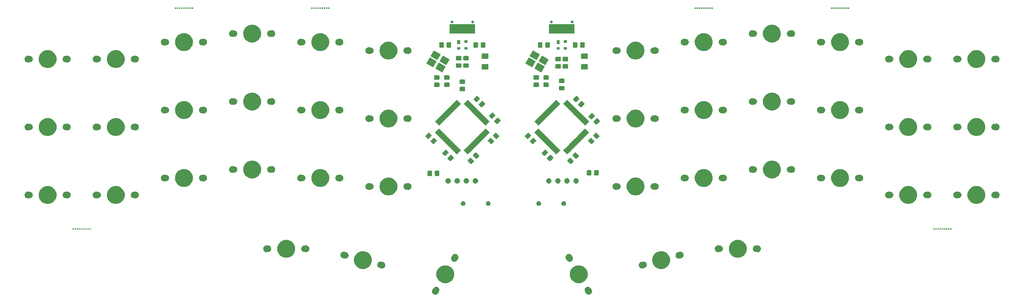
<source format=gbr>
G04 #@! TF.GenerationSoftware,KiCad,Pcbnew,(5.1.4)-1*
G04 #@! TF.CreationDate,2023-05-20T18:36:56-04:00*
G04 #@! TF.ProjectId,Corne Integrated Microchip,436f726e-6520-4496-9e74-656772617465,rev?*
G04 #@! TF.SameCoordinates,Original*
G04 #@! TF.FileFunction,Soldermask,Top*
G04 #@! TF.FilePolarity,Negative*
%FSLAX46Y46*%
G04 Gerber Fmt 4.6, Leading zero omitted, Abs format (unit mm)*
G04 Created by KiCad (PCBNEW (5.1.4)-1) date 2023-05-20 18:36:56*
%MOMM*%
%LPD*%
G04 APERTURE LIST*
%ADD10C,0.100000*%
G04 APERTURE END LIST*
D10*
G36*
X168547262Y-121772086D02*
G01*
X168696562Y-121801783D01*
X168860534Y-121869703D01*
X169008104Y-121968306D01*
X169133603Y-122093805D01*
X169232206Y-122241375D01*
X169246773Y-122276543D01*
X169258321Y-122298148D01*
X169273861Y-122317084D01*
X169382440Y-122425663D01*
X169382441Y-122425665D01*
X169486516Y-122581424D01*
X169558204Y-122754495D01*
X169594750Y-122938223D01*
X169594750Y-123125557D01*
X169558204Y-123309285D01*
X169486516Y-123482356D01*
X169486515Y-123482357D01*
X169382440Y-123638117D01*
X169249977Y-123770580D01*
X169171568Y-123822971D01*
X169094216Y-123874656D01*
X168921145Y-123946344D01*
X168737417Y-123982890D01*
X168550083Y-123982890D01*
X168366355Y-123946344D01*
X168193284Y-123874656D01*
X168115932Y-123822971D01*
X168037523Y-123770580D01*
X167905060Y-123638117D01*
X167800985Y-123482357D01*
X167800984Y-123482356D01*
X167729296Y-123309285D01*
X167713284Y-123228789D01*
X167706171Y-123205340D01*
X167694625Y-123183738D01*
X167635294Y-123094943D01*
X167567374Y-122930971D01*
X167532750Y-122756900D01*
X167532750Y-122579418D01*
X167567374Y-122405347D01*
X167635294Y-122241375D01*
X167733897Y-122093805D01*
X167859396Y-121968306D01*
X168006966Y-121869703D01*
X168170938Y-121801783D01*
X168320238Y-121772086D01*
X168345008Y-121767159D01*
X168522492Y-121767159D01*
X168547262Y-121772086D01*
X168547262Y-121772086D01*
G37*
G36*
X126161012Y-121772086D02*
G01*
X126310312Y-121801783D01*
X126474284Y-121869703D01*
X126621854Y-121968306D01*
X126747353Y-122093805D01*
X126845956Y-122241375D01*
X126913876Y-122405347D01*
X126948500Y-122579418D01*
X126948500Y-122756900D01*
X126913876Y-122930971D01*
X126845956Y-123094943D01*
X126786625Y-123183738D01*
X126775079Y-123205340D01*
X126767966Y-123228789D01*
X126751954Y-123309285D01*
X126680266Y-123482356D01*
X126680265Y-123482357D01*
X126576190Y-123638117D01*
X126443727Y-123770580D01*
X126365318Y-123822971D01*
X126287966Y-123874656D01*
X126114895Y-123946344D01*
X125931167Y-123982890D01*
X125743833Y-123982890D01*
X125560105Y-123946344D01*
X125387034Y-123874656D01*
X125309682Y-123822971D01*
X125231273Y-123770580D01*
X125098810Y-123638117D01*
X124994735Y-123482357D01*
X124994734Y-123482356D01*
X124923046Y-123309285D01*
X124886500Y-123125557D01*
X124886500Y-122938223D01*
X124923046Y-122754495D01*
X124994734Y-122581424D01*
X125098809Y-122425665D01*
X125098810Y-122425663D01*
X125207389Y-122317084D01*
X125222929Y-122298148D01*
X125234477Y-122276543D01*
X125249044Y-122241375D01*
X125347647Y-122093805D01*
X125473146Y-121968306D01*
X125620716Y-121869703D01*
X125784688Y-121801783D01*
X125933988Y-121772086D01*
X125958758Y-121767159D01*
X126136242Y-121767159D01*
X126161012Y-121772086D01*
X126161012Y-121772086D01*
G37*
G36*
X166381671Y-115815806D02*
G01*
X166623265Y-115863862D01*
X166945106Y-115997173D01*
X167052326Y-116041585D01*
X167078418Y-116052393D01*
X167181519Y-116121283D01*
X167488044Y-116326096D01*
X167836404Y-116674456D01*
X168110108Y-117084084D01*
X168298638Y-117539236D01*
X168394750Y-118022422D01*
X168394750Y-118515078D01*
X168298638Y-118998264D01*
X168110108Y-119453416D01*
X167836404Y-119863044D01*
X167488044Y-120211404D01*
X167181519Y-120416217D01*
X167078418Y-120485107D01*
X166623265Y-120673638D01*
X166381671Y-120721694D01*
X166140078Y-120769750D01*
X165647422Y-120769750D01*
X165405829Y-120721694D01*
X165164235Y-120673638D01*
X164709082Y-120485107D01*
X164605981Y-120416217D01*
X164299456Y-120211404D01*
X163951096Y-119863044D01*
X163677392Y-119453416D01*
X163488862Y-118998264D01*
X163392750Y-118515078D01*
X163392750Y-118022422D01*
X163488862Y-117539236D01*
X163677392Y-117084084D01*
X163951096Y-116674456D01*
X164299456Y-116326096D01*
X164605981Y-116121283D01*
X164709082Y-116052393D01*
X164735175Y-116041585D01*
X164842394Y-115997173D01*
X165164235Y-115863862D01*
X165405829Y-115815806D01*
X165647422Y-115767750D01*
X166140078Y-115767750D01*
X166381671Y-115815806D01*
X166381671Y-115815806D01*
G37*
G36*
X129075421Y-115815806D02*
G01*
X129317015Y-115863862D01*
X129638856Y-115997173D01*
X129746076Y-116041585D01*
X129772168Y-116052393D01*
X129875269Y-116121283D01*
X130181794Y-116326096D01*
X130530154Y-116674456D01*
X130803858Y-117084084D01*
X130992388Y-117539236D01*
X131088500Y-118022422D01*
X131088500Y-118515078D01*
X130992388Y-118998264D01*
X130803858Y-119453416D01*
X130530154Y-119863044D01*
X130181794Y-120211404D01*
X129875269Y-120416217D01*
X129772168Y-120485107D01*
X129317015Y-120673638D01*
X129075421Y-120721694D01*
X128833828Y-120769750D01*
X128341172Y-120769750D01*
X128099579Y-120721694D01*
X127857985Y-120673638D01*
X127402832Y-120485107D01*
X127299731Y-120416217D01*
X126993206Y-120211404D01*
X126644846Y-119863044D01*
X126371142Y-119453416D01*
X126182612Y-118998264D01*
X126086500Y-118515078D01*
X126086500Y-118022422D01*
X126182612Y-117539236D01*
X126371142Y-117084084D01*
X126644846Y-116674456D01*
X126993206Y-116326096D01*
X127299731Y-116121283D01*
X127402832Y-116052393D01*
X127428925Y-116041585D01*
X127536144Y-115997173D01*
X127857985Y-115863862D01*
X128099579Y-115815806D01*
X128341172Y-115767750D01*
X128833828Y-115767750D01*
X129075421Y-115815806D01*
X129075421Y-115815806D01*
G37*
G36*
X105945044Y-111824852D02*
G01*
X106298265Y-111895112D01*
X106530664Y-111991375D01*
X106742999Y-112079327D01*
X106753418Y-112083643D01*
X106774891Y-112097991D01*
X107163044Y-112357346D01*
X107511404Y-112705706D01*
X107686891Y-112968341D01*
X107785107Y-113115332D01*
X107973638Y-113570485D01*
X107996427Y-113685052D01*
X108069750Y-114053672D01*
X108069750Y-114546328D01*
X108045588Y-114667797D01*
X107973638Y-115029515D01*
X107785107Y-115484668D01*
X107716217Y-115587769D01*
X107511404Y-115894294D01*
X107163044Y-116242654D01*
X106907718Y-116413257D01*
X106753418Y-116516357D01*
X106753417Y-116516358D01*
X106753416Y-116516358D01*
X106632918Y-116566270D01*
X106298265Y-116704888D01*
X106056671Y-116752944D01*
X105815078Y-116801000D01*
X105322422Y-116801000D01*
X105080829Y-116752944D01*
X104839235Y-116704888D01*
X104504582Y-116566270D01*
X104384084Y-116516358D01*
X104384083Y-116516358D01*
X104384082Y-116516357D01*
X104229782Y-116413257D01*
X103974456Y-116242654D01*
X103626096Y-115894294D01*
X103421283Y-115587769D01*
X103352393Y-115484668D01*
X103163862Y-115029515D01*
X103091912Y-114667797D01*
X103067750Y-114546328D01*
X103067750Y-114053672D01*
X103141073Y-113685052D01*
X103163862Y-113570485D01*
X103352393Y-113115332D01*
X103450609Y-112968341D01*
X103626096Y-112705706D01*
X103974456Y-112357346D01*
X104362609Y-112097991D01*
X104384082Y-112083643D01*
X104394502Y-112079327D01*
X104606836Y-111991375D01*
X104839235Y-111895112D01*
X105192456Y-111824852D01*
X105322422Y-111799000D01*
X105815078Y-111799000D01*
X105945044Y-111824852D01*
X105945044Y-111824852D01*
G37*
G36*
X189288794Y-111824852D02*
G01*
X189642015Y-111895112D01*
X189874414Y-111991375D01*
X190086749Y-112079327D01*
X190097168Y-112083643D01*
X190118641Y-112097991D01*
X190506794Y-112357346D01*
X190855154Y-112705706D01*
X191030641Y-112968341D01*
X191128857Y-113115332D01*
X191317388Y-113570485D01*
X191340177Y-113685052D01*
X191413500Y-114053672D01*
X191413500Y-114546328D01*
X191389338Y-114667797D01*
X191317388Y-115029515D01*
X191128857Y-115484668D01*
X191059967Y-115587769D01*
X190855154Y-115894294D01*
X190506794Y-116242654D01*
X190251468Y-116413257D01*
X190097168Y-116516357D01*
X190097167Y-116516358D01*
X190097166Y-116516358D01*
X189976668Y-116566270D01*
X189642015Y-116704888D01*
X189400421Y-116752944D01*
X189158828Y-116801000D01*
X188666172Y-116801000D01*
X188424579Y-116752944D01*
X188182985Y-116704888D01*
X187848332Y-116566270D01*
X187727834Y-116516358D01*
X187727833Y-116516358D01*
X187727832Y-116516357D01*
X187573532Y-116413257D01*
X187318206Y-116242654D01*
X186969846Y-115894294D01*
X186765033Y-115587769D01*
X186696143Y-115484668D01*
X186507612Y-115029515D01*
X186435662Y-114667797D01*
X186411500Y-114546328D01*
X186411500Y-114053672D01*
X186484823Y-113685052D01*
X186507612Y-113570485D01*
X186696143Y-113115332D01*
X186794359Y-112968341D01*
X186969846Y-112705706D01*
X187318206Y-112357346D01*
X187706359Y-112097991D01*
X187727832Y-112083643D01*
X187738252Y-112079327D01*
X187950586Y-111991375D01*
X188182985Y-111895112D01*
X188536206Y-111824852D01*
X188666172Y-111799000D01*
X189158828Y-111799000D01*
X189288794Y-111824852D01*
X189288794Y-111824852D01*
G37*
G36*
X184119109Y-114718728D02*
G01*
X184268409Y-114748425D01*
X184432381Y-114816345D01*
X184579951Y-114914948D01*
X184705450Y-115040447D01*
X184804053Y-115188017D01*
X184871973Y-115351989D01*
X184906597Y-115526060D01*
X184906597Y-115703542D01*
X184871973Y-115877613D01*
X184804053Y-116041585D01*
X184705450Y-116189155D01*
X184579951Y-116314654D01*
X184432381Y-116413257D01*
X184268409Y-116481177D01*
X184163674Y-116502009D01*
X184140227Y-116509122D01*
X184118618Y-116520673D01*
X184050377Y-116566270D01*
X183877303Y-116637959D01*
X183693575Y-116674505D01*
X183506241Y-116674505D01*
X183322513Y-116637959D01*
X183149442Y-116566271D01*
X183022090Y-116481177D01*
X182993681Y-116462195D01*
X182861218Y-116329732D01*
X182757143Y-116173972D01*
X182757142Y-116173971D01*
X182685454Y-116000900D01*
X182648908Y-115817172D01*
X182648908Y-115629838D01*
X182685454Y-115446110D01*
X182757142Y-115273039D01*
X182861217Y-115117280D01*
X182861218Y-115117278D01*
X182993681Y-114984815D01*
X183149441Y-114880740D01*
X183149442Y-114880739D01*
X183322513Y-114809051D01*
X183506241Y-114772505D01*
X183659790Y-114772505D01*
X183684176Y-114770103D01*
X183707615Y-114762993D01*
X183742785Y-114748425D01*
X183892085Y-114718728D01*
X183916855Y-114713801D01*
X184094339Y-114713801D01*
X184119109Y-114718728D01*
X184119109Y-114718728D01*
G37*
G36*
X110589165Y-114718728D02*
G01*
X110738465Y-114748425D01*
X110773635Y-114762993D01*
X110797074Y-114770103D01*
X110821460Y-114772505D01*
X110975009Y-114772505D01*
X111158737Y-114809051D01*
X111331808Y-114880739D01*
X111331809Y-114880740D01*
X111487569Y-114984815D01*
X111620032Y-115117278D01*
X111620033Y-115117280D01*
X111724108Y-115273039D01*
X111795796Y-115446110D01*
X111832342Y-115629838D01*
X111832342Y-115817172D01*
X111795796Y-116000900D01*
X111724108Y-116173971D01*
X111724107Y-116173972D01*
X111620032Y-116329732D01*
X111487569Y-116462195D01*
X111459160Y-116481177D01*
X111331808Y-116566271D01*
X111158737Y-116637959D01*
X110975009Y-116674505D01*
X110787675Y-116674505D01*
X110603947Y-116637959D01*
X110430873Y-116566270D01*
X110362632Y-116520673D01*
X110341022Y-116509122D01*
X110317576Y-116502009D01*
X110212841Y-116481177D01*
X110048869Y-116413257D01*
X109901299Y-116314654D01*
X109775800Y-116189155D01*
X109677197Y-116041585D01*
X109609277Y-115877613D01*
X109574653Y-115703542D01*
X109574653Y-115526060D01*
X109609277Y-115351989D01*
X109677197Y-115188017D01*
X109775800Y-115040447D01*
X109901299Y-114914948D01*
X110048869Y-114816345D01*
X110212841Y-114748425D01*
X110362141Y-114718728D01*
X110386911Y-114713801D01*
X110564395Y-114713801D01*
X110589165Y-114718728D01*
X110589165Y-114718728D01*
G37*
G36*
X131614895Y-112591156D02*
G01*
X131787966Y-112662844D01*
X131787967Y-112662845D01*
X131943727Y-112766920D01*
X132076190Y-112899383D01*
X132076191Y-112899385D01*
X132180266Y-113055144D01*
X132251954Y-113228215D01*
X132288500Y-113411943D01*
X132288500Y-113599277D01*
X132251954Y-113783005D01*
X132180266Y-113956076D01*
X132178925Y-113958083D01*
X132076190Y-114111837D01*
X131967611Y-114220416D01*
X131952071Y-114239352D01*
X131940523Y-114260957D01*
X131925956Y-114296125D01*
X131827353Y-114443695D01*
X131701854Y-114569194D01*
X131554284Y-114667797D01*
X131390312Y-114735717D01*
X131241012Y-114765414D01*
X131216242Y-114770341D01*
X131038758Y-114770341D01*
X131013988Y-114765414D01*
X130864688Y-114735717D01*
X130700716Y-114667797D01*
X130553146Y-114569194D01*
X130427647Y-114443695D01*
X130329044Y-114296125D01*
X130261124Y-114132153D01*
X130226500Y-113958082D01*
X130226500Y-113780600D01*
X130261124Y-113606529D01*
X130329044Y-113442557D01*
X130388375Y-113353762D01*
X130399921Y-113332160D01*
X130407034Y-113308711D01*
X130423046Y-113228215D01*
X130494734Y-113055144D01*
X130598809Y-112899385D01*
X130598810Y-112899383D01*
X130731273Y-112766920D01*
X130887033Y-112662845D01*
X130887034Y-112662844D01*
X131060105Y-112591156D01*
X131243833Y-112554610D01*
X131431167Y-112554610D01*
X131614895Y-112591156D01*
X131614895Y-112591156D01*
G37*
G36*
X163421145Y-112591156D02*
G01*
X163594216Y-112662844D01*
X163594217Y-112662845D01*
X163749977Y-112766920D01*
X163882440Y-112899383D01*
X163882441Y-112899385D01*
X163986516Y-113055144D01*
X164058204Y-113228215D01*
X164074216Y-113308711D01*
X164081329Y-113332160D01*
X164092875Y-113353762D01*
X164152206Y-113442557D01*
X164220126Y-113606529D01*
X164254750Y-113780600D01*
X164254750Y-113958082D01*
X164220126Y-114132153D01*
X164152206Y-114296125D01*
X164053603Y-114443695D01*
X163928104Y-114569194D01*
X163780534Y-114667797D01*
X163616562Y-114735717D01*
X163467262Y-114765414D01*
X163442492Y-114770341D01*
X163265008Y-114770341D01*
X163240238Y-114765414D01*
X163090938Y-114735717D01*
X162926966Y-114667797D01*
X162779396Y-114569194D01*
X162653897Y-114443695D01*
X162555294Y-114296125D01*
X162540727Y-114260957D01*
X162529179Y-114239352D01*
X162513639Y-114220416D01*
X162405060Y-114111837D01*
X162302325Y-113958083D01*
X162300984Y-113956076D01*
X162229296Y-113783005D01*
X162192750Y-113599277D01*
X162192750Y-113411943D01*
X162229296Y-113228215D01*
X162300984Y-113055144D01*
X162405059Y-112899385D01*
X162405060Y-112899383D01*
X162537523Y-112766920D01*
X162693283Y-112662845D01*
X162693284Y-112662844D01*
X162866355Y-112591156D01*
X163050083Y-112554610D01*
X163237417Y-112554610D01*
X163421145Y-112591156D01*
X163421145Y-112591156D01*
G37*
G36*
X194502487Y-111962041D02*
G01*
X194675558Y-112033729D01*
X194684126Y-112039454D01*
X194831319Y-112137805D01*
X194963782Y-112270268D01*
X194973857Y-112285347D01*
X195067858Y-112426029D01*
X195139546Y-112599100D01*
X195176092Y-112782828D01*
X195176092Y-112970162D01*
X195139546Y-113153890D01*
X195067858Y-113326961D01*
X195067857Y-113326962D01*
X194963782Y-113482722D01*
X194831319Y-113615185D01*
X194815133Y-113626000D01*
X194675558Y-113719261D01*
X194502487Y-113790949D01*
X194318759Y-113827495D01*
X194165210Y-113827495D01*
X194140824Y-113829897D01*
X194117385Y-113837007D01*
X194082215Y-113851575D01*
X193932915Y-113881272D01*
X193908145Y-113886199D01*
X193730661Y-113886199D01*
X193705891Y-113881272D01*
X193556591Y-113851575D01*
X193392619Y-113783655D01*
X193245049Y-113685052D01*
X193119550Y-113559553D01*
X193020947Y-113411983D01*
X192953027Y-113248011D01*
X192918403Y-113073940D01*
X192918403Y-112896458D01*
X192953027Y-112722387D01*
X193020947Y-112558415D01*
X193119550Y-112410845D01*
X193245049Y-112285346D01*
X193392619Y-112186743D01*
X193556591Y-112118823D01*
X193661326Y-112097991D01*
X193684773Y-112090878D01*
X193706382Y-112079327D01*
X193774623Y-112033730D01*
X193947697Y-111962041D01*
X194131425Y-111925495D01*
X194318759Y-111925495D01*
X194502487Y-111962041D01*
X194502487Y-111962041D01*
G37*
G36*
X100533553Y-111962041D02*
G01*
X100706627Y-112033730D01*
X100774868Y-112079327D01*
X100796478Y-112090878D01*
X100819924Y-112097991D01*
X100924659Y-112118823D01*
X101088631Y-112186743D01*
X101236201Y-112285346D01*
X101361700Y-112410845D01*
X101460303Y-112558415D01*
X101528223Y-112722387D01*
X101562847Y-112896458D01*
X101562847Y-113073940D01*
X101528223Y-113248011D01*
X101460303Y-113411983D01*
X101361700Y-113559553D01*
X101236201Y-113685052D01*
X101088631Y-113783655D01*
X100924659Y-113851575D01*
X100775359Y-113881272D01*
X100750589Y-113886199D01*
X100573105Y-113886199D01*
X100548335Y-113881272D01*
X100399035Y-113851575D01*
X100363865Y-113837007D01*
X100340426Y-113829897D01*
X100316040Y-113827495D01*
X100162491Y-113827495D01*
X99978763Y-113790949D01*
X99805692Y-113719261D01*
X99666117Y-113626000D01*
X99649931Y-113615185D01*
X99517468Y-113482722D01*
X99413393Y-113326962D01*
X99413392Y-113326961D01*
X99341704Y-113153890D01*
X99305158Y-112970162D01*
X99305158Y-112782828D01*
X99341704Y-112599100D01*
X99413392Y-112426029D01*
X99507393Y-112285347D01*
X99517468Y-112270268D01*
X99649931Y-112137805D01*
X99797124Y-112039454D01*
X99805692Y-112033729D01*
X99978763Y-111962041D01*
X100162491Y-111925495D01*
X100349825Y-111925495D01*
X100533553Y-111962041D01*
X100533553Y-111962041D01*
G37*
G36*
X210831671Y-108672056D02*
G01*
X211073265Y-108720112D01*
X211528418Y-108908643D01*
X211631519Y-108977533D01*
X211938044Y-109182346D01*
X212286404Y-109530706D01*
X212491217Y-109837231D01*
X212560107Y-109940332D01*
X212748638Y-110395485D01*
X212844750Y-110878673D01*
X212844750Y-111371327D01*
X212748638Y-111854515D01*
X212560107Y-112309668D01*
X212528249Y-112357347D01*
X212286404Y-112719294D01*
X211938044Y-113067654D01*
X211668120Y-113248011D01*
X211528418Y-113341357D01*
X211073265Y-113529888D01*
X210869170Y-113570485D01*
X210590078Y-113626000D01*
X210097422Y-113626000D01*
X209818330Y-113570485D01*
X209614235Y-113529888D01*
X209159082Y-113341357D01*
X209019380Y-113248011D01*
X208749456Y-113067654D01*
X208401096Y-112719294D01*
X208159251Y-112357347D01*
X208127393Y-112309668D01*
X207938862Y-111854515D01*
X207842750Y-111371327D01*
X207842750Y-110878673D01*
X207938862Y-110395485D01*
X208127393Y-109940332D01*
X208196283Y-109837231D01*
X208401096Y-109530706D01*
X208749456Y-109182346D01*
X209055981Y-108977533D01*
X209159082Y-108908643D01*
X209614235Y-108720112D01*
X209855829Y-108672056D01*
X210097422Y-108624000D01*
X210590078Y-108624000D01*
X210831671Y-108672056D01*
X210831671Y-108672056D01*
G37*
G36*
X84625421Y-108672056D02*
G01*
X84867015Y-108720112D01*
X85322168Y-108908643D01*
X85425269Y-108977533D01*
X85731794Y-109182346D01*
X86080154Y-109530706D01*
X86284967Y-109837231D01*
X86353857Y-109940332D01*
X86542388Y-110395485D01*
X86638500Y-110878673D01*
X86638500Y-111371327D01*
X86542388Y-111854515D01*
X86353857Y-112309668D01*
X86321999Y-112357347D01*
X86080154Y-112719294D01*
X85731794Y-113067654D01*
X85461870Y-113248011D01*
X85322168Y-113341357D01*
X84867015Y-113529888D01*
X84662920Y-113570485D01*
X84383828Y-113626000D01*
X83891172Y-113626000D01*
X83612080Y-113570485D01*
X83407985Y-113529888D01*
X82952832Y-113341357D01*
X82813130Y-113248011D01*
X82543206Y-113067654D01*
X82194846Y-112719294D01*
X81953001Y-112357347D01*
X81921143Y-112309668D01*
X81732612Y-111854515D01*
X81636500Y-111371327D01*
X81636500Y-110878673D01*
X81732612Y-110395485D01*
X81921143Y-109940332D01*
X81990033Y-109837231D01*
X82194846Y-109530706D01*
X82543206Y-109182346D01*
X82849731Y-108977533D01*
X82952832Y-108908643D01*
X83407985Y-108720112D01*
X83649579Y-108672056D01*
X83891172Y-108624000D01*
X84383828Y-108624000D01*
X84625421Y-108672056D01*
X84625421Y-108672056D01*
G37*
G36*
X205121145Y-110210546D02*
G01*
X205130655Y-110214485D01*
X205154104Y-110221598D01*
X205178490Y-110224000D01*
X205352492Y-110224000D01*
X205377262Y-110228927D01*
X205526562Y-110258624D01*
X205690534Y-110326544D01*
X205838104Y-110425147D01*
X205963603Y-110550646D01*
X206062206Y-110698216D01*
X206130126Y-110862188D01*
X206164750Y-111036259D01*
X206164750Y-111213741D01*
X206130126Y-111387812D01*
X206062206Y-111551784D01*
X205963603Y-111699354D01*
X205838104Y-111824853D01*
X205690534Y-111923456D01*
X205526562Y-111991376D01*
X205377262Y-112021073D01*
X205352492Y-112026000D01*
X205178490Y-112026000D01*
X205154104Y-112028402D01*
X205130655Y-112035515D01*
X205121145Y-112039454D01*
X204937417Y-112076000D01*
X204750083Y-112076000D01*
X204566355Y-112039454D01*
X204393284Y-111967766D01*
X204284550Y-111895112D01*
X204237523Y-111863690D01*
X204105060Y-111731227D01*
X204000985Y-111575467D01*
X204000984Y-111575466D01*
X203929296Y-111402395D01*
X203892750Y-111218667D01*
X203892750Y-111031333D01*
X203929296Y-110847605D01*
X204000984Y-110674534D01*
X204105059Y-110518775D01*
X204105060Y-110518773D01*
X204237523Y-110386310D01*
X204393283Y-110282235D01*
X204393284Y-110282234D01*
X204566355Y-110210546D01*
X204750083Y-110174000D01*
X204937417Y-110174000D01*
X205121145Y-110210546D01*
X205121145Y-110210546D01*
G37*
G36*
X78914895Y-110210546D02*
G01*
X78924405Y-110214485D01*
X78947854Y-110221598D01*
X78972240Y-110224000D01*
X79146242Y-110224000D01*
X79171012Y-110228927D01*
X79320312Y-110258624D01*
X79484284Y-110326544D01*
X79631854Y-110425147D01*
X79757353Y-110550646D01*
X79855956Y-110698216D01*
X79923876Y-110862188D01*
X79958500Y-111036259D01*
X79958500Y-111213741D01*
X79923876Y-111387812D01*
X79855956Y-111551784D01*
X79757353Y-111699354D01*
X79631854Y-111824853D01*
X79484284Y-111923456D01*
X79320312Y-111991376D01*
X79171012Y-112021073D01*
X79146242Y-112026000D01*
X78972240Y-112026000D01*
X78947854Y-112028402D01*
X78924405Y-112035515D01*
X78914895Y-112039454D01*
X78731167Y-112076000D01*
X78543833Y-112076000D01*
X78360105Y-112039454D01*
X78187034Y-111967766D01*
X78078300Y-111895112D01*
X78031273Y-111863690D01*
X77898810Y-111731227D01*
X77794735Y-111575467D01*
X77794734Y-111575466D01*
X77723046Y-111402395D01*
X77686500Y-111218667D01*
X77686500Y-111031333D01*
X77723046Y-110847605D01*
X77794734Y-110674534D01*
X77898809Y-110518775D01*
X77898810Y-110518773D01*
X78031273Y-110386310D01*
X78187033Y-110282235D01*
X78187034Y-110282234D01*
X78360105Y-110210546D01*
X78543833Y-110174000D01*
X78731167Y-110174000D01*
X78914895Y-110210546D01*
X78914895Y-110210546D01*
G37*
G36*
X89914895Y-110210546D02*
G01*
X90087966Y-110282234D01*
X90087967Y-110282235D01*
X90243727Y-110386310D01*
X90376190Y-110518773D01*
X90376191Y-110518775D01*
X90480266Y-110674534D01*
X90551954Y-110847605D01*
X90588500Y-111031333D01*
X90588500Y-111218667D01*
X90551954Y-111402395D01*
X90480266Y-111575466D01*
X90480265Y-111575467D01*
X90376190Y-111731227D01*
X90243727Y-111863690D01*
X90196700Y-111895112D01*
X90087966Y-111967766D01*
X89914895Y-112039454D01*
X89731167Y-112076000D01*
X89543833Y-112076000D01*
X89360105Y-112039454D01*
X89350595Y-112035515D01*
X89327146Y-112028402D01*
X89302760Y-112026000D01*
X89128758Y-112026000D01*
X89103988Y-112021073D01*
X88954688Y-111991376D01*
X88790716Y-111923456D01*
X88643146Y-111824853D01*
X88517647Y-111699354D01*
X88419044Y-111551784D01*
X88351124Y-111387812D01*
X88316500Y-111213741D01*
X88316500Y-111036259D01*
X88351124Y-110862188D01*
X88419044Y-110698216D01*
X88517647Y-110550646D01*
X88643146Y-110425147D01*
X88790716Y-110326544D01*
X88954688Y-110258624D01*
X89103988Y-110228927D01*
X89128758Y-110224000D01*
X89302760Y-110224000D01*
X89327146Y-110221598D01*
X89350595Y-110214485D01*
X89360105Y-110210546D01*
X89543833Y-110174000D01*
X89731167Y-110174000D01*
X89914895Y-110210546D01*
X89914895Y-110210546D01*
G37*
G36*
X216121145Y-110210546D02*
G01*
X216294216Y-110282234D01*
X216294217Y-110282235D01*
X216449977Y-110386310D01*
X216582440Y-110518773D01*
X216582441Y-110518775D01*
X216686516Y-110674534D01*
X216758204Y-110847605D01*
X216794750Y-111031333D01*
X216794750Y-111218667D01*
X216758204Y-111402395D01*
X216686516Y-111575466D01*
X216686515Y-111575467D01*
X216582440Y-111731227D01*
X216449977Y-111863690D01*
X216402950Y-111895112D01*
X216294216Y-111967766D01*
X216121145Y-112039454D01*
X215937417Y-112076000D01*
X215750083Y-112076000D01*
X215566355Y-112039454D01*
X215556845Y-112035515D01*
X215533396Y-112028402D01*
X215509010Y-112026000D01*
X215335008Y-112026000D01*
X215310238Y-112021073D01*
X215160938Y-111991376D01*
X214996966Y-111923456D01*
X214849396Y-111824853D01*
X214723897Y-111699354D01*
X214625294Y-111551784D01*
X214557374Y-111387812D01*
X214522750Y-111213741D01*
X214522750Y-111036259D01*
X214557374Y-110862188D01*
X214625294Y-110698216D01*
X214723897Y-110550646D01*
X214849396Y-110425147D01*
X214996966Y-110326544D01*
X215160938Y-110258624D01*
X215310238Y-110228927D01*
X215335008Y-110224000D01*
X215509010Y-110224000D01*
X215533396Y-110221598D01*
X215556845Y-110214485D01*
X215566355Y-110210546D01*
X215750083Y-110174000D01*
X215937417Y-110174000D01*
X216121145Y-110210546D01*
X216121145Y-110210546D01*
G37*
G36*
X24671126Y-105375473D02*
G01*
X24671127Y-105375473D01*
X24671130Y-105375474D01*
X24707709Y-105390626D01*
X24740630Y-105412623D01*
X24768627Y-105440620D01*
X24790624Y-105473541D01*
X24793895Y-105481437D01*
X24805442Y-105503041D01*
X24820987Y-105521983D01*
X24839929Y-105537528D01*
X24861540Y-105549079D01*
X24884989Y-105556192D01*
X24909375Y-105558594D01*
X24933761Y-105556192D01*
X24957210Y-105549079D01*
X24978821Y-105537528D01*
X24997763Y-105521983D01*
X25013308Y-105503041D01*
X25024855Y-105481437D01*
X25028126Y-105473541D01*
X25050123Y-105440620D01*
X25078120Y-105412623D01*
X25111041Y-105390626D01*
X25147620Y-105375474D01*
X25147623Y-105375473D01*
X25147624Y-105375473D01*
X25186452Y-105367750D01*
X25226048Y-105367750D01*
X25264876Y-105375473D01*
X25264877Y-105375473D01*
X25264880Y-105375474D01*
X25301459Y-105390626D01*
X25334380Y-105412623D01*
X25362377Y-105440620D01*
X25384374Y-105473541D01*
X25387645Y-105481437D01*
X25399192Y-105503041D01*
X25414737Y-105521983D01*
X25433679Y-105537528D01*
X25455290Y-105549079D01*
X25478739Y-105556192D01*
X25503125Y-105558594D01*
X25527511Y-105556192D01*
X25550960Y-105549079D01*
X25572571Y-105537528D01*
X25591513Y-105521983D01*
X25607058Y-105503041D01*
X25618605Y-105481437D01*
X25621876Y-105473541D01*
X25643873Y-105440620D01*
X25671870Y-105412623D01*
X25704791Y-105390626D01*
X25741370Y-105375474D01*
X25741373Y-105375473D01*
X25741374Y-105375473D01*
X25780202Y-105367750D01*
X25819798Y-105367750D01*
X25858626Y-105375473D01*
X25858627Y-105375473D01*
X25858630Y-105375474D01*
X25895209Y-105390626D01*
X25928130Y-105412623D01*
X25956127Y-105440620D01*
X25978124Y-105473541D01*
X25981395Y-105481437D01*
X25992942Y-105503041D01*
X26008487Y-105521983D01*
X26027429Y-105537528D01*
X26049040Y-105549079D01*
X26072489Y-105556192D01*
X26096875Y-105558594D01*
X26121261Y-105556192D01*
X26144710Y-105549079D01*
X26166321Y-105537528D01*
X26185263Y-105521983D01*
X26200808Y-105503041D01*
X26212355Y-105481437D01*
X26215626Y-105473541D01*
X26237623Y-105440620D01*
X26265620Y-105412623D01*
X26298541Y-105390626D01*
X26335120Y-105375474D01*
X26335123Y-105375473D01*
X26335124Y-105375473D01*
X26373952Y-105367750D01*
X26413548Y-105367750D01*
X26452376Y-105375473D01*
X26452377Y-105375473D01*
X26452380Y-105375474D01*
X26488959Y-105390626D01*
X26521880Y-105412623D01*
X26549877Y-105440620D01*
X26571874Y-105473541D01*
X26575145Y-105481437D01*
X26586692Y-105503041D01*
X26602237Y-105521983D01*
X26621179Y-105537528D01*
X26642790Y-105549079D01*
X26666239Y-105556192D01*
X26690625Y-105558594D01*
X26715011Y-105556192D01*
X26738460Y-105549079D01*
X26760071Y-105537528D01*
X26779013Y-105521983D01*
X26794558Y-105503041D01*
X26806105Y-105481437D01*
X26809376Y-105473541D01*
X26831373Y-105440620D01*
X26859370Y-105412623D01*
X26892291Y-105390626D01*
X26928870Y-105375474D01*
X26928873Y-105375473D01*
X26928874Y-105375473D01*
X26967702Y-105367750D01*
X27007298Y-105367750D01*
X27046126Y-105375473D01*
X27046127Y-105375473D01*
X27046130Y-105375474D01*
X27082709Y-105390626D01*
X27115630Y-105412623D01*
X27143627Y-105440620D01*
X27165624Y-105473541D01*
X27168895Y-105481437D01*
X27180442Y-105503041D01*
X27195987Y-105521983D01*
X27214929Y-105537528D01*
X27236540Y-105549079D01*
X27259989Y-105556192D01*
X27284375Y-105558594D01*
X27308761Y-105556192D01*
X27332210Y-105549079D01*
X27353821Y-105537528D01*
X27372763Y-105521983D01*
X27388308Y-105503041D01*
X27399855Y-105481437D01*
X27403126Y-105473541D01*
X27425123Y-105440620D01*
X27453120Y-105412623D01*
X27486041Y-105390626D01*
X27522620Y-105375474D01*
X27522623Y-105375473D01*
X27522624Y-105375473D01*
X27561452Y-105367750D01*
X27601048Y-105367750D01*
X27639876Y-105375473D01*
X27639877Y-105375473D01*
X27639880Y-105375474D01*
X27676459Y-105390626D01*
X27709380Y-105412623D01*
X27737377Y-105440620D01*
X27759374Y-105473541D01*
X27762645Y-105481437D01*
X27774192Y-105503041D01*
X27789737Y-105521983D01*
X27808679Y-105537528D01*
X27830290Y-105549079D01*
X27853739Y-105556192D01*
X27878125Y-105558594D01*
X27902511Y-105556192D01*
X27925960Y-105549079D01*
X27947571Y-105537528D01*
X27966513Y-105521983D01*
X27982058Y-105503041D01*
X27993605Y-105481437D01*
X27996876Y-105473541D01*
X28018873Y-105440620D01*
X28046870Y-105412623D01*
X28079791Y-105390626D01*
X28116370Y-105375474D01*
X28116373Y-105375473D01*
X28116374Y-105375473D01*
X28155202Y-105367750D01*
X28194798Y-105367750D01*
X28233626Y-105375473D01*
X28233627Y-105375473D01*
X28233630Y-105375474D01*
X28270209Y-105390626D01*
X28303130Y-105412623D01*
X28331127Y-105440620D01*
X28353124Y-105473541D01*
X28356395Y-105481437D01*
X28367942Y-105503041D01*
X28383487Y-105521983D01*
X28402429Y-105537528D01*
X28424040Y-105549079D01*
X28447489Y-105556192D01*
X28471875Y-105558594D01*
X28496261Y-105556192D01*
X28519710Y-105549079D01*
X28541321Y-105537528D01*
X28560263Y-105521983D01*
X28575808Y-105503041D01*
X28587355Y-105481437D01*
X28590626Y-105473541D01*
X28612623Y-105440620D01*
X28640620Y-105412623D01*
X28673541Y-105390626D01*
X28710120Y-105375474D01*
X28710123Y-105375473D01*
X28710124Y-105375473D01*
X28748952Y-105367750D01*
X28788548Y-105367750D01*
X28827376Y-105375473D01*
X28827377Y-105375473D01*
X28827380Y-105375474D01*
X28863959Y-105390626D01*
X28896880Y-105412623D01*
X28924877Y-105440620D01*
X28946874Y-105473541D01*
X28950145Y-105481437D01*
X28961692Y-105503041D01*
X28977237Y-105521983D01*
X28996179Y-105537528D01*
X29017790Y-105549079D01*
X29041239Y-105556192D01*
X29065625Y-105558594D01*
X29090011Y-105556192D01*
X29113460Y-105549079D01*
X29135071Y-105537528D01*
X29154013Y-105521983D01*
X29169558Y-105503041D01*
X29181105Y-105481437D01*
X29184376Y-105473541D01*
X29206373Y-105440620D01*
X29234370Y-105412623D01*
X29267291Y-105390626D01*
X29303870Y-105375474D01*
X29303873Y-105375473D01*
X29303874Y-105375473D01*
X29342702Y-105367750D01*
X29382298Y-105367750D01*
X29421126Y-105375473D01*
X29421127Y-105375473D01*
X29421130Y-105375474D01*
X29457709Y-105390626D01*
X29490630Y-105412623D01*
X29518627Y-105440620D01*
X29540624Y-105473541D01*
X29555776Y-105510120D01*
X29563500Y-105548953D01*
X29563500Y-105588547D01*
X29555776Y-105627380D01*
X29540624Y-105663959D01*
X29518627Y-105696880D01*
X29490630Y-105724877D01*
X29457709Y-105746874D01*
X29421130Y-105762026D01*
X29421127Y-105762027D01*
X29421126Y-105762027D01*
X29382298Y-105769750D01*
X29342702Y-105769750D01*
X29303874Y-105762027D01*
X29303873Y-105762027D01*
X29303870Y-105762026D01*
X29267291Y-105746874D01*
X29234370Y-105724877D01*
X29206373Y-105696880D01*
X29184376Y-105663959D01*
X29181105Y-105656063D01*
X29169558Y-105634459D01*
X29154013Y-105615517D01*
X29135071Y-105599972D01*
X29113460Y-105588421D01*
X29090011Y-105581308D01*
X29065625Y-105578906D01*
X29041239Y-105581308D01*
X29017790Y-105588421D01*
X28996179Y-105599972D01*
X28977237Y-105615517D01*
X28961692Y-105634459D01*
X28950145Y-105656063D01*
X28946874Y-105663959D01*
X28924877Y-105696880D01*
X28896880Y-105724877D01*
X28863959Y-105746874D01*
X28827380Y-105762026D01*
X28827377Y-105762027D01*
X28827376Y-105762027D01*
X28788548Y-105769750D01*
X28748952Y-105769750D01*
X28710124Y-105762027D01*
X28710123Y-105762027D01*
X28710120Y-105762026D01*
X28673541Y-105746874D01*
X28640620Y-105724877D01*
X28612623Y-105696880D01*
X28590626Y-105663959D01*
X28587355Y-105656063D01*
X28575808Y-105634459D01*
X28560263Y-105615517D01*
X28541321Y-105599972D01*
X28519710Y-105588421D01*
X28496261Y-105581308D01*
X28471875Y-105578906D01*
X28447489Y-105581308D01*
X28424040Y-105588421D01*
X28402429Y-105599972D01*
X28383487Y-105615517D01*
X28367942Y-105634459D01*
X28356395Y-105656063D01*
X28353124Y-105663959D01*
X28331127Y-105696880D01*
X28303130Y-105724877D01*
X28270209Y-105746874D01*
X28233630Y-105762026D01*
X28233627Y-105762027D01*
X28233626Y-105762027D01*
X28194798Y-105769750D01*
X28155202Y-105769750D01*
X28116374Y-105762027D01*
X28116373Y-105762027D01*
X28116370Y-105762026D01*
X28079791Y-105746874D01*
X28046870Y-105724877D01*
X28018873Y-105696880D01*
X27996876Y-105663959D01*
X27993605Y-105656063D01*
X27982058Y-105634459D01*
X27966513Y-105615517D01*
X27947571Y-105599972D01*
X27925960Y-105588421D01*
X27902511Y-105581308D01*
X27878125Y-105578906D01*
X27853739Y-105581308D01*
X27830290Y-105588421D01*
X27808679Y-105599972D01*
X27789737Y-105615517D01*
X27774192Y-105634459D01*
X27762645Y-105656063D01*
X27759374Y-105663959D01*
X27737377Y-105696880D01*
X27709380Y-105724877D01*
X27676459Y-105746874D01*
X27639880Y-105762026D01*
X27639877Y-105762027D01*
X27639876Y-105762027D01*
X27601048Y-105769750D01*
X27561452Y-105769750D01*
X27522624Y-105762027D01*
X27522623Y-105762027D01*
X27522620Y-105762026D01*
X27486041Y-105746874D01*
X27453120Y-105724877D01*
X27425123Y-105696880D01*
X27403126Y-105663959D01*
X27399855Y-105656063D01*
X27388308Y-105634459D01*
X27372763Y-105615517D01*
X27353821Y-105599972D01*
X27332210Y-105588421D01*
X27308761Y-105581308D01*
X27284375Y-105578906D01*
X27259989Y-105581308D01*
X27236540Y-105588421D01*
X27214929Y-105599972D01*
X27195987Y-105615517D01*
X27180442Y-105634459D01*
X27168895Y-105656063D01*
X27165624Y-105663959D01*
X27143627Y-105696880D01*
X27115630Y-105724877D01*
X27082709Y-105746874D01*
X27046130Y-105762026D01*
X27046127Y-105762027D01*
X27046126Y-105762027D01*
X27007298Y-105769750D01*
X26967702Y-105769750D01*
X26928874Y-105762027D01*
X26928873Y-105762027D01*
X26928870Y-105762026D01*
X26892291Y-105746874D01*
X26859370Y-105724877D01*
X26831373Y-105696880D01*
X26809376Y-105663959D01*
X26806105Y-105656063D01*
X26794558Y-105634459D01*
X26779013Y-105615517D01*
X26760071Y-105599972D01*
X26738460Y-105588421D01*
X26715011Y-105581308D01*
X26690625Y-105578906D01*
X26666239Y-105581308D01*
X26642790Y-105588421D01*
X26621179Y-105599972D01*
X26602237Y-105615517D01*
X26586692Y-105634459D01*
X26575145Y-105656063D01*
X26571874Y-105663959D01*
X26549877Y-105696880D01*
X26521880Y-105724877D01*
X26488959Y-105746874D01*
X26452380Y-105762026D01*
X26452377Y-105762027D01*
X26452376Y-105762027D01*
X26413548Y-105769750D01*
X26373952Y-105769750D01*
X26335124Y-105762027D01*
X26335123Y-105762027D01*
X26335120Y-105762026D01*
X26298541Y-105746874D01*
X26265620Y-105724877D01*
X26237623Y-105696880D01*
X26215626Y-105663959D01*
X26212355Y-105656063D01*
X26200808Y-105634459D01*
X26185263Y-105615517D01*
X26166321Y-105599972D01*
X26144710Y-105588421D01*
X26121261Y-105581308D01*
X26096875Y-105578906D01*
X26072489Y-105581308D01*
X26049040Y-105588421D01*
X26027429Y-105599972D01*
X26008487Y-105615517D01*
X25992942Y-105634459D01*
X25981395Y-105656063D01*
X25978124Y-105663959D01*
X25956127Y-105696880D01*
X25928130Y-105724877D01*
X25895209Y-105746874D01*
X25858630Y-105762026D01*
X25858627Y-105762027D01*
X25858626Y-105762027D01*
X25819798Y-105769750D01*
X25780202Y-105769750D01*
X25741374Y-105762027D01*
X25741373Y-105762027D01*
X25741370Y-105762026D01*
X25704791Y-105746874D01*
X25671870Y-105724877D01*
X25643873Y-105696880D01*
X25621876Y-105663959D01*
X25618605Y-105656063D01*
X25607058Y-105634459D01*
X25591513Y-105615517D01*
X25572571Y-105599972D01*
X25550960Y-105588421D01*
X25527511Y-105581308D01*
X25503125Y-105578906D01*
X25478739Y-105581308D01*
X25455290Y-105588421D01*
X25433679Y-105599972D01*
X25414737Y-105615517D01*
X25399192Y-105634459D01*
X25387645Y-105656063D01*
X25384374Y-105663959D01*
X25362377Y-105696880D01*
X25334380Y-105724877D01*
X25301459Y-105746874D01*
X25264880Y-105762026D01*
X25264877Y-105762027D01*
X25264876Y-105762027D01*
X25226048Y-105769750D01*
X25186452Y-105769750D01*
X25147624Y-105762027D01*
X25147623Y-105762027D01*
X25147620Y-105762026D01*
X25111041Y-105746874D01*
X25078120Y-105724877D01*
X25050123Y-105696880D01*
X25028126Y-105663959D01*
X25024855Y-105656063D01*
X25013308Y-105634459D01*
X24997763Y-105615517D01*
X24978821Y-105599972D01*
X24957210Y-105588421D01*
X24933761Y-105581308D01*
X24909375Y-105578906D01*
X24884989Y-105581308D01*
X24861540Y-105588421D01*
X24839929Y-105599972D01*
X24820987Y-105615517D01*
X24805442Y-105634459D01*
X24793895Y-105656063D01*
X24790624Y-105663959D01*
X24768627Y-105696880D01*
X24740630Y-105724877D01*
X24707709Y-105746874D01*
X24671130Y-105762026D01*
X24671127Y-105762027D01*
X24671126Y-105762027D01*
X24632298Y-105769750D01*
X24592702Y-105769750D01*
X24553874Y-105762027D01*
X24553873Y-105762027D01*
X24553870Y-105762026D01*
X24517291Y-105746874D01*
X24484370Y-105724877D01*
X24456373Y-105696880D01*
X24434376Y-105663959D01*
X24419224Y-105627380D01*
X24411500Y-105588547D01*
X24411500Y-105548953D01*
X24419224Y-105510120D01*
X24434376Y-105473541D01*
X24456373Y-105440620D01*
X24484370Y-105412623D01*
X24517291Y-105390626D01*
X24553870Y-105375474D01*
X24553873Y-105375473D01*
X24553874Y-105375473D01*
X24592702Y-105367750D01*
X24632298Y-105367750D01*
X24671126Y-105375473D01*
X24671126Y-105375473D01*
G37*
G36*
X265177376Y-105375473D02*
G01*
X265177377Y-105375473D01*
X265177380Y-105375474D01*
X265213959Y-105390626D01*
X265246880Y-105412623D01*
X265274877Y-105440620D01*
X265296874Y-105473541D01*
X265300145Y-105481437D01*
X265311692Y-105503041D01*
X265327237Y-105521983D01*
X265346179Y-105537528D01*
X265367790Y-105549079D01*
X265391239Y-105556192D01*
X265415625Y-105558594D01*
X265440011Y-105556192D01*
X265463460Y-105549079D01*
X265485071Y-105537528D01*
X265504013Y-105521983D01*
X265519558Y-105503041D01*
X265531105Y-105481437D01*
X265534376Y-105473541D01*
X265556373Y-105440620D01*
X265584370Y-105412623D01*
X265617291Y-105390626D01*
X265653870Y-105375474D01*
X265653873Y-105375473D01*
X265653874Y-105375473D01*
X265692702Y-105367750D01*
X265732298Y-105367750D01*
X265771126Y-105375473D01*
X265771127Y-105375473D01*
X265771130Y-105375474D01*
X265807709Y-105390626D01*
X265840630Y-105412623D01*
X265868627Y-105440620D01*
X265890624Y-105473541D01*
X265893895Y-105481437D01*
X265905442Y-105503041D01*
X265920987Y-105521983D01*
X265939929Y-105537528D01*
X265961540Y-105549079D01*
X265984989Y-105556192D01*
X266009375Y-105558594D01*
X266033761Y-105556192D01*
X266057210Y-105549079D01*
X266078821Y-105537528D01*
X266097763Y-105521983D01*
X266113308Y-105503041D01*
X266124855Y-105481437D01*
X266128126Y-105473541D01*
X266150123Y-105440620D01*
X266178120Y-105412623D01*
X266211041Y-105390626D01*
X266247620Y-105375474D01*
X266247623Y-105375473D01*
X266247624Y-105375473D01*
X266286452Y-105367750D01*
X266326048Y-105367750D01*
X266364876Y-105375473D01*
X266364877Y-105375473D01*
X266364880Y-105375474D01*
X266401459Y-105390626D01*
X266434380Y-105412623D01*
X266462377Y-105440620D01*
X266484374Y-105473541D01*
X266487645Y-105481437D01*
X266499192Y-105503041D01*
X266514737Y-105521983D01*
X266533679Y-105537528D01*
X266555290Y-105549079D01*
X266578739Y-105556192D01*
X266603125Y-105558594D01*
X266627511Y-105556192D01*
X266650960Y-105549079D01*
X266672571Y-105537528D01*
X266691513Y-105521983D01*
X266707058Y-105503041D01*
X266718605Y-105481437D01*
X266721876Y-105473541D01*
X266743873Y-105440620D01*
X266771870Y-105412623D01*
X266804791Y-105390626D01*
X266841370Y-105375474D01*
X266841373Y-105375473D01*
X266841374Y-105375473D01*
X266880202Y-105367750D01*
X266919798Y-105367750D01*
X266958626Y-105375473D01*
X266958627Y-105375473D01*
X266958630Y-105375474D01*
X266995209Y-105390626D01*
X267028130Y-105412623D01*
X267056127Y-105440620D01*
X267078124Y-105473541D01*
X267081395Y-105481437D01*
X267092942Y-105503041D01*
X267108487Y-105521983D01*
X267127429Y-105537528D01*
X267149040Y-105549079D01*
X267172489Y-105556192D01*
X267196875Y-105558594D01*
X267221261Y-105556192D01*
X267244710Y-105549079D01*
X267266321Y-105537528D01*
X267285263Y-105521983D01*
X267300808Y-105503041D01*
X267312355Y-105481437D01*
X267315626Y-105473541D01*
X267337623Y-105440620D01*
X267365620Y-105412623D01*
X267398541Y-105390626D01*
X267435120Y-105375474D01*
X267435123Y-105375473D01*
X267435124Y-105375473D01*
X267473952Y-105367750D01*
X267513548Y-105367750D01*
X267552376Y-105375473D01*
X267552377Y-105375473D01*
X267552380Y-105375474D01*
X267588959Y-105390626D01*
X267621880Y-105412623D01*
X267649877Y-105440620D01*
X267671874Y-105473541D01*
X267675145Y-105481437D01*
X267686692Y-105503041D01*
X267702237Y-105521983D01*
X267721179Y-105537528D01*
X267742790Y-105549079D01*
X267766239Y-105556192D01*
X267790625Y-105558594D01*
X267815011Y-105556192D01*
X267838460Y-105549079D01*
X267860071Y-105537528D01*
X267879013Y-105521983D01*
X267894558Y-105503041D01*
X267906105Y-105481437D01*
X267909376Y-105473541D01*
X267931373Y-105440620D01*
X267959370Y-105412623D01*
X267992291Y-105390626D01*
X268028870Y-105375474D01*
X268028873Y-105375473D01*
X268028874Y-105375473D01*
X268067702Y-105367750D01*
X268107298Y-105367750D01*
X268146126Y-105375473D01*
X268146127Y-105375473D01*
X268146130Y-105375474D01*
X268182709Y-105390626D01*
X268215630Y-105412623D01*
X268243627Y-105440620D01*
X268265624Y-105473541D01*
X268268895Y-105481437D01*
X268280442Y-105503041D01*
X268295987Y-105521983D01*
X268314929Y-105537528D01*
X268336540Y-105549079D01*
X268359989Y-105556192D01*
X268384375Y-105558594D01*
X268408761Y-105556192D01*
X268432210Y-105549079D01*
X268453821Y-105537528D01*
X268472763Y-105521983D01*
X268488308Y-105503041D01*
X268499855Y-105481437D01*
X268503126Y-105473541D01*
X268525123Y-105440620D01*
X268553120Y-105412623D01*
X268586041Y-105390626D01*
X268622620Y-105375474D01*
X268622623Y-105375473D01*
X268622624Y-105375473D01*
X268661452Y-105367750D01*
X268701048Y-105367750D01*
X268739876Y-105375473D01*
X268739877Y-105375473D01*
X268739880Y-105375474D01*
X268776459Y-105390626D01*
X268809380Y-105412623D01*
X268837377Y-105440620D01*
X268859374Y-105473541D01*
X268862645Y-105481437D01*
X268874192Y-105503041D01*
X268889737Y-105521983D01*
X268908679Y-105537528D01*
X268930290Y-105549079D01*
X268953739Y-105556192D01*
X268978125Y-105558594D01*
X269002511Y-105556192D01*
X269025960Y-105549079D01*
X269047571Y-105537528D01*
X269066513Y-105521983D01*
X269082058Y-105503041D01*
X269093605Y-105481437D01*
X269096876Y-105473541D01*
X269118873Y-105440620D01*
X269146870Y-105412623D01*
X269179791Y-105390626D01*
X269216370Y-105375474D01*
X269216373Y-105375473D01*
X269216374Y-105375473D01*
X269255202Y-105367750D01*
X269294798Y-105367750D01*
X269333626Y-105375473D01*
X269333627Y-105375473D01*
X269333630Y-105375474D01*
X269370209Y-105390626D01*
X269403130Y-105412623D01*
X269431127Y-105440620D01*
X269453124Y-105473541D01*
X269456395Y-105481437D01*
X269467942Y-105503041D01*
X269483487Y-105521983D01*
X269502429Y-105537528D01*
X269524040Y-105549079D01*
X269547489Y-105556192D01*
X269571875Y-105558594D01*
X269596261Y-105556192D01*
X269619710Y-105549079D01*
X269641321Y-105537528D01*
X269660263Y-105521983D01*
X269675808Y-105503041D01*
X269687355Y-105481437D01*
X269690626Y-105473541D01*
X269712623Y-105440620D01*
X269740620Y-105412623D01*
X269773541Y-105390626D01*
X269810120Y-105375474D01*
X269810123Y-105375473D01*
X269810124Y-105375473D01*
X269848952Y-105367750D01*
X269888548Y-105367750D01*
X269927376Y-105375473D01*
X269927377Y-105375473D01*
X269927380Y-105375474D01*
X269963959Y-105390626D01*
X269996880Y-105412623D01*
X270024877Y-105440620D01*
X270046874Y-105473541D01*
X270062026Y-105510120D01*
X270069750Y-105548953D01*
X270069750Y-105588547D01*
X270062026Y-105627380D01*
X270046874Y-105663959D01*
X270024877Y-105696880D01*
X269996880Y-105724877D01*
X269963959Y-105746874D01*
X269927380Y-105762026D01*
X269927377Y-105762027D01*
X269927376Y-105762027D01*
X269888548Y-105769750D01*
X269848952Y-105769750D01*
X269810124Y-105762027D01*
X269810123Y-105762027D01*
X269810120Y-105762026D01*
X269773541Y-105746874D01*
X269740620Y-105724877D01*
X269712623Y-105696880D01*
X269690626Y-105663959D01*
X269687355Y-105656063D01*
X269675808Y-105634459D01*
X269660263Y-105615517D01*
X269641321Y-105599972D01*
X269619710Y-105588421D01*
X269596261Y-105581308D01*
X269571875Y-105578906D01*
X269547489Y-105581308D01*
X269524040Y-105588421D01*
X269502429Y-105599972D01*
X269483487Y-105615517D01*
X269467942Y-105634459D01*
X269456395Y-105656063D01*
X269453124Y-105663959D01*
X269431127Y-105696880D01*
X269403130Y-105724877D01*
X269370209Y-105746874D01*
X269333630Y-105762026D01*
X269333627Y-105762027D01*
X269333626Y-105762027D01*
X269294798Y-105769750D01*
X269255202Y-105769750D01*
X269216374Y-105762027D01*
X269216373Y-105762027D01*
X269216370Y-105762026D01*
X269179791Y-105746874D01*
X269146870Y-105724877D01*
X269118873Y-105696880D01*
X269096876Y-105663959D01*
X269093605Y-105656063D01*
X269082058Y-105634459D01*
X269066513Y-105615517D01*
X269047571Y-105599972D01*
X269025960Y-105588421D01*
X269002511Y-105581308D01*
X268978125Y-105578906D01*
X268953739Y-105581308D01*
X268930290Y-105588421D01*
X268908679Y-105599972D01*
X268889737Y-105615517D01*
X268874192Y-105634459D01*
X268862645Y-105656063D01*
X268859374Y-105663959D01*
X268837377Y-105696880D01*
X268809380Y-105724877D01*
X268776459Y-105746874D01*
X268739880Y-105762026D01*
X268739877Y-105762027D01*
X268739876Y-105762027D01*
X268701048Y-105769750D01*
X268661452Y-105769750D01*
X268622624Y-105762027D01*
X268622623Y-105762027D01*
X268622620Y-105762026D01*
X268586041Y-105746874D01*
X268553120Y-105724877D01*
X268525123Y-105696880D01*
X268503126Y-105663959D01*
X268499855Y-105656063D01*
X268488308Y-105634459D01*
X268472763Y-105615517D01*
X268453821Y-105599972D01*
X268432210Y-105588421D01*
X268408761Y-105581308D01*
X268384375Y-105578906D01*
X268359989Y-105581308D01*
X268336540Y-105588421D01*
X268314929Y-105599972D01*
X268295987Y-105615517D01*
X268280442Y-105634459D01*
X268268895Y-105656063D01*
X268265624Y-105663959D01*
X268243627Y-105696880D01*
X268215630Y-105724877D01*
X268182709Y-105746874D01*
X268146130Y-105762026D01*
X268146127Y-105762027D01*
X268146126Y-105762027D01*
X268107298Y-105769750D01*
X268067702Y-105769750D01*
X268028874Y-105762027D01*
X268028873Y-105762027D01*
X268028870Y-105762026D01*
X267992291Y-105746874D01*
X267959370Y-105724877D01*
X267931373Y-105696880D01*
X267909376Y-105663959D01*
X267906105Y-105656063D01*
X267894558Y-105634459D01*
X267879013Y-105615517D01*
X267860071Y-105599972D01*
X267838460Y-105588421D01*
X267815011Y-105581308D01*
X267790625Y-105578906D01*
X267766239Y-105581308D01*
X267742790Y-105588421D01*
X267721179Y-105599972D01*
X267702237Y-105615517D01*
X267686692Y-105634459D01*
X267675145Y-105656063D01*
X267671874Y-105663959D01*
X267649877Y-105696880D01*
X267621880Y-105724877D01*
X267588959Y-105746874D01*
X267552380Y-105762026D01*
X267552377Y-105762027D01*
X267552376Y-105762027D01*
X267513548Y-105769750D01*
X267473952Y-105769750D01*
X267435124Y-105762027D01*
X267435123Y-105762027D01*
X267435120Y-105762026D01*
X267398541Y-105746874D01*
X267365620Y-105724877D01*
X267337623Y-105696880D01*
X267315626Y-105663959D01*
X267312355Y-105656063D01*
X267300808Y-105634459D01*
X267285263Y-105615517D01*
X267266321Y-105599972D01*
X267244710Y-105588421D01*
X267221261Y-105581308D01*
X267196875Y-105578906D01*
X267172489Y-105581308D01*
X267149040Y-105588421D01*
X267127429Y-105599972D01*
X267108487Y-105615517D01*
X267092942Y-105634459D01*
X267081395Y-105656063D01*
X267078124Y-105663959D01*
X267056127Y-105696880D01*
X267028130Y-105724877D01*
X266995209Y-105746874D01*
X266958630Y-105762026D01*
X266958627Y-105762027D01*
X266958626Y-105762027D01*
X266919798Y-105769750D01*
X266880202Y-105769750D01*
X266841374Y-105762027D01*
X266841373Y-105762027D01*
X266841370Y-105762026D01*
X266804791Y-105746874D01*
X266771870Y-105724877D01*
X266743873Y-105696880D01*
X266721876Y-105663959D01*
X266718605Y-105656063D01*
X266707058Y-105634459D01*
X266691513Y-105615517D01*
X266672571Y-105599972D01*
X266650960Y-105588421D01*
X266627511Y-105581308D01*
X266603125Y-105578906D01*
X266578739Y-105581308D01*
X266555290Y-105588421D01*
X266533679Y-105599972D01*
X266514737Y-105615517D01*
X266499192Y-105634459D01*
X266487645Y-105656063D01*
X266484374Y-105663959D01*
X266462377Y-105696880D01*
X266434380Y-105724877D01*
X266401459Y-105746874D01*
X266364880Y-105762026D01*
X266364877Y-105762027D01*
X266364876Y-105762027D01*
X266326048Y-105769750D01*
X266286452Y-105769750D01*
X266247624Y-105762027D01*
X266247623Y-105762027D01*
X266247620Y-105762026D01*
X266211041Y-105746874D01*
X266178120Y-105724877D01*
X266150123Y-105696880D01*
X266128126Y-105663959D01*
X266124855Y-105656063D01*
X266113308Y-105634459D01*
X266097763Y-105615517D01*
X266078821Y-105599972D01*
X266057210Y-105588421D01*
X266033761Y-105581308D01*
X266009375Y-105578906D01*
X265984989Y-105581308D01*
X265961540Y-105588421D01*
X265939929Y-105599972D01*
X265920987Y-105615517D01*
X265905442Y-105634459D01*
X265893895Y-105656063D01*
X265890624Y-105663959D01*
X265868627Y-105696880D01*
X265840630Y-105724877D01*
X265807709Y-105746874D01*
X265771130Y-105762026D01*
X265771127Y-105762027D01*
X265771126Y-105762027D01*
X265732298Y-105769750D01*
X265692702Y-105769750D01*
X265653874Y-105762027D01*
X265653873Y-105762027D01*
X265653870Y-105762026D01*
X265617291Y-105746874D01*
X265584370Y-105724877D01*
X265556373Y-105696880D01*
X265534376Y-105663959D01*
X265531105Y-105656063D01*
X265519558Y-105634459D01*
X265504013Y-105615517D01*
X265485071Y-105599972D01*
X265463460Y-105588421D01*
X265440011Y-105581308D01*
X265415625Y-105578906D01*
X265391239Y-105581308D01*
X265367790Y-105588421D01*
X265346179Y-105599972D01*
X265327237Y-105615517D01*
X265311692Y-105634459D01*
X265300145Y-105656063D01*
X265296874Y-105663959D01*
X265274877Y-105696880D01*
X265246880Y-105724877D01*
X265213959Y-105746874D01*
X265177380Y-105762026D01*
X265177377Y-105762027D01*
X265177376Y-105762027D01*
X265138548Y-105769750D01*
X265098952Y-105769750D01*
X265060124Y-105762027D01*
X265060123Y-105762027D01*
X265060120Y-105762026D01*
X265023541Y-105746874D01*
X264990620Y-105724877D01*
X264962623Y-105696880D01*
X264940626Y-105663959D01*
X264925474Y-105627380D01*
X264917750Y-105588547D01*
X264917750Y-105548953D01*
X264925474Y-105510120D01*
X264940626Y-105473541D01*
X264962623Y-105440620D01*
X264990620Y-105412623D01*
X265023541Y-105390626D01*
X265060120Y-105375474D01*
X265060123Y-105375473D01*
X265060124Y-105375473D01*
X265098952Y-105367750D01*
X265138548Y-105367750D01*
X265177376Y-105375473D01*
X265177376Y-105375473D01*
G37*
G36*
X133771140Y-97799017D02*
G01*
X133889614Y-97848091D01*
X133996238Y-97919335D01*
X134086915Y-98010012D01*
X134158159Y-98116636D01*
X134207233Y-98235110D01*
X134232250Y-98360882D01*
X134232250Y-98489118D01*
X134207233Y-98614890D01*
X134158159Y-98733364D01*
X134086915Y-98839988D01*
X133996238Y-98930665D01*
X133889614Y-99001909D01*
X133889613Y-99001910D01*
X133889612Y-99001910D01*
X133771140Y-99050983D01*
X133645369Y-99076000D01*
X133517131Y-99076000D01*
X133391360Y-99050983D01*
X133272888Y-99001910D01*
X133272887Y-99001910D01*
X133272886Y-99001909D01*
X133166262Y-98930665D01*
X133075585Y-98839988D01*
X133004341Y-98733364D01*
X132955267Y-98614890D01*
X132930250Y-98489118D01*
X132930250Y-98360882D01*
X132955267Y-98235110D01*
X133004341Y-98116636D01*
X133075585Y-98010012D01*
X133166262Y-97919335D01*
X133272886Y-97848091D01*
X133391360Y-97799017D01*
X133517131Y-97774000D01*
X133645369Y-97774000D01*
X133771140Y-97799017D01*
X133771140Y-97799017D01*
G37*
G36*
X140771140Y-97799017D02*
G01*
X140889614Y-97848091D01*
X140996238Y-97919335D01*
X141086915Y-98010012D01*
X141158159Y-98116636D01*
X141207233Y-98235110D01*
X141232250Y-98360882D01*
X141232250Y-98489118D01*
X141207233Y-98614890D01*
X141158159Y-98733364D01*
X141086915Y-98839988D01*
X140996238Y-98930665D01*
X140889614Y-99001909D01*
X140889613Y-99001910D01*
X140889612Y-99001910D01*
X140771140Y-99050983D01*
X140645369Y-99076000D01*
X140517131Y-99076000D01*
X140391360Y-99050983D01*
X140272888Y-99001910D01*
X140272887Y-99001910D01*
X140272886Y-99001909D01*
X140166262Y-98930665D01*
X140075585Y-98839988D01*
X140004341Y-98733364D01*
X139955267Y-98614890D01*
X139930250Y-98489118D01*
X139930250Y-98360882D01*
X139955267Y-98235110D01*
X140004341Y-98116636D01*
X140075585Y-98010012D01*
X140166262Y-97919335D01*
X140272886Y-97848091D01*
X140391360Y-97799017D01*
X140517131Y-97774000D01*
X140645369Y-97774000D01*
X140771140Y-97799017D01*
X140771140Y-97799017D01*
G37*
G36*
X154883640Y-97799017D02*
G01*
X155002114Y-97848091D01*
X155108738Y-97919335D01*
X155199415Y-98010012D01*
X155270659Y-98116636D01*
X155319733Y-98235110D01*
X155344750Y-98360882D01*
X155344750Y-98489118D01*
X155319733Y-98614890D01*
X155270659Y-98733364D01*
X155199415Y-98839988D01*
X155108738Y-98930665D01*
X155002114Y-99001909D01*
X155002113Y-99001910D01*
X155002112Y-99001910D01*
X154883640Y-99050983D01*
X154757869Y-99076000D01*
X154629631Y-99076000D01*
X154503860Y-99050983D01*
X154385388Y-99001910D01*
X154385387Y-99001910D01*
X154385386Y-99001909D01*
X154278762Y-98930665D01*
X154188085Y-98839988D01*
X154116841Y-98733364D01*
X154067767Y-98614890D01*
X154042750Y-98489118D01*
X154042750Y-98360882D01*
X154067767Y-98235110D01*
X154116841Y-98116636D01*
X154188085Y-98010012D01*
X154278762Y-97919335D01*
X154385386Y-97848091D01*
X154503860Y-97799017D01*
X154629631Y-97774000D01*
X154757869Y-97774000D01*
X154883640Y-97799017D01*
X154883640Y-97799017D01*
G37*
G36*
X161883640Y-97799017D02*
G01*
X162002114Y-97848091D01*
X162108738Y-97919335D01*
X162199415Y-98010012D01*
X162270659Y-98116636D01*
X162319733Y-98235110D01*
X162344750Y-98360882D01*
X162344750Y-98489118D01*
X162319733Y-98614890D01*
X162270659Y-98733364D01*
X162199415Y-98839988D01*
X162108738Y-98930665D01*
X162002114Y-99001909D01*
X162002113Y-99001910D01*
X162002112Y-99001910D01*
X161883640Y-99050983D01*
X161757869Y-99076000D01*
X161629631Y-99076000D01*
X161503860Y-99050983D01*
X161385388Y-99001910D01*
X161385387Y-99001910D01*
X161385386Y-99001909D01*
X161278762Y-98930665D01*
X161188085Y-98839988D01*
X161116841Y-98733364D01*
X161067767Y-98614890D01*
X161042750Y-98489118D01*
X161042750Y-98360882D01*
X161067767Y-98235110D01*
X161116841Y-98116636D01*
X161188085Y-98010012D01*
X161278762Y-97919335D01*
X161385386Y-97848091D01*
X161503860Y-97799017D01*
X161629631Y-97774000D01*
X161757869Y-97774000D01*
X161883640Y-97799017D01*
X161883640Y-97799017D01*
G37*
G36*
X17864715Y-93573758D02*
G01*
X18192015Y-93638862D01*
X18647168Y-93827393D01*
X18750269Y-93896283D01*
X19056794Y-94101096D01*
X19405154Y-94449456D01*
X19490345Y-94576954D01*
X19678857Y-94859082D01*
X19867388Y-95314235D01*
X19963500Y-95797423D01*
X19963500Y-96290077D01*
X19867388Y-96773265D01*
X19775646Y-96994750D01*
X19678858Y-97228416D01*
X19405154Y-97638044D01*
X19056794Y-97986404D01*
X18750269Y-98191217D01*
X18647168Y-98260107D01*
X18192015Y-98448638D01*
X17988508Y-98489118D01*
X17708828Y-98544750D01*
X17216172Y-98544750D01*
X16936492Y-98489118D01*
X16732985Y-98448638D01*
X16277832Y-98260107D01*
X16174731Y-98191217D01*
X15868206Y-97986404D01*
X15519846Y-97638044D01*
X15246142Y-97228416D01*
X15149354Y-96994750D01*
X15057612Y-96773265D01*
X14961500Y-96290077D01*
X14961500Y-95797423D01*
X15057612Y-95314235D01*
X15246143Y-94859082D01*
X15434655Y-94576954D01*
X15519846Y-94449456D01*
X15868206Y-94101096D01*
X16174731Y-93896283D01*
X16277832Y-93827393D01*
X16732985Y-93638862D01*
X17060285Y-93573758D01*
X17216172Y-93542750D01*
X17708828Y-93542750D01*
X17864715Y-93573758D01*
X17864715Y-93573758D01*
G37*
G36*
X258370965Y-93573758D02*
G01*
X258698265Y-93638862D01*
X259153418Y-93827393D01*
X259256519Y-93896283D01*
X259563044Y-94101096D01*
X259911404Y-94449456D01*
X259996595Y-94576954D01*
X260185107Y-94859082D01*
X260373638Y-95314235D01*
X260469750Y-95797423D01*
X260469750Y-96290077D01*
X260373638Y-96773265D01*
X260281896Y-96994750D01*
X260185108Y-97228416D01*
X259911404Y-97638044D01*
X259563044Y-97986404D01*
X259256519Y-98191217D01*
X259153418Y-98260107D01*
X258698265Y-98448638D01*
X258494758Y-98489118D01*
X258215078Y-98544750D01*
X257722422Y-98544750D01*
X257442742Y-98489118D01*
X257239235Y-98448638D01*
X256784082Y-98260107D01*
X256680981Y-98191217D01*
X256374456Y-97986404D01*
X256026096Y-97638044D01*
X255752392Y-97228416D01*
X255655604Y-96994750D01*
X255563862Y-96773265D01*
X255467750Y-96290077D01*
X255467750Y-95797423D01*
X255563862Y-95314235D01*
X255752393Y-94859082D01*
X255940905Y-94576954D01*
X256026096Y-94449456D01*
X256374456Y-94101096D01*
X256680981Y-93896283D01*
X256784082Y-93827393D01*
X257239235Y-93638862D01*
X257566535Y-93573758D01*
X257722422Y-93542750D01*
X258215078Y-93542750D01*
X258370965Y-93573758D01*
X258370965Y-93573758D01*
G37*
G36*
X36914715Y-93573758D02*
G01*
X37242015Y-93638862D01*
X37697168Y-93827393D01*
X37800269Y-93896283D01*
X38106794Y-94101096D01*
X38455154Y-94449456D01*
X38540345Y-94576954D01*
X38728857Y-94859082D01*
X38917388Y-95314235D01*
X39013500Y-95797423D01*
X39013500Y-96290077D01*
X38917388Y-96773265D01*
X38825646Y-96994750D01*
X38728858Y-97228416D01*
X38455154Y-97638044D01*
X38106794Y-97986404D01*
X37800269Y-98191217D01*
X37697168Y-98260107D01*
X37242015Y-98448638D01*
X37038508Y-98489118D01*
X36758828Y-98544750D01*
X36266172Y-98544750D01*
X35986492Y-98489118D01*
X35782985Y-98448638D01*
X35327832Y-98260107D01*
X35224731Y-98191217D01*
X34918206Y-97986404D01*
X34569846Y-97638044D01*
X34296142Y-97228416D01*
X34199354Y-96994750D01*
X34107612Y-96773265D01*
X34011500Y-96290077D01*
X34011500Y-95797423D01*
X34107612Y-95314235D01*
X34296143Y-94859082D01*
X34484655Y-94576954D01*
X34569846Y-94449456D01*
X34918206Y-94101096D01*
X35224731Y-93896283D01*
X35327832Y-93827393D01*
X35782985Y-93638862D01*
X36110285Y-93573758D01*
X36266172Y-93542750D01*
X36758828Y-93542750D01*
X36914715Y-93573758D01*
X36914715Y-93573758D01*
G37*
G36*
X277420965Y-93573758D02*
G01*
X277748265Y-93638862D01*
X278203418Y-93827393D01*
X278306519Y-93896283D01*
X278613044Y-94101096D01*
X278961404Y-94449456D01*
X279046595Y-94576954D01*
X279235107Y-94859082D01*
X279423638Y-95314235D01*
X279519750Y-95797423D01*
X279519750Y-96290077D01*
X279423638Y-96773265D01*
X279331896Y-96994750D01*
X279235108Y-97228416D01*
X278961404Y-97638044D01*
X278613044Y-97986404D01*
X278306519Y-98191217D01*
X278203418Y-98260107D01*
X277748265Y-98448638D01*
X277544758Y-98489118D01*
X277265078Y-98544750D01*
X276772422Y-98544750D01*
X276492742Y-98489118D01*
X276289235Y-98448638D01*
X275834082Y-98260107D01*
X275730981Y-98191217D01*
X275424456Y-97986404D01*
X275076096Y-97638044D01*
X274802392Y-97228416D01*
X274705604Y-96994750D01*
X274613862Y-96773265D01*
X274517750Y-96290077D01*
X274517750Y-95797423D01*
X274613862Y-95314235D01*
X274802393Y-94859082D01*
X274990905Y-94576954D01*
X275076096Y-94449456D01*
X275424456Y-94101096D01*
X275730981Y-93896283D01*
X275834082Y-93827393D01*
X276289235Y-93638862D01*
X276616535Y-93573758D01*
X276772422Y-93542750D01*
X277265078Y-93542750D01*
X277420965Y-93573758D01*
X277420965Y-93573758D01*
G37*
G36*
X23239895Y-95129296D02*
G01*
X23412966Y-95200984D01*
X23412967Y-95200985D01*
X23568727Y-95305060D01*
X23701190Y-95437523D01*
X23701191Y-95437525D01*
X23805266Y-95593284D01*
X23876954Y-95766355D01*
X23913500Y-95950083D01*
X23913500Y-96137417D01*
X23876954Y-96321145D01*
X23805266Y-96494216D01*
X23805265Y-96494217D01*
X23701190Y-96649977D01*
X23568727Y-96782440D01*
X23490318Y-96834831D01*
X23412966Y-96886516D01*
X23239895Y-96958204D01*
X23056167Y-96994750D01*
X22868833Y-96994750D01*
X22685105Y-96958204D01*
X22675595Y-96954265D01*
X22652146Y-96947152D01*
X22627760Y-96944750D01*
X22453758Y-96944750D01*
X22428988Y-96939823D01*
X22279688Y-96910126D01*
X22115716Y-96842206D01*
X21968146Y-96743603D01*
X21842647Y-96618104D01*
X21744044Y-96470534D01*
X21676124Y-96306562D01*
X21641500Y-96132491D01*
X21641500Y-95955009D01*
X21676124Y-95780938D01*
X21744044Y-95616966D01*
X21842647Y-95469396D01*
X21968146Y-95343897D01*
X22115716Y-95245294D01*
X22279688Y-95177374D01*
X22428988Y-95147677D01*
X22453758Y-95142750D01*
X22627760Y-95142750D01*
X22652146Y-95140348D01*
X22675595Y-95133235D01*
X22685105Y-95129296D01*
X22868833Y-95092750D01*
X23056167Y-95092750D01*
X23239895Y-95129296D01*
X23239895Y-95129296D01*
G37*
G36*
X12239895Y-95129296D02*
G01*
X12249405Y-95133235D01*
X12272854Y-95140348D01*
X12297240Y-95142750D01*
X12471242Y-95142750D01*
X12496012Y-95147677D01*
X12645312Y-95177374D01*
X12809284Y-95245294D01*
X12956854Y-95343897D01*
X13082353Y-95469396D01*
X13180956Y-95616966D01*
X13248876Y-95780938D01*
X13283500Y-95955009D01*
X13283500Y-96132491D01*
X13248876Y-96306562D01*
X13180956Y-96470534D01*
X13082353Y-96618104D01*
X12956854Y-96743603D01*
X12809284Y-96842206D01*
X12645312Y-96910126D01*
X12496012Y-96939823D01*
X12471242Y-96944750D01*
X12297240Y-96944750D01*
X12272854Y-96947152D01*
X12249405Y-96954265D01*
X12239895Y-96958204D01*
X12056167Y-96994750D01*
X11868833Y-96994750D01*
X11685105Y-96958204D01*
X11512034Y-96886516D01*
X11434682Y-96834831D01*
X11356273Y-96782440D01*
X11223810Y-96649977D01*
X11119735Y-96494217D01*
X11119734Y-96494216D01*
X11048046Y-96321145D01*
X11011500Y-96137417D01*
X11011500Y-95950083D01*
X11048046Y-95766355D01*
X11119734Y-95593284D01*
X11223809Y-95437525D01*
X11223810Y-95437523D01*
X11356273Y-95305060D01*
X11512033Y-95200985D01*
X11512034Y-95200984D01*
X11685105Y-95129296D01*
X11868833Y-95092750D01*
X12056167Y-95092750D01*
X12239895Y-95129296D01*
X12239895Y-95129296D01*
G37*
G36*
X282796145Y-95129296D02*
G01*
X282969216Y-95200984D01*
X282969217Y-95200985D01*
X283124977Y-95305060D01*
X283257440Y-95437523D01*
X283257441Y-95437525D01*
X283361516Y-95593284D01*
X283433204Y-95766355D01*
X283469750Y-95950083D01*
X283469750Y-96137417D01*
X283433204Y-96321145D01*
X283361516Y-96494216D01*
X283361515Y-96494217D01*
X283257440Y-96649977D01*
X283124977Y-96782440D01*
X283046568Y-96834831D01*
X282969216Y-96886516D01*
X282796145Y-96958204D01*
X282612417Y-96994750D01*
X282425083Y-96994750D01*
X282241355Y-96958204D01*
X282231845Y-96954265D01*
X282208396Y-96947152D01*
X282184010Y-96944750D01*
X282010008Y-96944750D01*
X281985238Y-96939823D01*
X281835938Y-96910126D01*
X281671966Y-96842206D01*
X281524396Y-96743603D01*
X281398897Y-96618104D01*
X281300294Y-96470534D01*
X281232374Y-96306562D01*
X281197750Y-96132491D01*
X281197750Y-95955009D01*
X281232374Y-95780938D01*
X281300294Y-95616966D01*
X281398897Y-95469396D01*
X281524396Y-95343897D01*
X281671966Y-95245294D01*
X281835938Y-95177374D01*
X281985238Y-95147677D01*
X282010008Y-95142750D01*
X282184010Y-95142750D01*
X282208396Y-95140348D01*
X282231845Y-95133235D01*
X282241355Y-95129296D01*
X282425083Y-95092750D01*
X282612417Y-95092750D01*
X282796145Y-95129296D01*
X282796145Y-95129296D01*
G37*
G36*
X31289895Y-95129296D02*
G01*
X31299405Y-95133235D01*
X31322854Y-95140348D01*
X31347240Y-95142750D01*
X31521242Y-95142750D01*
X31546012Y-95147677D01*
X31695312Y-95177374D01*
X31859284Y-95245294D01*
X32006854Y-95343897D01*
X32132353Y-95469396D01*
X32230956Y-95616966D01*
X32298876Y-95780938D01*
X32333500Y-95955009D01*
X32333500Y-96132491D01*
X32298876Y-96306562D01*
X32230956Y-96470534D01*
X32132353Y-96618104D01*
X32006854Y-96743603D01*
X31859284Y-96842206D01*
X31695312Y-96910126D01*
X31546012Y-96939823D01*
X31521242Y-96944750D01*
X31347240Y-96944750D01*
X31322854Y-96947152D01*
X31299405Y-96954265D01*
X31289895Y-96958204D01*
X31106167Y-96994750D01*
X30918833Y-96994750D01*
X30735105Y-96958204D01*
X30562034Y-96886516D01*
X30484682Y-96834831D01*
X30406273Y-96782440D01*
X30273810Y-96649977D01*
X30169735Y-96494217D01*
X30169734Y-96494216D01*
X30098046Y-96321145D01*
X30061500Y-96137417D01*
X30061500Y-95950083D01*
X30098046Y-95766355D01*
X30169734Y-95593284D01*
X30273809Y-95437525D01*
X30273810Y-95437523D01*
X30406273Y-95305060D01*
X30562033Y-95200985D01*
X30562034Y-95200984D01*
X30735105Y-95129296D01*
X30918833Y-95092750D01*
X31106167Y-95092750D01*
X31289895Y-95129296D01*
X31289895Y-95129296D01*
G37*
G36*
X42289895Y-95129296D02*
G01*
X42462966Y-95200984D01*
X42462967Y-95200985D01*
X42618727Y-95305060D01*
X42751190Y-95437523D01*
X42751191Y-95437525D01*
X42855266Y-95593284D01*
X42926954Y-95766355D01*
X42963500Y-95950083D01*
X42963500Y-96137417D01*
X42926954Y-96321145D01*
X42855266Y-96494216D01*
X42855265Y-96494217D01*
X42751190Y-96649977D01*
X42618727Y-96782440D01*
X42540318Y-96834831D01*
X42462966Y-96886516D01*
X42289895Y-96958204D01*
X42106167Y-96994750D01*
X41918833Y-96994750D01*
X41735105Y-96958204D01*
X41725595Y-96954265D01*
X41702146Y-96947152D01*
X41677760Y-96944750D01*
X41503758Y-96944750D01*
X41478988Y-96939823D01*
X41329688Y-96910126D01*
X41165716Y-96842206D01*
X41018146Y-96743603D01*
X40892647Y-96618104D01*
X40794044Y-96470534D01*
X40726124Y-96306562D01*
X40691500Y-96132491D01*
X40691500Y-95955009D01*
X40726124Y-95780938D01*
X40794044Y-95616966D01*
X40892647Y-95469396D01*
X41018146Y-95343897D01*
X41165716Y-95245294D01*
X41329688Y-95177374D01*
X41478988Y-95147677D01*
X41503758Y-95142750D01*
X41677760Y-95142750D01*
X41702146Y-95140348D01*
X41725595Y-95133235D01*
X41735105Y-95129296D01*
X41918833Y-95092750D01*
X42106167Y-95092750D01*
X42289895Y-95129296D01*
X42289895Y-95129296D01*
G37*
G36*
X263746145Y-95129296D02*
G01*
X263919216Y-95200984D01*
X263919217Y-95200985D01*
X264074977Y-95305060D01*
X264207440Y-95437523D01*
X264207441Y-95437525D01*
X264311516Y-95593284D01*
X264383204Y-95766355D01*
X264419750Y-95950083D01*
X264419750Y-96137417D01*
X264383204Y-96321145D01*
X264311516Y-96494216D01*
X264311515Y-96494217D01*
X264207440Y-96649977D01*
X264074977Y-96782440D01*
X263996568Y-96834831D01*
X263919216Y-96886516D01*
X263746145Y-96958204D01*
X263562417Y-96994750D01*
X263375083Y-96994750D01*
X263191355Y-96958204D01*
X263181845Y-96954265D01*
X263158396Y-96947152D01*
X263134010Y-96944750D01*
X262960008Y-96944750D01*
X262935238Y-96939823D01*
X262785938Y-96910126D01*
X262621966Y-96842206D01*
X262474396Y-96743603D01*
X262348897Y-96618104D01*
X262250294Y-96470534D01*
X262182374Y-96306562D01*
X262147750Y-96132491D01*
X262147750Y-95955009D01*
X262182374Y-95780938D01*
X262250294Y-95616966D01*
X262348897Y-95469396D01*
X262474396Y-95343897D01*
X262621966Y-95245294D01*
X262785938Y-95177374D01*
X262935238Y-95147677D01*
X262960008Y-95142750D01*
X263134010Y-95142750D01*
X263158396Y-95140348D01*
X263181845Y-95133235D01*
X263191355Y-95129296D01*
X263375083Y-95092750D01*
X263562417Y-95092750D01*
X263746145Y-95129296D01*
X263746145Y-95129296D01*
G37*
G36*
X271796145Y-95129296D02*
G01*
X271805655Y-95133235D01*
X271829104Y-95140348D01*
X271853490Y-95142750D01*
X272027492Y-95142750D01*
X272052262Y-95147677D01*
X272201562Y-95177374D01*
X272365534Y-95245294D01*
X272513104Y-95343897D01*
X272638603Y-95469396D01*
X272737206Y-95616966D01*
X272805126Y-95780938D01*
X272839750Y-95955009D01*
X272839750Y-96132491D01*
X272805126Y-96306562D01*
X272737206Y-96470534D01*
X272638603Y-96618104D01*
X272513104Y-96743603D01*
X272365534Y-96842206D01*
X272201562Y-96910126D01*
X272052262Y-96939823D01*
X272027492Y-96944750D01*
X271853490Y-96944750D01*
X271829104Y-96947152D01*
X271805655Y-96954265D01*
X271796145Y-96958204D01*
X271612417Y-96994750D01*
X271425083Y-96994750D01*
X271241355Y-96958204D01*
X271068284Y-96886516D01*
X270990932Y-96834831D01*
X270912523Y-96782440D01*
X270780060Y-96649977D01*
X270675985Y-96494217D01*
X270675984Y-96494216D01*
X270604296Y-96321145D01*
X270567750Y-96137417D01*
X270567750Y-95950083D01*
X270604296Y-95766355D01*
X270675984Y-95593284D01*
X270780059Y-95437525D01*
X270780060Y-95437523D01*
X270912523Y-95305060D01*
X271068283Y-95200985D01*
X271068284Y-95200984D01*
X271241355Y-95129296D01*
X271425083Y-95092750D01*
X271612417Y-95092750D01*
X271796145Y-95129296D01*
X271796145Y-95129296D01*
G37*
G36*
X252746145Y-95129296D02*
G01*
X252755655Y-95133235D01*
X252779104Y-95140348D01*
X252803490Y-95142750D01*
X252977492Y-95142750D01*
X253002262Y-95147677D01*
X253151562Y-95177374D01*
X253315534Y-95245294D01*
X253463104Y-95343897D01*
X253588603Y-95469396D01*
X253687206Y-95616966D01*
X253755126Y-95780938D01*
X253789750Y-95955009D01*
X253789750Y-96132491D01*
X253755126Y-96306562D01*
X253687206Y-96470534D01*
X253588603Y-96618104D01*
X253463104Y-96743603D01*
X253315534Y-96842206D01*
X253151562Y-96910126D01*
X253002262Y-96939823D01*
X252977492Y-96944750D01*
X252803490Y-96944750D01*
X252779104Y-96947152D01*
X252755655Y-96954265D01*
X252746145Y-96958204D01*
X252562417Y-96994750D01*
X252375083Y-96994750D01*
X252191355Y-96958204D01*
X252018284Y-96886516D01*
X251940932Y-96834831D01*
X251862523Y-96782440D01*
X251730060Y-96649977D01*
X251625985Y-96494217D01*
X251625984Y-96494216D01*
X251554296Y-96321145D01*
X251517750Y-96137417D01*
X251517750Y-95950083D01*
X251554296Y-95766355D01*
X251625984Y-95593284D01*
X251730059Y-95437525D01*
X251730060Y-95437523D01*
X251862523Y-95305060D01*
X252018283Y-95200985D01*
X252018284Y-95200984D01*
X252191355Y-95129296D01*
X252375083Y-95092750D01*
X252562417Y-95092750D01*
X252746145Y-95129296D01*
X252746145Y-95129296D01*
G37*
G36*
X182170965Y-91192508D02*
G01*
X182498265Y-91257612D01*
X182953418Y-91446143D01*
X183023282Y-91492825D01*
X183363044Y-91719846D01*
X183711404Y-92068206D01*
X183796595Y-92195704D01*
X183985107Y-92477832D01*
X184173638Y-92932985D01*
X184269750Y-93416173D01*
X184269750Y-93908827D01*
X184173638Y-94392015D01*
X184081896Y-94613500D01*
X183985108Y-94847166D01*
X183711404Y-95256794D01*
X183363044Y-95605154D01*
X183075294Y-95797422D01*
X182953418Y-95878857D01*
X182498265Y-96067388D01*
X182256671Y-96115444D01*
X182015078Y-96163500D01*
X181522422Y-96163500D01*
X181280829Y-96115444D01*
X181039235Y-96067388D01*
X180584082Y-95878857D01*
X180462206Y-95797422D01*
X180174456Y-95605154D01*
X179826096Y-95256794D01*
X179552392Y-94847166D01*
X179455604Y-94613500D01*
X179363862Y-94392015D01*
X179267750Y-93908827D01*
X179267750Y-93416173D01*
X179363862Y-92932985D01*
X179552393Y-92477832D01*
X179740905Y-92195704D01*
X179826096Y-92068206D01*
X180174456Y-91719846D01*
X180514218Y-91492825D01*
X180584082Y-91446143D01*
X181039235Y-91257612D01*
X181366535Y-91192508D01*
X181522422Y-91161500D01*
X182015078Y-91161500D01*
X182170965Y-91192508D01*
X182170965Y-91192508D01*
G37*
G36*
X113114715Y-91192508D02*
G01*
X113442015Y-91257612D01*
X113897168Y-91446143D01*
X113967032Y-91492825D01*
X114306794Y-91719846D01*
X114655154Y-92068206D01*
X114740345Y-92195704D01*
X114928857Y-92477832D01*
X115117388Y-92932985D01*
X115213500Y-93416173D01*
X115213500Y-93908827D01*
X115117388Y-94392015D01*
X115025646Y-94613500D01*
X114928858Y-94847166D01*
X114655154Y-95256794D01*
X114306794Y-95605154D01*
X114019044Y-95797422D01*
X113897168Y-95878857D01*
X113442015Y-96067388D01*
X113200421Y-96115444D01*
X112958828Y-96163500D01*
X112466172Y-96163500D01*
X112224579Y-96115444D01*
X111982985Y-96067388D01*
X111527832Y-95878857D01*
X111405956Y-95797422D01*
X111118206Y-95605154D01*
X110769846Y-95256794D01*
X110496142Y-94847166D01*
X110399354Y-94613500D01*
X110307612Y-94392015D01*
X110211500Y-93908827D01*
X110211500Y-93416173D01*
X110307612Y-92932985D01*
X110496143Y-92477832D01*
X110684655Y-92195704D01*
X110769846Y-92068206D01*
X111118206Y-91719846D01*
X111457968Y-91492825D01*
X111527832Y-91446143D01*
X111982985Y-91257612D01*
X112310285Y-91192508D01*
X112466172Y-91161500D01*
X112958828Y-91161500D01*
X113114715Y-91192508D01*
X113114715Y-91192508D01*
G37*
G36*
X107489895Y-92748046D02*
G01*
X107499405Y-92751985D01*
X107522854Y-92759098D01*
X107547240Y-92761500D01*
X107721242Y-92761500D01*
X107746012Y-92766427D01*
X107895312Y-92796124D01*
X108059284Y-92864044D01*
X108206854Y-92962647D01*
X108332353Y-93088146D01*
X108430956Y-93235716D01*
X108498876Y-93399688D01*
X108533500Y-93573759D01*
X108533500Y-93751241D01*
X108498876Y-93925312D01*
X108430956Y-94089284D01*
X108332353Y-94236854D01*
X108206854Y-94362353D01*
X108059284Y-94460956D01*
X107895312Y-94528876D01*
X107746012Y-94558573D01*
X107721242Y-94563500D01*
X107547240Y-94563500D01*
X107522854Y-94565902D01*
X107499405Y-94573015D01*
X107489895Y-94576954D01*
X107306167Y-94613500D01*
X107118833Y-94613500D01*
X106935105Y-94576954D01*
X106762034Y-94505266D01*
X106678509Y-94449456D01*
X106606273Y-94401190D01*
X106473810Y-94268727D01*
X106369735Y-94112967D01*
X106369734Y-94112966D01*
X106298046Y-93939895D01*
X106261500Y-93756167D01*
X106261500Y-93568833D01*
X106298046Y-93385105D01*
X106369734Y-93212034D01*
X106473809Y-93056275D01*
X106473810Y-93056273D01*
X106606273Y-92923810D01*
X106695720Y-92864044D01*
X106762034Y-92819734D01*
X106935105Y-92748046D01*
X107118833Y-92711500D01*
X107306167Y-92711500D01*
X107489895Y-92748046D01*
X107489895Y-92748046D01*
G37*
G36*
X187546145Y-92748046D02*
G01*
X187719216Y-92819734D01*
X187785530Y-92864044D01*
X187874977Y-92923810D01*
X188007440Y-93056273D01*
X188007441Y-93056275D01*
X188111516Y-93212034D01*
X188183204Y-93385105D01*
X188219750Y-93568833D01*
X188219750Y-93756167D01*
X188183204Y-93939895D01*
X188111516Y-94112966D01*
X188111515Y-94112967D01*
X188007440Y-94268727D01*
X187874977Y-94401190D01*
X187802741Y-94449456D01*
X187719216Y-94505266D01*
X187546145Y-94576954D01*
X187362417Y-94613500D01*
X187175083Y-94613500D01*
X186991355Y-94576954D01*
X186981845Y-94573015D01*
X186958396Y-94565902D01*
X186934010Y-94563500D01*
X186760008Y-94563500D01*
X186735238Y-94558573D01*
X186585938Y-94528876D01*
X186421966Y-94460956D01*
X186274396Y-94362353D01*
X186148897Y-94236854D01*
X186050294Y-94089284D01*
X185982374Y-93925312D01*
X185947750Y-93751241D01*
X185947750Y-93573759D01*
X185982374Y-93399688D01*
X186050294Y-93235716D01*
X186148897Y-93088146D01*
X186274396Y-92962647D01*
X186421966Y-92864044D01*
X186585938Y-92796124D01*
X186735238Y-92766427D01*
X186760008Y-92761500D01*
X186934010Y-92761500D01*
X186958396Y-92759098D01*
X186981845Y-92751985D01*
X186991355Y-92748046D01*
X187175083Y-92711500D01*
X187362417Y-92711500D01*
X187546145Y-92748046D01*
X187546145Y-92748046D01*
G37*
G36*
X176546145Y-92748046D02*
G01*
X176555655Y-92751985D01*
X176579104Y-92759098D01*
X176603490Y-92761500D01*
X176777492Y-92761500D01*
X176802262Y-92766427D01*
X176951562Y-92796124D01*
X177115534Y-92864044D01*
X177263104Y-92962647D01*
X177388603Y-93088146D01*
X177487206Y-93235716D01*
X177555126Y-93399688D01*
X177589750Y-93573759D01*
X177589750Y-93751241D01*
X177555126Y-93925312D01*
X177487206Y-94089284D01*
X177388603Y-94236854D01*
X177263104Y-94362353D01*
X177115534Y-94460956D01*
X176951562Y-94528876D01*
X176802262Y-94558573D01*
X176777492Y-94563500D01*
X176603490Y-94563500D01*
X176579104Y-94565902D01*
X176555655Y-94573015D01*
X176546145Y-94576954D01*
X176362417Y-94613500D01*
X176175083Y-94613500D01*
X175991355Y-94576954D01*
X175818284Y-94505266D01*
X175734759Y-94449456D01*
X175662523Y-94401190D01*
X175530060Y-94268727D01*
X175425985Y-94112967D01*
X175425984Y-94112966D01*
X175354296Y-93939895D01*
X175317750Y-93756167D01*
X175317750Y-93568833D01*
X175354296Y-93385105D01*
X175425984Y-93212034D01*
X175530059Y-93056275D01*
X175530060Y-93056273D01*
X175662523Y-92923810D01*
X175751970Y-92864044D01*
X175818284Y-92819734D01*
X175991355Y-92748046D01*
X176175083Y-92711500D01*
X176362417Y-92711500D01*
X176546145Y-92748046D01*
X176546145Y-92748046D01*
G37*
G36*
X118489895Y-92748046D02*
G01*
X118662966Y-92819734D01*
X118729280Y-92864044D01*
X118818727Y-92923810D01*
X118951190Y-93056273D01*
X118951191Y-93056275D01*
X119055266Y-93212034D01*
X119126954Y-93385105D01*
X119163500Y-93568833D01*
X119163500Y-93756167D01*
X119126954Y-93939895D01*
X119055266Y-94112966D01*
X119055265Y-94112967D01*
X118951190Y-94268727D01*
X118818727Y-94401190D01*
X118746491Y-94449456D01*
X118662966Y-94505266D01*
X118489895Y-94576954D01*
X118306167Y-94613500D01*
X118118833Y-94613500D01*
X117935105Y-94576954D01*
X117925595Y-94573015D01*
X117902146Y-94565902D01*
X117877760Y-94563500D01*
X117703758Y-94563500D01*
X117678988Y-94558573D01*
X117529688Y-94528876D01*
X117365716Y-94460956D01*
X117218146Y-94362353D01*
X117092647Y-94236854D01*
X116994044Y-94089284D01*
X116926124Y-93925312D01*
X116891500Y-93751241D01*
X116891500Y-93573759D01*
X116926124Y-93399688D01*
X116994044Y-93235716D01*
X117092647Y-93088146D01*
X117218146Y-92962647D01*
X117365716Y-92864044D01*
X117529688Y-92796124D01*
X117678988Y-92766427D01*
X117703758Y-92761500D01*
X117877760Y-92761500D01*
X117902146Y-92759098D01*
X117925595Y-92751985D01*
X117935105Y-92748046D01*
X118118833Y-92711500D01*
X118306167Y-92711500D01*
X118489895Y-92748046D01*
X118489895Y-92748046D01*
G37*
G36*
X55964715Y-88811258D02*
G01*
X56292015Y-88876362D01*
X56747168Y-89064893D01*
X56786412Y-89091115D01*
X57156794Y-89338596D01*
X57505154Y-89686956D01*
X57590345Y-89814454D01*
X57778857Y-90096582D01*
X57963588Y-90542560D01*
X57967388Y-90551736D01*
X58063500Y-91034922D01*
X58063500Y-91527578D01*
X58022894Y-91731716D01*
X57967388Y-92010765D01*
X57875646Y-92232250D01*
X57778858Y-92465916D01*
X57505154Y-92875544D01*
X57156794Y-93223904D01*
X56869044Y-93416172D01*
X56747168Y-93497607D01*
X56292015Y-93686138D01*
X56050421Y-93734194D01*
X55808828Y-93782250D01*
X55316172Y-93782250D01*
X55074579Y-93734194D01*
X54832985Y-93686138D01*
X54377832Y-93497607D01*
X54255956Y-93416172D01*
X53968206Y-93223904D01*
X53619846Y-92875544D01*
X53346142Y-92465916D01*
X53249354Y-92232250D01*
X53157612Y-92010765D01*
X53102106Y-91731716D01*
X53061500Y-91527578D01*
X53061500Y-91034922D01*
X53157612Y-90551736D01*
X53161413Y-90542560D01*
X53346143Y-90096582D01*
X53534655Y-89814454D01*
X53619846Y-89686956D01*
X53968206Y-89338596D01*
X54338588Y-89091115D01*
X54377832Y-89064893D01*
X54832985Y-88876362D01*
X55160285Y-88811258D01*
X55316172Y-88780250D01*
X55808828Y-88780250D01*
X55964715Y-88811258D01*
X55964715Y-88811258D01*
G37*
G36*
X94064715Y-88811258D02*
G01*
X94392015Y-88876362D01*
X94847168Y-89064893D01*
X94886412Y-89091115D01*
X95256794Y-89338596D01*
X95605154Y-89686956D01*
X95690345Y-89814454D01*
X95878857Y-90096582D01*
X96063588Y-90542560D01*
X96067388Y-90551736D01*
X96163500Y-91034922D01*
X96163500Y-91527578D01*
X96122894Y-91731716D01*
X96067388Y-92010765D01*
X95975646Y-92232250D01*
X95878858Y-92465916D01*
X95605154Y-92875544D01*
X95256794Y-93223904D01*
X94969044Y-93416172D01*
X94847168Y-93497607D01*
X94392015Y-93686138D01*
X94150421Y-93734194D01*
X93908828Y-93782250D01*
X93416172Y-93782250D01*
X93174579Y-93734194D01*
X92932985Y-93686138D01*
X92477832Y-93497607D01*
X92355956Y-93416172D01*
X92068206Y-93223904D01*
X91719846Y-92875544D01*
X91446142Y-92465916D01*
X91349354Y-92232250D01*
X91257612Y-92010765D01*
X91202106Y-91731716D01*
X91161500Y-91527578D01*
X91161500Y-91034922D01*
X91257612Y-90551736D01*
X91261413Y-90542560D01*
X91446143Y-90096582D01*
X91634655Y-89814454D01*
X91719846Y-89686956D01*
X92068206Y-89338596D01*
X92438588Y-89091115D01*
X92477832Y-89064893D01*
X92932985Y-88876362D01*
X93260285Y-88811258D01*
X93416172Y-88780250D01*
X93908828Y-88780250D01*
X94064715Y-88811258D01*
X94064715Y-88811258D01*
G37*
G36*
X201220965Y-88811258D02*
G01*
X201548265Y-88876362D01*
X202003418Y-89064893D01*
X202042662Y-89091115D01*
X202413044Y-89338596D01*
X202761404Y-89686956D01*
X202846595Y-89814454D01*
X203035107Y-90096582D01*
X203219838Y-90542560D01*
X203223638Y-90551736D01*
X203319750Y-91034922D01*
X203319750Y-91527578D01*
X203279144Y-91731716D01*
X203223638Y-92010765D01*
X203131896Y-92232250D01*
X203035108Y-92465916D01*
X202761404Y-92875544D01*
X202413044Y-93223904D01*
X202125294Y-93416172D01*
X202003418Y-93497607D01*
X201548265Y-93686138D01*
X201306671Y-93734194D01*
X201065078Y-93782250D01*
X200572422Y-93782250D01*
X200330829Y-93734194D01*
X200089235Y-93686138D01*
X199634082Y-93497607D01*
X199512206Y-93416172D01*
X199224456Y-93223904D01*
X198876096Y-92875544D01*
X198602392Y-92465916D01*
X198505604Y-92232250D01*
X198413862Y-92010765D01*
X198358356Y-91731716D01*
X198317750Y-91527578D01*
X198317750Y-91034922D01*
X198413862Y-90551736D01*
X198417663Y-90542560D01*
X198602393Y-90096582D01*
X198790905Y-89814454D01*
X198876096Y-89686956D01*
X199224456Y-89338596D01*
X199594838Y-89091115D01*
X199634082Y-89064893D01*
X200089235Y-88876362D01*
X200416535Y-88811258D01*
X200572422Y-88780250D01*
X201065078Y-88780250D01*
X201220965Y-88811258D01*
X201220965Y-88811258D01*
G37*
G36*
X239320965Y-88811258D02*
G01*
X239648265Y-88876362D01*
X240103418Y-89064893D01*
X240142662Y-89091115D01*
X240513044Y-89338596D01*
X240861404Y-89686956D01*
X240946595Y-89814454D01*
X241135107Y-90096582D01*
X241319838Y-90542560D01*
X241323638Y-90551736D01*
X241419750Y-91034922D01*
X241419750Y-91527578D01*
X241379144Y-91731716D01*
X241323638Y-92010765D01*
X241231896Y-92232250D01*
X241135108Y-92465916D01*
X240861404Y-92875544D01*
X240513044Y-93223904D01*
X240225294Y-93416172D01*
X240103418Y-93497607D01*
X239648265Y-93686138D01*
X239406671Y-93734194D01*
X239165078Y-93782250D01*
X238672422Y-93782250D01*
X238430829Y-93734194D01*
X238189235Y-93686138D01*
X237734082Y-93497607D01*
X237612206Y-93416172D01*
X237324456Y-93223904D01*
X236976096Y-92875544D01*
X236702392Y-92465916D01*
X236605604Y-92232250D01*
X236513862Y-92010765D01*
X236458356Y-91731716D01*
X236417750Y-91527578D01*
X236417750Y-91034922D01*
X236513862Y-90551736D01*
X236517663Y-90542560D01*
X236702393Y-90096582D01*
X236890905Y-89814454D01*
X236976096Y-89686956D01*
X237324456Y-89338596D01*
X237694838Y-89091115D01*
X237734082Y-89064893D01*
X238189235Y-88876362D01*
X238516535Y-88811258D01*
X238672422Y-88780250D01*
X239165078Y-88780250D01*
X239320965Y-88811258D01*
X239320965Y-88811258D01*
G37*
G36*
X132015675Y-91329599D02*
G01*
X132139871Y-91354302D01*
X132276272Y-91410801D01*
X132399029Y-91492825D01*
X132503425Y-91597221D01*
X132585449Y-91719978D01*
X132641948Y-91856379D01*
X132670750Y-92001181D01*
X132670750Y-92148819D01*
X132641948Y-92293621D01*
X132585449Y-92430022D01*
X132503425Y-92552779D01*
X132399029Y-92657175D01*
X132276272Y-92739199D01*
X132139871Y-92795698D01*
X132019030Y-92819734D01*
X131995070Y-92824500D01*
X131847430Y-92824500D01*
X131823470Y-92819734D01*
X131702629Y-92795698D01*
X131566228Y-92739199D01*
X131443471Y-92657175D01*
X131339075Y-92552779D01*
X131257051Y-92430022D01*
X131200552Y-92293621D01*
X131171750Y-92148819D01*
X131171750Y-92001181D01*
X131200552Y-91856379D01*
X131257051Y-91719978D01*
X131339075Y-91597221D01*
X131443471Y-91492825D01*
X131566228Y-91410801D01*
X131702629Y-91354302D01*
X131826825Y-91329599D01*
X131847430Y-91325500D01*
X131995070Y-91325500D01*
X132015675Y-91329599D01*
X132015675Y-91329599D01*
G37*
G36*
X137095675Y-91329599D02*
G01*
X137219871Y-91354302D01*
X137356272Y-91410801D01*
X137479029Y-91492825D01*
X137583425Y-91597221D01*
X137665449Y-91719978D01*
X137721948Y-91856379D01*
X137750750Y-92001181D01*
X137750750Y-92148819D01*
X137721948Y-92293621D01*
X137665449Y-92430022D01*
X137583425Y-92552779D01*
X137479029Y-92657175D01*
X137356272Y-92739199D01*
X137219871Y-92795698D01*
X137099030Y-92819734D01*
X137075070Y-92824500D01*
X136927430Y-92824500D01*
X136903470Y-92819734D01*
X136782629Y-92795698D01*
X136646228Y-92739199D01*
X136523471Y-92657175D01*
X136419075Y-92552779D01*
X136337051Y-92430022D01*
X136280552Y-92293621D01*
X136251750Y-92148819D01*
X136251750Y-92001181D01*
X136280552Y-91856379D01*
X136337051Y-91719978D01*
X136419075Y-91597221D01*
X136523471Y-91492825D01*
X136646228Y-91410801D01*
X136782629Y-91354302D01*
X136906825Y-91329599D01*
X136927430Y-91325500D01*
X137075070Y-91325500D01*
X137095675Y-91329599D01*
X137095675Y-91329599D01*
G37*
G36*
X157606175Y-91329599D02*
G01*
X157730371Y-91354302D01*
X157866772Y-91410801D01*
X157989529Y-91492825D01*
X158093925Y-91597221D01*
X158175949Y-91719978D01*
X158232448Y-91856379D01*
X158261250Y-92001181D01*
X158261250Y-92148819D01*
X158232448Y-92293621D01*
X158175949Y-92430022D01*
X158093925Y-92552779D01*
X157989529Y-92657175D01*
X157866772Y-92739199D01*
X157730371Y-92795698D01*
X157609530Y-92819734D01*
X157585570Y-92824500D01*
X157437930Y-92824500D01*
X157413970Y-92819734D01*
X157293129Y-92795698D01*
X157156728Y-92739199D01*
X157033971Y-92657175D01*
X156929575Y-92552779D01*
X156847551Y-92430022D01*
X156791052Y-92293621D01*
X156762250Y-92148819D01*
X156762250Y-92001181D01*
X156791052Y-91856379D01*
X156847551Y-91719978D01*
X156929575Y-91597221D01*
X157033971Y-91492825D01*
X157156728Y-91410801D01*
X157293129Y-91354302D01*
X157417325Y-91329599D01*
X157437930Y-91325500D01*
X157585570Y-91325500D01*
X157606175Y-91329599D01*
X157606175Y-91329599D01*
G37*
G36*
X129475675Y-91329599D02*
G01*
X129599871Y-91354302D01*
X129736272Y-91410801D01*
X129859029Y-91492825D01*
X129963425Y-91597221D01*
X130045449Y-91719978D01*
X130101948Y-91856379D01*
X130130750Y-92001181D01*
X130130750Y-92148819D01*
X130101948Y-92293621D01*
X130045449Y-92430022D01*
X129963425Y-92552779D01*
X129859029Y-92657175D01*
X129736272Y-92739199D01*
X129599871Y-92795698D01*
X129479030Y-92819734D01*
X129455070Y-92824500D01*
X129307430Y-92824500D01*
X129283470Y-92819734D01*
X129162629Y-92795698D01*
X129026228Y-92739199D01*
X128903471Y-92657175D01*
X128799075Y-92552779D01*
X128717051Y-92430022D01*
X128660552Y-92293621D01*
X128631750Y-92148819D01*
X128631750Y-92001181D01*
X128660552Y-91856379D01*
X128717051Y-91719978D01*
X128799075Y-91597221D01*
X128903471Y-91492825D01*
X129026228Y-91410801D01*
X129162629Y-91354302D01*
X129286825Y-91329599D01*
X129307430Y-91325500D01*
X129455070Y-91325500D01*
X129475675Y-91329599D01*
X129475675Y-91329599D01*
G37*
G36*
X160146175Y-91329599D02*
G01*
X160270371Y-91354302D01*
X160406772Y-91410801D01*
X160529529Y-91492825D01*
X160633925Y-91597221D01*
X160715949Y-91719978D01*
X160772448Y-91856379D01*
X160801250Y-92001181D01*
X160801250Y-92148819D01*
X160772448Y-92293621D01*
X160715949Y-92430022D01*
X160633925Y-92552779D01*
X160529529Y-92657175D01*
X160406772Y-92739199D01*
X160270371Y-92795698D01*
X160149530Y-92819734D01*
X160125570Y-92824500D01*
X159977930Y-92824500D01*
X159953970Y-92819734D01*
X159833129Y-92795698D01*
X159696728Y-92739199D01*
X159573971Y-92657175D01*
X159469575Y-92552779D01*
X159387551Y-92430022D01*
X159331052Y-92293621D01*
X159302250Y-92148819D01*
X159302250Y-92001181D01*
X159331052Y-91856379D01*
X159387551Y-91719978D01*
X159469575Y-91597221D01*
X159573971Y-91492825D01*
X159696728Y-91410801D01*
X159833129Y-91354302D01*
X159957325Y-91329599D01*
X159977930Y-91325500D01*
X160125570Y-91325500D01*
X160146175Y-91329599D01*
X160146175Y-91329599D01*
G37*
G36*
X162686175Y-91329599D02*
G01*
X162810371Y-91354302D01*
X162946772Y-91410801D01*
X163069529Y-91492825D01*
X163173925Y-91597221D01*
X163255949Y-91719978D01*
X163312448Y-91856379D01*
X163341250Y-92001181D01*
X163341250Y-92148819D01*
X163312448Y-92293621D01*
X163255949Y-92430022D01*
X163173925Y-92552779D01*
X163069529Y-92657175D01*
X162946772Y-92739199D01*
X162810371Y-92795698D01*
X162689530Y-92819734D01*
X162665570Y-92824500D01*
X162517930Y-92824500D01*
X162493970Y-92819734D01*
X162373129Y-92795698D01*
X162236728Y-92739199D01*
X162113971Y-92657175D01*
X162009575Y-92552779D01*
X161927551Y-92430022D01*
X161871052Y-92293621D01*
X161842250Y-92148819D01*
X161842250Y-92001181D01*
X161871052Y-91856379D01*
X161927551Y-91719978D01*
X162009575Y-91597221D01*
X162113971Y-91492825D01*
X162236728Y-91410801D01*
X162373129Y-91354302D01*
X162497325Y-91329599D01*
X162517930Y-91325500D01*
X162665570Y-91325500D01*
X162686175Y-91329599D01*
X162686175Y-91329599D01*
G37*
G36*
X165226175Y-91329599D02*
G01*
X165350371Y-91354302D01*
X165486772Y-91410801D01*
X165609529Y-91492825D01*
X165713925Y-91597221D01*
X165795949Y-91719978D01*
X165852448Y-91856379D01*
X165881250Y-92001181D01*
X165881250Y-92148819D01*
X165852448Y-92293621D01*
X165795949Y-92430022D01*
X165713925Y-92552779D01*
X165609529Y-92657175D01*
X165486772Y-92739199D01*
X165350371Y-92795698D01*
X165229530Y-92819734D01*
X165205570Y-92824500D01*
X165057930Y-92824500D01*
X165033970Y-92819734D01*
X164913129Y-92795698D01*
X164776728Y-92739199D01*
X164653971Y-92657175D01*
X164549575Y-92552779D01*
X164467551Y-92430022D01*
X164411052Y-92293621D01*
X164382250Y-92148819D01*
X164382250Y-92001181D01*
X164411052Y-91856379D01*
X164467551Y-91719978D01*
X164549575Y-91597221D01*
X164653971Y-91492825D01*
X164776728Y-91410801D01*
X164913129Y-91354302D01*
X165037325Y-91329599D01*
X165057930Y-91325500D01*
X165205570Y-91325500D01*
X165226175Y-91329599D01*
X165226175Y-91329599D01*
G37*
G36*
X134555675Y-91329599D02*
G01*
X134679871Y-91354302D01*
X134816272Y-91410801D01*
X134939029Y-91492825D01*
X135043425Y-91597221D01*
X135125449Y-91719978D01*
X135181948Y-91856379D01*
X135210750Y-92001181D01*
X135210750Y-92148819D01*
X135181948Y-92293621D01*
X135125449Y-92430022D01*
X135043425Y-92552779D01*
X134939029Y-92657175D01*
X134816272Y-92739199D01*
X134679871Y-92795698D01*
X134559030Y-92819734D01*
X134535070Y-92824500D01*
X134387430Y-92824500D01*
X134363470Y-92819734D01*
X134242629Y-92795698D01*
X134106228Y-92739199D01*
X133983471Y-92657175D01*
X133879075Y-92552779D01*
X133797051Y-92430022D01*
X133740552Y-92293621D01*
X133711750Y-92148819D01*
X133711750Y-92001181D01*
X133740552Y-91856379D01*
X133797051Y-91719978D01*
X133879075Y-91597221D01*
X133983471Y-91492825D01*
X134106228Y-91410801D01*
X134242629Y-91354302D01*
X134366825Y-91329599D01*
X134387430Y-91325500D01*
X134535070Y-91325500D01*
X134555675Y-91329599D01*
X134555675Y-91329599D01*
G37*
G36*
X195596145Y-90366796D02*
G01*
X195605655Y-90370735D01*
X195629104Y-90377848D01*
X195653490Y-90380250D01*
X195827492Y-90380250D01*
X195852262Y-90385177D01*
X196001562Y-90414874D01*
X196165534Y-90482794D01*
X196313104Y-90581397D01*
X196438603Y-90706896D01*
X196537206Y-90854466D01*
X196605126Y-91018438D01*
X196639750Y-91192509D01*
X196639750Y-91369991D01*
X196605126Y-91544062D01*
X196537206Y-91708034D01*
X196438603Y-91855604D01*
X196313104Y-91981103D01*
X196165534Y-92079706D01*
X196001562Y-92147626D01*
X195852262Y-92177323D01*
X195827492Y-92182250D01*
X195653490Y-92182250D01*
X195629104Y-92184652D01*
X195605655Y-92191765D01*
X195596145Y-92195704D01*
X195412417Y-92232250D01*
X195225083Y-92232250D01*
X195041355Y-92195704D01*
X194868284Y-92124016D01*
X194784759Y-92068206D01*
X194712523Y-92019940D01*
X194580060Y-91887477D01*
X194475985Y-91731717D01*
X194475984Y-91731716D01*
X194404296Y-91558645D01*
X194367750Y-91374917D01*
X194367750Y-91187583D01*
X194404296Y-91003855D01*
X194475984Y-90830784D01*
X194580059Y-90675025D01*
X194580060Y-90675023D01*
X194712523Y-90542560D01*
X194837839Y-90458827D01*
X194868284Y-90438484D01*
X195041355Y-90366796D01*
X195225083Y-90330250D01*
X195412417Y-90330250D01*
X195596145Y-90366796D01*
X195596145Y-90366796D01*
G37*
G36*
X99439895Y-90366796D02*
G01*
X99612966Y-90438484D01*
X99643411Y-90458827D01*
X99768727Y-90542560D01*
X99901190Y-90675023D01*
X99901191Y-90675025D01*
X100005266Y-90830784D01*
X100076954Y-91003855D01*
X100113500Y-91187583D01*
X100113500Y-91374917D01*
X100076954Y-91558645D01*
X100005266Y-91731716D01*
X100005265Y-91731717D01*
X99901190Y-91887477D01*
X99768727Y-92019940D01*
X99696491Y-92068206D01*
X99612966Y-92124016D01*
X99439895Y-92195704D01*
X99256167Y-92232250D01*
X99068833Y-92232250D01*
X98885105Y-92195704D01*
X98875595Y-92191765D01*
X98852146Y-92184652D01*
X98827760Y-92182250D01*
X98653758Y-92182250D01*
X98628988Y-92177323D01*
X98479688Y-92147626D01*
X98315716Y-92079706D01*
X98168146Y-91981103D01*
X98042647Y-91855604D01*
X97944044Y-91708034D01*
X97876124Y-91544062D01*
X97841500Y-91369991D01*
X97841500Y-91192509D01*
X97876124Y-91018438D01*
X97944044Y-90854466D01*
X98042647Y-90706896D01*
X98168146Y-90581397D01*
X98315716Y-90482794D01*
X98479688Y-90414874D01*
X98628988Y-90385177D01*
X98653758Y-90380250D01*
X98827760Y-90380250D01*
X98852146Y-90377848D01*
X98875595Y-90370735D01*
X98885105Y-90366796D01*
X99068833Y-90330250D01*
X99256167Y-90330250D01*
X99439895Y-90366796D01*
X99439895Y-90366796D01*
G37*
G36*
X206596145Y-90366796D02*
G01*
X206769216Y-90438484D01*
X206799661Y-90458827D01*
X206924977Y-90542560D01*
X207057440Y-90675023D01*
X207057441Y-90675025D01*
X207161516Y-90830784D01*
X207233204Y-91003855D01*
X207269750Y-91187583D01*
X207269750Y-91374917D01*
X207233204Y-91558645D01*
X207161516Y-91731716D01*
X207161515Y-91731717D01*
X207057440Y-91887477D01*
X206924977Y-92019940D01*
X206852741Y-92068206D01*
X206769216Y-92124016D01*
X206596145Y-92195704D01*
X206412417Y-92232250D01*
X206225083Y-92232250D01*
X206041355Y-92195704D01*
X206031845Y-92191765D01*
X206008396Y-92184652D01*
X205984010Y-92182250D01*
X205810008Y-92182250D01*
X205785238Y-92177323D01*
X205635938Y-92147626D01*
X205471966Y-92079706D01*
X205324396Y-91981103D01*
X205198897Y-91855604D01*
X205100294Y-91708034D01*
X205032374Y-91544062D01*
X204997750Y-91369991D01*
X204997750Y-91192509D01*
X205032374Y-91018438D01*
X205100294Y-90854466D01*
X205198897Y-90706896D01*
X205324396Y-90581397D01*
X205471966Y-90482794D01*
X205635938Y-90414874D01*
X205785238Y-90385177D01*
X205810008Y-90380250D01*
X205984010Y-90380250D01*
X206008396Y-90377848D01*
X206031845Y-90370735D01*
X206041355Y-90366796D01*
X206225083Y-90330250D01*
X206412417Y-90330250D01*
X206596145Y-90366796D01*
X206596145Y-90366796D01*
G37*
G36*
X233696145Y-90366796D02*
G01*
X233705655Y-90370735D01*
X233729104Y-90377848D01*
X233753490Y-90380250D01*
X233927492Y-90380250D01*
X233952262Y-90385177D01*
X234101562Y-90414874D01*
X234265534Y-90482794D01*
X234413104Y-90581397D01*
X234538603Y-90706896D01*
X234637206Y-90854466D01*
X234705126Y-91018438D01*
X234739750Y-91192509D01*
X234739750Y-91369991D01*
X234705126Y-91544062D01*
X234637206Y-91708034D01*
X234538603Y-91855604D01*
X234413104Y-91981103D01*
X234265534Y-92079706D01*
X234101562Y-92147626D01*
X233952262Y-92177323D01*
X233927492Y-92182250D01*
X233753490Y-92182250D01*
X233729104Y-92184652D01*
X233705655Y-92191765D01*
X233696145Y-92195704D01*
X233512417Y-92232250D01*
X233325083Y-92232250D01*
X233141355Y-92195704D01*
X232968284Y-92124016D01*
X232884759Y-92068206D01*
X232812523Y-92019940D01*
X232680060Y-91887477D01*
X232575985Y-91731717D01*
X232575984Y-91731716D01*
X232504296Y-91558645D01*
X232467750Y-91374917D01*
X232467750Y-91187583D01*
X232504296Y-91003855D01*
X232575984Y-90830784D01*
X232680059Y-90675025D01*
X232680060Y-90675023D01*
X232812523Y-90542560D01*
X232937839Y-90458827D01*
X232968284Y-90438484D01*
X233141355Y-90366796D01*
X233325083Y-90330250D01*
X233512417Y-90330250D01*
X233696145Y-90366796D01*
X233696145Y-90366796D01*
G37*
G36*
X244696145Y-90366796D02*
G01*
X244869216Y-90438484D01*
X244899661Y-90458827D01*
X245024977Y-90542560D01*
X245157440Y-90675023D01*
X245157441Y-90675025D01*
X245261516Y-90830784D01*
X245333204Y-91003855D01*
X245369750Y-91187583D01*
X245369750Y-91374917D01*
X245333204Y-91558645D01*
X245261516Y-91731716D01*
X245261515Y-91731717D01*
X245157440Y-91887477D01*
X245024977Y-92019940D01*
X244952741Y-92068206D01*
X244869216Y-92124016D01*
X244696145Y-92195704D01*
X244512417Y-92232250D01*
X244325083Y-92232250D01*
X244141355Y-92195704D01*
X244131845Y-92191765D01*
X244108396Y-92184652D01*
X244084010Y-92182250D01*
X243910008Y-92182250D01*
X243885238Y-92177323D01*
X243735938Y-92147626D01*
X243571966Y-92079706D01*
X243424396Y-91981103D01*
X243298897Y-91855604D01*
X243200294Y-91708034D01*
X243132374Y-91544062D01*
X243097750Y-91369991D01*
X243097750Y-91192509D01*
X243132374Y-91018438D01*
X243200294Y-90854466D01*
X243298897Y-90706896D01*
X243424396Y-90581397D01*
X243571966Y-90482794D01*
X243735938Y-90414874D01*
X243885238Y-90385177D01*
X243910008Y-90380250D01*
X244084010Y-90380250D01*
X244108396Y-90377848D01*
X244131845Y-90370735D01*
X244141355Y-90366796D01*
X244325083Y-90330250D01*
X244512417Y-90330250D01*
X244696145Y-90366796D01*
X244696145Y-90366796D01*
G37*
G36*
X50339895Y-90366796D02*
G01*
X50349405Y-90370735D01*
X50372854Y-90377848D01*
X50397240Y-90380250D01*
X50571242Y-90380250D01*
X50596012Y-90385177D01*
X50745312Y-90414874D01*
X50909284Y-90482794D01*
X51056854Y-90581397D01*
X51182353Y-90706896D01*
X51280956Y-90854466D01*
X51348876Y-91018438D01*
X51383500Y-91192509D01*
X51383500Y-91369991D01*
X51348876Y-91544062D01*
X51280956Y-91708034D01*
X51182353Y-91855604D01*
X51056854Y-91981103D01*
X50909284Y-92079706D01*
X50745312Y-92147626D01*
X50596012Y-92177323D01*
X50571242Y-92182250D01*
X50397240Y-92182250D01*
X50372854Y-92184652D01*
X50349405Y-92191765D01*
X50339895Y-92195704D01*
X50156167Y-92232250D01*
X49968833Y-92232250D01*
X49785105Y-92195704D01*
X49612034Y-92124016D01*
X49528509Y-92068206D01*
X49456273Y-92019940D01*
X49323810Y-91887477D01*
X49219735Y-91731717D01*
X49219734Y-91731716D01*
X49148046Y-91558645D01*
X49111500Y-91374917D01*
X49111500Y-91187583D01*
X49148046Y-91003855D01*
X49219734Y-90830784D01*
X49323809Y-90675025D01*
X49323810Y-90675023D01*
X49456273Y-90542560D01*
X49581589Y-90458827D01*
X49612034Y-90438484D01*
X49785105Y-90366796D01*
X49968833Y-90330250D01*
X50156167Y-90330250D01*
X50339895Y-90366796D01*
X50339895Y-90366796D01*
G37*
G36*
X61339895Y-90366796D02*
G01*
X61512966Y-90438484D01*
X61543411Y-90458827D01*
X61668727Y-90542560D01*
X61801190Y-90675023D01*
X61801191Y-90675025D01*
X61905266Y-90830784D01*
X61976954Y-91003855D01*
X62013500Y-91187583D01*
X62013500Y-91374917D01*
X61976954Y-91558645D01*
X61905266Y-91731716D01*
X61905265Y-91731717D01*
X61801190Y-91887477D01*
X61668727Y-92019940D01*
X61596491Y-92068206D01*
X61512966Y-92124016D01*
X61339895Y-92195704D01*
X61156167Y-92232250D01*
X60968833Y-92232250D01*
X60785105Y-92195704D01*
X60775595Y-92191765D01*
X60752146Y-92184652D01*
X60727760Y-92182250D01*
X60553758Y-92182250D01*
X60528988Y-92177323D01*
X60379688Y-92147626D01*
X60215716Y-92079706D01*
X60068146Y-91981103D01*
X59942647Y-91855604D01*
X59844044Y-91708034D01*
X59776124Y-91544062D01*
X59741500Y-91369991D01*
X59741500Y-91192509D01*
X59776124Y-91018438D01*
X59844044Y-90854466D01*
X59942647Y-90706896D01*
X60068146Y-90581397D01*
X60215716Y-90482794D01*
X60379688Y-90414874D01*
X60528988Y-90385177D01*
X60553758Y-90380250D01*
X60727760Y-90380250D01*
X60752146Y-90377848D01*
X60775595Y-90370735D01*
X60785105Y-90366796D01*
X60968833Y-90330250D01*
X61156167Y-90330250D01*
X61339895Y-90366796D01*
X61339895Y-90366796D01*
G37*
G36*
X88439895Y-90366796D02*
G01*
X88449405Y-90370735D01*
X88472854Y-90377848D01*
X88497240Y-90380250D01*
X88671242Y-90380250D01*
X88696012Y-90385177D01*
X88845312Y-90414874D01*
X89009284Y-90482794D01*
X89156854Y-90581397D01*
X89282353Y-90706896D01*
X89380956Y-90854466D01*
X89448876Y-91018438D01*
X89483500Y-91192509D01*
X89483500Y-91369991D01*
X89448876Y-91544062D01*
X89380956Y-91708034D01*
X89282353Y-91855604D01*
X89156854Y-91981103D01*
X89009284Y-92079706D01*
X88845312Y-92147626D01*
X88696012Y-92177323D01*
X88671242Y-92182250D01*
X88497240Y-92182250D01*
X88472854Y-92184652D01*
X88449405Y-92191765D01*
X88439895Y-92195704D01*
X88256167Y-92232250D01*
X88068833Y-92232250D01*
X87885105Y-92195704D01*
X87712034Y-92124016D01*
X87628509Y-92068206D01*
X87556273Y-92019940D01*
X87423810Y-91887477D01*
X87319735Y-91731717D01*
X87319734Y-91731716D01*
X87248046Y-91558645D01*
X87211500Y-91374917D01*
X87211500Y-91187583D01*
X87248046Y-91003855D01*
X87319734Y-90830784D01*
X87423809Y-90675025D01*
X87423810Y-90675023D01*
X87556273Y-90542560D01*
X87681589Y-90458827D01*
X87712034Y-90438484D01*
X87885105Y-90366796D01*
X88068833Y-90330250D01*
X88256167Y-90330250D01*
X88439895Y-90366796D01*
X88439895Y-90366796D01*
G37*
G36*
X75051193Y-86437264D02*
G01*
X75342015Y-86495112D01*
X75797168Y-86683643D01*
X75799212Y-86685009D01*
X76206794Y-86957346D01*
X76555154Y-87305706D01*
X76759967Y-87612231D01*
X76828857Y-87715332D01*
X77013588Y-88161310D01*
X77017388Y-88170486D01*
X77113500Y-88653672D01*
X77113500Y-89146328D01*
X77079174Y-89318897D01*
X77017388Y-89629515D01*
X76925646Y-89851000D01*
X76828858Y-90084666D01*
X76555154Y-90494294D01*
X76206794Y-90842654D01*
X75919044Y-91034922D01*
X75797168Y-91116357D01*
X75342015Y-91304888D01*
X75238391Y-91325500D01*
X74858828Y-91401000D01*
X74366172Y-91401000D01*
X73986609Y-91325500D01*
X73882985Y-91304888D01*
X73427832Y-91116357D01*
X73305956Y-91034922D01*
X73018206Y-90842654D01*
X72669846Y-90494294D01*
X72396142Y-90084666D01*
X72299354Y-89851000D01*
X72207612Y-89629515D01*
X72145826Y-89318897D01*
X72111500Y-89146328D01*
X72111500Y-88653672D01*
X72207612Y-88170486D01*
X72211413Y-88161310D01*
X72396143Y-87715332D01*
X72465033Y-87612231D01*
X72669846Y-87305706D01*
X73018206Y-86957346D01*
X73425788Y-86685009D01*
X73427832Y-86683643D01*
X73882985Y-86495112D01*
X74173807Y-86437264D01*
X74366172Y-86399000D01*
X74858828Y-86399000D01*
X75051193Y-86437264D01*
X75051193Y-86437264D01*
G37*
G36*
X220307443Y-86437264D02*
G01*
X220598265Y-86495112D01*
X221053418Y-86683643D01*
X221055462Y-86685009D01*
X221463044Y-86957346D01*
X221811404Y-87305706D01*
X222016217Y-87612231D01*
X222085107Y-87715332D01*
X222269838Y-88161310D01*
X222273638Y-88170486D01*
X222369750Y-88653672D01*
X222369750Y-89146328D01*
X222335424Y-89318897D01*
X222273638Y-89629515D01*
X222181896Y-89851000D01*
X222085108Y-90084666D01*
X221811404Y-90494294D01*
X221463044Y-90842654D01*
X221175294Y-91034922D01*
X221053418Y-91116357D01*
X220598265Y-91304888D01*
X220494641Y-91325500D01*
X220115078Y-91401000D01*
X219622422Y-91401000D01*
X219242859Y-91325500D01*
X219139235Y-91304888D01*
X218684082Y-91116357D01*
X218562206Y-91034922D01*
X218274456Y-90842654D01*
X217926096Y-90494294D01*
X217652392Y-90084666D01*
X217555604Y-89851000D01*
X217463862Y-89629515D01*
X217402076Y-89318897D01*
X217367750Y-89146328D01*
X217367750Y-88653672D01*
X217463862Y-88170486D01*
X217467663Y-88161310D01*
X217652393Y-87715332D01*
X217721283Y-87612231D01*
X217926096Y-87305706D01*
X218274456Y-86957346D01*
X218682038Y-86685009D01*
X218684082Y-86683643D01*
X219139235Y-86495112D01*
X219430057Y-86437264D01*
X219622422Y-86399000D01*
X220115078Y-86399000D01*
X220307443Y-86437264D01*
X220307443Y-86437264D01*
G37*
G36*
X124713674Y-89233465D02*
G01*
X124751367Y-89244899D01*
X124786103Y-89263466D01*
X124816548Y-89288452D01*
X124841534Y-89318897D01*
X124860101Y-89353633D01*
X124871535Y-89391326D01*
X124876000Y-89436661D01*
X124876000Y-90523339D01*
X124871535Y-90568674D01*
X124860101Y-90606367D01*
X124841534Y-90641103D01*
X124816548Y-90671548D01*
X124786103Y-90696534D01*
X124751367Y-90715101D01*
X124713674Y-90726535D01*
X124668339Y-90731000D01*
X123831661Y-90731000D01*
X123786326Y-90726535D01*
X123748633Y-90715101D01*
X123713897Y-90696534D01*
X123683452Y-90671548D01*
X123658466Y-90641103D01*
X123639899Y-90606367D01*
X123628465Y-90568674D01*
X123624000Y-90523339D01*
X123624000Y-89436661D01*
X123628465Y-89391326D01*
X123639899Y-89353633D01*
X123658466Y-89318897D01*
X123683452Y-89288452D01*
X123713897Y-89263466D01*
X123748633Y-89244899D01*
X123786326Y-89233465D01*
X123831661Y-89229000D01*
X124668339Y-89229000D01*
X124713674Y-89233465D01*
X124713674Y-89233465D01*
G37*
G36*
X126763674Y-89233465D02*
G01*
X126801367Y-89244899D01*
X126836103Y-89263466D01*
X126866548Y-89288452D01*
X126891534Y-89318897D01*
X126910101Y-89353633D01*
X126921535Y-89391326D01*
X126926000Y-89436661D01*
X126926000Y-90523339D01*
X126921535Y-90568674D01*
X126910101Y-90606367D01*
X126891534Y-90641103D01*
X126866548Y-90671548D01*
X126836103Y-90696534D01*
X126801367Y-90715101D01*
X126763674Y-90726535D01*
X126718339Y-90731000D01*
X125881661Y-90731000D01*
X125836326Y-90726535D01*
X125798633Y-90715101D01*
X125763897Y-90696534D01*
X125733452Y-90671548D01*
X125708466Y-90641103D01*
X125689899Y-90606367D01*
X125678465Y-90568674D01*
X125674000Y-90523339D01*
X125674000Y-89436661D01*
X125678465Y-89391326D01*
X125689899Y-89353633D01*
X125708466Y-89318897D01*
X125733452Y-89288452D01*
X125763897Y-89263466D01*
X125798633Y-89244899D01*
X125836326Y-89233465D01*
X125881661Y-89229000D01*
X126718339Y-89229000D01*
X126763674Y-89233465D01*
X126763674Y-89233465D01*
G37*
G36*
X169243140Y-89079681D02*
G01*
X169280833Y-89091115D01*
X169315569Y-89109682D01*
X169346014Y-89134668D01*
X169371000Y-89165113D01*
X169389567Y-89199849D01*
X169401001Y-89237542D01*
X169405466Y-89282877D01*
X169405466Y-90369555D01*
X169401001Y-90414890D01*
X169389567Y-90452583D01*
X169371000Y-90487319D01*
X169346014Y-90517764D01*
X169315569Y-90542750D01*
X169280833Y-90561317D01*
X169243140Y-90572751D01*
X169197805Y-90577216D01*
X168361127Y-90577216D01*
X168315792Y-90572751D01*
X168278099Y-90561317D01*
X168243363Y-90542750D01*
X168212918Y-90517764D01*
X168187932Y-90487319D01*
X168169365Y-90452583D01*
X168157931Y-90414890D01*
X168153466Y-90369555D01*
X168153466Y-89282877D01*
X168157931Y-89237542D01*
X168169365Y-89199849D01*
X168187932Y-89165113D01*
X168212918Y-89134668D01*
X168243363Y-89109682D01*
X168278099Y-89091115D01*
X168315792Y-89079681D01*
X168361127Y-89075216D01*
X169197805Y-89075216D01*
X169243140Y-89079681D01*
X169243140Y-89079681D01*
G37*
G36*
X171293140Y-89079681D02*
G01*
X171330833Y-89091115D01*
X171365569Y-89109682D01*
X171396014Y-89134668D01*
X171421000Y-89165113D01*
X171439567Y-89199849D01*
X171451001Y-89237542D01*
X171455466Y-89282877D01*
X171455466Y-90369555D01*
X171451001Y-90414890D01*
X171439567Y-90452583D01*
X171421000Y-90487319D01*
X171396014Y-90517764D01*
X171365569Y-90542750D01*
X171330833Y-90561317D01*
X171293140Y-90572751D01*
X171247805Y-90577216D01*
X170411127Y-90577216D01*
X170365792Y-90572751D01*
X170328099Y-90561317D01*
X170293363Y-90542750D01*
X170262918Y-90517764D01*
X170237932Y-90487319D01*
X170219365Y-90452583D01*
X170207931Y-90414890D01*
X170203466Y-90369555D01*
X170203466Y-89282877D01*
X170207931Y-89237542D01*
X170219365Y-89199849D01*
X170237932Y-89165113D01*
X170262918Y-89134668D01*
X170293363Y-89109682D01*
X170328099Y-89091115D01*
X170365792Y-89079681D01*
X170411127Y-89075216D01*
X171247805Y-89075216D01*
X171293140Y-89079681D01*
X171293140Y-89079681D01*
G37*
G36*
X69389895Y-87985546D02*
G01*
X69399405Y-87989485D01*
X69422854Y-87996598D01*
X69447240Y-87999000D01*
X69621242Y-87999000D01*
X69646012Y-88003927D01*
X69795312Y-88033624D01*
X69959284Y-88101544D01*
X70106854Y-88200147D01*
X70232353Y-88325646D01*
X70330956Y-88473216D01*
X70398876Y-88637188D01*
X70433500Y-88811259D01*
X70433500Y-88988741D01*
X70398876Y-89162812D01*
X70330956Y-89326784D01*
X70232353Y-89474354D01*
X70106854Y-89599853D01*
X69959284Y-89698456D01*
X69795312Y-89766376D01*
X69646012Y-89796073D01*
X69621242Y-89801000D01*
X69447240Y-89801000D01*
X69422854Y-89803402D01*
X69399405Y-89810515D01*
X69389895Y-89814454D01*
X69206167Y-89851000D01*
X69018833Y-89851000D01*
X68835105Y-89814454D01*
X68662034Y-89742766D01*
X68578509Y-89686956D01*
X68506273Y-89638690D01*
X68373810Y-89506227D01*
X68321419Y-89427818D01*
X68269734Y-89350466D01*
X68198046Y-89177395D01*
X68161500Y-88993667D01*
X68161500Y-88806333D01*
X68198046Y-88622605D01*
X68269734Y-88449534D01*
X68373809Y-88293775D01*
X68373810Y-88293773D01*
X68506273Y-88161310D01*
X68662033Y-88057235D01*
X68662034Y-88057234D01*
X68835105Y-87985546D01*
X69018833Y-87949000D01*
X69206167Y-87949000D01*
X69389895Y-87985546D01*
X69389895Y-87985546D01*
G37*
G36*
X225646145Y-87985546D02*
G01*
X225819216Y-88057234D01*
X225819217Y-88057235D01*
X225974977Y-88161310D01*
X226107440Y-88293773D01*
X226107441Y-88293775D01*
X226211516Y-88449534D01*
X226283204Y-88622605D01*
X226319750Y-88806333D01*
X226319750Y-88993667D01*
X226283204Y-89177395D01*
X226211516Y-89350466D01*
X226159831Y-89427818D01*
X226107440Y-89506227D01*
X225974977Y-89638690D01*
X225902741Y-89686956D01*
X225819216Y-89742766D01*
X225646145Y-89814454D01*
X225462417Y-89851000D01*
X225275083Y-89851000D01*
X225091355Y-89814454D01*
X225081845Y-89810515D01*
X225058396Y-89803402D01*
X225034010Y-89801000D01*
X224860008Y-89801000D01*
X224835238Y-89796073D01*
X224685938Y-89766376D01*
X224521966Y-89698456D01*
X224374396Y-89599853D01*
X224248897Y-89474354D01*
X224150294Y-89326784D01*
X224082374Y-89162812D01*
X224047750Y-88988741D01*
X224047750Y-88811259D01*
X224082374Y-88637188D01*
X224150294Y-88473216D01*
X224248897Y-88325646D01*
X224374396Y-88200147D01*
X224521966Y-88101544D01*
X224685938Y-88033624D01*
X224835238Y-88003927D01*
X224860008Y-87999000D01*
X225034010Y-87999000D01*
X225058396Y-87996598D01*
X225081845Y-87989485D01*
X225091355Y-87985546D01*
X225275083Y-87949000D01*
X225462417Y-87949000D01*
X225646145Y-87985546D01*
X225646145Y-87985546D01*
G37*
G36*
X214646145Y-87985546D02*
G01*
X214655655Y-87989485D01*
X214679104Y-87996598D01*
X214703490Y-87999000D01*
X214877492Y-87999000D01*
X214902262Y-88003927D01*
X215051562Y-88033624D01*
X215215534Y-88101544D01*
X215363104Y-88200147D01*
X215488603Y-88325646D01*
X215587206Y-88473216D01*
X215655126Y-88637188D01*
X215689750Y-88811259D01*
X215689750Y-88988741D01*
X215655126Y-89162812D01*
X215587206Y-89326784D01*
X215488603Y-89474354D01*
X215363104Y-89599853D01*
X215215534Y-89698456D01*
X215051562Y-89766376D01*
X214902262Y-89796073D01*
X214877492Y-89801000D01*
X214703490Y-89801000D01*
X214679104Y-89803402D01*
X214655655Y-89810515D01*
X214646145Y-89814454D01*
X214462417Y-89851000D01*
X214275083Y-89851000D01*
X214091355Y-89814454D01*
X213918284Y-89742766D01*
X213834759Y-89686956D01*
X213762523Y-89638690D01*
X213630060Y-89506227D01*
X213577669Y-89427818D01*
X213525984Y-89350466D01*
X213454296Y-89177395D01*
X213417750Y-88993667D01*
X213417750Y-88806333D01*
X213454296Y-88622605D01*
X213525984Y-88449534D01*
X213630059Y-88293775D01*
X213630060Y-88293773D01*
X213762523Y-88161310D01*
X213918283Y-88057235D01*
X213918284Y-88057234D01*
X214091355Y-87985546D01*
X214275083Y-87949000D01*
X214462417Y-87949000D01*
X214646145Y-87985546D01*
X214646145Y-87985546D01*
G37*
G36*
X80389895Y-87985546D02*
G01*
X80562966Y-88057234D01*
X80562967Y-88057235D01*
X80718727Y-88161310D01*
X80851190Y-88293773D01*
X80851191Y-88293775D01*
X80955266Y-88449534D01*
X81026954Y-88622605D01*
X81063500Y-88806333D01*
X81063500Y-88993667D01*
X81026954Y-89177395D01*
X80955266Y-89350466D01*
X80903581Y-89427818D01*
X80851190Y-89506227D01*
X80718727Y-89638690D01*
X80646491Y-89686956D01*
X80562966Y-89742766D01*
X80389895Y-89814454D01*
X80206167Y-89851000D01*
X80018833Y-89851000D01*
X79835105Y-89814454D01*
X79825595Y-89810515D01*
X79802146Y-89803402D01*
X79777760Y-89801000D01*
X79603758Y-89801000D01*
X79578988Y-89796073D01*
X79429688Y-89766376D01*
X79265716Y-89698456D01*
X79118146Y-89599853D01*
X78992647Y-89474354D01*
X78894044Y-89326784D01*
X78826124Y-89162812D01*
X78791500Y-88988741D01*
X78791500Y-88811259D01*
X78826124Y-88637188D01*
X78894044Y-88473216D01*
X78992647Y-88325646D01*
X79118146Y-88200147D01*
X79265716Y-88101544D01*
X79429688Y-88033624D01*
X79578988Y-88003927D01*
X79603758Y-87999000D01*
X79777760Y-87999000D01*
X79802146Y-87996598D01*
X79825595Y-87989485D01*
X79835105Y-87985546D01*
X80018833Y-87949000D01*
X80206167Y-87949000D01*
X80389895Y-87985546D01*
X80389895Y-87985546D01*
G37*
G36*
X135682057Y-85564036D02*
G01*
X135719750Y-85575470D01*
X135754486Y-85594037D01*
X135789699Y-85622935D01*
X136558099Y-86391335D01*
X136586997Y-86426548D01*
X136605564Y-86461284D01*
X136616998Y-86498977D01*
X136620858Y-86538172D01*
X136616998Y-86577367D01*
X136605564Y-86615060D01*
X136586997Y-86649796D01*
X136558099Y-86685009D01*
X135966475Y-87276633D01*
X135931262Y-87305531D01*
X135896526Y-87324098D01*
X135858833Y-87335532D01*
X135819638Y-87339392D01*
X135780443Y-87335532D01*
X135742750Y-87324098D01*
X135708014Y-87305531D01*
X135672801Y-87276633D01*
X134904401Y-86508233D01*
X134875503Y-86473020D01*
X134856936Y-86438284D01*
X134845502Y-86400591D01*
X134841642Y-86361396D01*
X134845502Y-86322201D01*
X134856936Y-86284508D01*
X134875503Y-86249772D01*
X134904401Y-86214559D01*
X135496025Y-85622935D01*
X135531238Y-85594037D01*
X135565974Y-85575470D01*
X135603667Y-85564036D01*
X135642862Y-85560176D01*
X135682057Y-85564036D01*
X135682057Y-85564036D01*
G37*
G36*
X163532273Y-85564036D02*
G01*
X163569966Y-85575470D01*
X163604702Y-85594037D01*
X163639915Y-85622935D01*
X164408315Y-86391335D01*
X164437213Y-86426548D01*
X164455780Y-86461284D01*
X164467214Y-86498977D01*
X164471074Y-86538172D01*
X164467214Y-86577367D01*
X164455780Y-86615060D01*
X164437213Y-86649796D01*
X164408315Y-86685009D01*
X163816691Y-87276633D01*
X163781478Y-87305531D01*
X163746742Y-87324098D01*
X163709049Y-87335532D01*
X163669854Y-87339392D01*
X163630659Y-87335532D01*
X163592966Y-87324098D01*
X163558230Y-87305531D01*
X163523017Y-87276633D01*
X162754617Y-86508233D01*
X162725719Y-86473020D01*
X162707152Y-86438284D01*
X162695718Y-86400591D01*
X162691858Y-86361396D01*
X162695718Y-86322201D01*
X162707152Y-86284508D01*
X162725719Y-86249772D01*
X162754617Y-86214559D01*
X163346241Y-85622935D01*
X163381454Y-85594037D01*
X163416190Y-85575470D01*
X163453883Y-85564036D01*
X163493078Y-85560176D01*
X163532273Y-85564036D01*
X163532273Y-85564036D01*
G37*
G36*
X130233617Y-84770286D02*
G01*
X130271310Y-84781720D01*
X130306046Y-84800287D01*
X130341259Y-84829185D01*
X130932883Y-85420809D01*
X130961781Y-85456022D01*
X130980348Y-85490758D01*
X130991782Y-85528451D01*
X130995642Y-85567646D01*
X130991782Y-85606841D01*
X130980348Y-85644534D01*
X130961781Y-85679270D01*
X130932883Y-85714483D01*
X130164483Y-86482883D01*
X130129270Y-86511781D01*
X130094534Y-86530348D01*
X130056841Y-86541782D01*
X130017646Y-86545642D01*
X129978451Y-86541782D01*
X129940758Y-86530348D01*
X129906022Y-86511781D01*
X129870809Y-86482883D01*
X129279185Y-85891259D01*
X129250287Y-85856046D01*
X129231720Y-85821310D01*
X129220286Y-85783617D01*
X129216426Y-85744422D01*
X129220286Y-85705227D01*
X129231720Y-85667534D01*
X129250287Y-85632798D01*
X129279185Y-85597585D01*
X130047585Y-84829185D01*
X130082798Y-84800287D01*
X130117534Y-84781720D01*
X130155227Y-84770286D01*
X130194422Y-84766426D01*
X130233617Y-84770286D01*
X130233617Y-84770286D01*
G37*
G36*
X158014867Y-84770286D02*
G01*
X158052560Y-84781720D01*
X158087296Y-84800287D01*
X158122509Y-84829185D01*
X158714133Y-85420809D01*
X158743031Y-85456022D01*
X158761598Y-85490758D01*
X158773032Y-85528451D01*
X158776892Y-85567646D01*
X158773032Y-85606841D01*
X158761598Y-85644534D01*
X158743031Y-85679270D01*
X158714133Y-85714483D01*
X157945733Y-86482883D01*
X157910520Y-86511781D01*
X157875784Y-86530348D01*
X157838091Y-86541782D01*
X157798896Y-86545642D01*
X157759701Y-86541782D01*
X157722008Y-86530348D01*
X157687272Y-86511781D01*
X157652059Y-86482883D01*
X157060435Y-85891259D01*
X157031537Y-85856046D01*
X157012970Y-85821310D01*
X157001536Y-85783617D01*
X156997676Y-85744422D01*
X157001536Y-85705227D01*
X157012970Y-85667534D01*
X157031537Y-85632798D01*
X157060435Y-85597585D01*
X157828835Y-84829185D01*
X157864048Y-84800287D01*
X157898784Y-84781720D01*
X157936477Y-84770286D01*
X157975672Y-84766426D01*
X158014867Y-84770286D01*
X158014867Y-84770286D01*
G37*
G36*
X137131625Y-84114468D02*
G01*
X137169318Y-84125902D01*
X137204054Y-84144469D01*
X137239267Y-84173367D01*
X138007667Y-84941767D01*
X138036565Y-84976980D01*
X138055132Y-85011716D01*
X138066566Y-85049409D01*
X138070426Y-85088604D01*
X138066566Y-85127799D01*
X138055132Y-85165492D01*
X138036565Y-85200228D01*
X138007667Y-85235441D01*
X137416043Y-85827065D01*
X137380830Y-85855963D01*
X137346094Y-85874530D01*
X137308401Y-85885964D01*
X137269206Y-85889824D01*
X137230011Y-85885964D01*
X137192318Y-85874530D01*
X137157582Y-85855963D01*
X137122369Y-85827065D01*
X136353969Y-85058665D01*
X136325071Y-85023452D01*
X136306504Y-84988716D01*
X136295070Y-84951023D01*
X136291210Y-84911828D01*
X136295070Y-84872633D01*
X136306504Y-84834940D01*
X136325071Y-84800204D01*
X136353969Y-84764991D01*
X136945593Y-84173367D01*
X136980806Y-84144469D01*
X137015542Y-84125902D01*
X137053235Y-84114468D01*
X137092430Y-84110608D01*
X137131625Y-84114468D01*
X137131625Y-84114468D01*
G37*
G36*
X164981841Y-84114468D02*
G01*
X165019534Y-84125902D01*
X165054270Y-84144469D01*
X165089483Y-84173367D01*
X165857883Y-84941767D01*
X165886781Y-84976980D01*
X165905348Y-85011716D01*
X165916782Y-85049409D01*
X165920642Y-85088604D01*
X165916782Y-85127799D01*
X165905348Y-85165492D01*
X165886781Y-85200228D01*
X165857883Y-85235441D01*
X165266259Y-85827065D01*
X165231046Y-85855963D01*
X165196310Y-85874530D01*
X165158617Y-85885964D01*
X165119422Y-85889824D01*
X165080227Y-85885964D01*
X165042534Y-85874530D01*
X165007798Y-85855963D01*
X164972585Y-85827065D01*
X164204185Y-85058665D01*
X164175287Y-85023452D01*
X164156720Y-84988716D01*
X164145286Y-84951023D01*
X164141426Y-84911828D01*
X164145286Y-84872633D01*
X164156720Y-84834940D01*
X164175287Y-84800204D01*
X164204185Y-84764991D01*
X164795809Y-84173367D01*
X164831022Y-84144469D01*
X164865758Y-84125902D01*
X164903451Y-84114468D01*
X164942646Y-84110608D01*
X164981841Y-84114468D01*
X164981841Y-84114468D01*
G37*
G36*
X128784049Y-83320718D02*
G01*
X128821742Y-83332152D01*
X128856478Y-83350719D01*
X128891691Y-83379617D01*
X129483315Y-83971241D01*
X129512213Y-84006454D01*
X129530780Y-84041190D01*
X129542214Y-84078883D01*
X129546074Y-84118078D01*
X129542214Y-84157273D01*
X129530780Y-84194966D01*
X129512213Y-84229702D01*
X129483315Y-84264915D01*
X128714915Y-85033315D01*
X128679702Y-85062213D01*
X128644966Y-85080780D01*
X128607273Y-85092214D01*
X128568078Y-85096074D01*
X128528883Y-85092214D01*
X128491190Y-85080780D01*
X128456454Y-85062213D01*
X128421241Y-85033315D01*
X127829617Y-84441691D01*
X127800719Y-84406478D01*
X127782152Y-84371742D01*
X127770718Y-84334049D01*
X127766858Y-84294854D01*
X127770718Y-84255659D01*
X127782152Y-84217966D01*
X127800719Y-84183230D01*
X127829617Y-84148017D01*
X128598017Y-83379617D01*
X128633230Y-83350719D01*
X128667966Y-83332152D01*
X128705659Y-83320718D01*
X128744854Y-83316858D01*
X128784049Y-83320718D01*
X128784049Y-83320718D01*
G37*
G36*
X156565299Y-83320718D02*
G01*
X156602992Y-83332152D01*
X156637728Y-83350719D01*
X156672941Y-83379617D01*
X157264565Y-83971241D01*
X157293463Y-84006454D01*
X157312030Y-84041190D01*
X157323464Y-84078883D01*
X157327324Y-84118078D01*
X157323464Y-84157273D01*
X157312030Y-84194966D01*
X157293463Y-84229702D01*
X157264565Y-84264915D01*
X156496165Y-85033315D01*
X156460952Y-85062213D01*
X156426216Y-85080780D01*
X156388523Y-85092214D01*
X156349328Y-85096074D01*
X156310133Y-85092214D01*
X156272440Y-85080780D01*
X156237704Y-85062213D01*
X156202491Y-85033315D01*
X155610867Y-84441691D01*
X155581969Y-84406478D01*
X155563402Y-84371742D01*
X155551968Y-84334049D01*
X155548108Y-84294854D01*
X155551968Y-84255659D01*
X155563402Y-84217966D01*
X155581969Y-84183230D01*
X155610867Y-84148017D01*
X156379267Y-83379617D01*
X156414480Y-83350719D01*
X156449216Y-83332152D01*
X156486909Y-83320718D01*
X156526104Y-83316858D01*
X156565299Y-83320718D01*
X156565299Y-83320718D01*
G37*
G36*
X127304238Y-77876221D02*
G01*
X127304244Y-77876226D01*
X128507727Y-79079709D01*
X128507732Y-79079715D01*
X129001294Y-79573277D01*
X129001300Y-79573282D01*
X129639098Y-80211080D01*
X129639103Y-80211086D01*
X130132665Y-80704648D01*
X130132671Y-80704653D01*
X130770469Y-81342451D01*
X130770474Y-81342457D01*
X131264036Y-81836019D01*
X131264042Y-81836024D01*
X132467525Y-83039507D01*
X132467530Y-83039513D01*
X132944827Y-83516810D01*
X131812042Y-84649595D01*
X131262627Y-84100180D01*
X131262622Y-84100174D01*
X130203375Y-83040927D01*
X130203369Y-83040922D01*
X129565571Y-82403124D01*
X129565566Y-82403118D01*
X129072004Y-81909556D01*
X129071998Y-81909551D01*
X128434200Y-81271753D01*
X128434195Y-81271747D01*
X127940633Y-80778185D01*
X127940627Y-80778180D01*
X127302829Y-80140382D01*
X127302824Y-80140376D01*
X126243577Y-79081129D01*
X126243571Y-79081124D01*
X125694155Y-78531708D01*
X126826940Y-77398923D01*
X127304238Y-77876221D01*
X127304238Y-77876221D01*
G37*
G36*
X141005845Y-78531708D02*
G01*
X140456424Y-79081129D01*
X139890738Y-79646814D01*
X139397177Y-80140376D01*
X136496626Y-83040927D01*
X135930940Y-83606612D01*
X135437379Y-84100174D01*
X134887958Y-84649595D01*
X133755173Y-83516810D01*
X134216206Y-83055777D01*
X134232471Y-83039513D01*
X134232480Y-83039502D01*
X135435954Y-81836028D01*
X135435965Y-81836019D01*
X135452230Y-81819755D01*
X135452229Y-81819754D01*
X135913262Y-81358721D01*
X135913263Y-81358722D01*
X135929527Y-81342457D01*
X135929536Y-81342446D01*
X136567325Y-80704657D01*
X136567336Y-80704648D01*
X136583601Y-80688384D01*
X136583600Y-80688383D01*
X137044633Y-80227350D01*
X137044634Y-80227351D01*
X137060898Y-80211086D01*
X137060907Y-80211075D01*
X137698696Y-79573286D01*
X137698707Y-79573277D01*
X137714972Y-79557013D01*
X137714971Y-79557012D01*
X138176004Y-79095979D01*
X138176005Y-79095980D01*
X138192269Y-79079715D01*
X138192278Y-79079704D01*
X139395752Y-77876230D01*
X139395763Y-77876221D01*
X139412027Y-77859956D01*
X139873060Y-77398923D01*
X141005845Y-78531708D01*
X141005845Y-78531708D01*
G37*
G36*
X168787095Y-78531708D02*
G01*
X168237674Y-79081129D01*
X167671988Y-79646814D01*
X167178427Y-80140376D01*
X164277876Y-83040927D01*
X163712190Y-83606612D01*
X163218629Y-84100174D01*
X162669208Y-84649595D01*
X161536423Y-83516810D01*
X161997456Y-83055777D01*
X162013721Y-83039513D01*
X162013730Y-83039502D01*
X163217204Y-81836028D01*
X163217215Y-81836019D01*
X163233480Y-81819755D01*
X163233479Y-81819754D01*
X163694512Y-81358721D01*
X163694513Y-81358722D01*
X163710777Y-81342457D01*
X163710786Y-81342446D01*
X164348575Y-80704657D01*
X164348586Y-80704648D01*
X164364851Y-80688384D01*
X164364850Y-80688383D01*
X164825883Y-80227350D01*
X164825884Y-80227351D01*
X164842148Y-80211086D01*
X164842157Y-80211075D01*
X165479946Y-79573286D01*
X165479957Y-79573277D01*
X165496222Y-79557013D01*
X165496221Y-79557012D01*
X165957254Y-79095979D01*
X165957255Y-79095980D01*
X165973519Y-79079715D01*
X165973528Y-79079704D01*
X167177002Y-77876230D01*
X167177013Y-77876221D01*
X167193277Y-77859956D01*
X167654310Y-77398923D01*
X168787095Y-78531708D01*
X168787095Y-78531708D01*
G37*
G36*
X155085488Y-77876221D02*
G01*
X155085494Y-77876226D01*
X156288977Y-79079709D01*
X156288982Y-79079715D01*
X156782544Y-79573277D01*
X156782550Y-79573282D01*
X157420348Y-80211080D01*
X157420353Y-80211086D01*
X157913915Y-80704648D01*
X157913921Y-80704653D01*
X158551719Y-81342451D01*
X158551724Y-81342457D01*
X159045286Y-81836019D01*
X159045292Y-81836024D01*
X160248775Y-83039507D01*
X160248780Y-83039513D01*
X160726077Y-83516810D01*
X159593292Y-84649595D01*
X159043877Y-84100180D01*
X159043872Y-84100174D01*
X157984625Y-83040927D01*
X157984619Y-83040922D01*
X157346821Y-82403124D01*
X157346816Y-82403118D01*
X156853254Y-81909556D01*
X156853248Y-81909551D01*
X156215450Y-81271753D01*
X156215445Y-81271747D01*
X155721883Y-80778185D01*
X155721877Y-80778180D01*
X155084079Y-80140382D01*
X155084074Y-80140376D01*
X154024827Y-79081129D01*
X154024821Y-79081124D01*
X153475405Y-78531708D01*
X154608190Y-77398923D01*
X155085488Y-77876221D01*
X155085488Y-77876221D01*
G37*
G36*
X153252367Y-80007786D02*
G01*
X153290060Y-80019220D01*
X153324796Y-80037787D01*
X153360009Y-80066685D01*
X153951633Y-80658309D01*
X153980531Y-80693522D01*
X153999098Y-80728258D01*
X154010532Y-80765951D01*
X154014392Y-80805146D01*
X154010532Y-80844341D01*
X153999098Y-80882034D01*
X153980531Y-80916770D01*
X153951633Y-80951983D01*
X153183233Y-81720383D01*
X153148020Y-81749281D01*
X153113284Y-81767848D01*
X153075591Y-81779282D01*
X153036396Y-81783142D01*
X152997201Y-81779282D01*
X152959508Y-81767848D01*
X152924772Y-81749281D01*
X152889559Y-81720383D01*
X152297935Y-81128759D01*
X152269037Y-81093546D01*
X152250470Y-81058810D01*
X152239036Y-81021117D01*
X152235176Y-80981922D01*
X152239036Y-80942727D01*
X152250470Y-80905034D01*
X152269037Y-80870298D01*
X152297935Y-80835085D01*
X153066335Y-80066685D01*
X153101548Y-80037787D01*
X153136284Y-80019220D01*
X153173977Y-80007786D01*
X153213172Y-80003926D01*
X153252367Y-80007786D01*
X153252367Y-80007786D01*
G37*
G36*
X141307273Y-80007786D02*
G01*
X141344966Y-80019220D01*
X141379702Y-80037787D01*
X141414915Y-80066685D01*
X142183315Y-80835085D01*
X142212213Y-80870298D01*
X142230780Y-80905034D01*
X142242214Y-80942727D01*
X142246074Y-80981922D01*
X142242214Y-81021117D01*
X142230780Y-81058810D01*
X142212213Y-81093546D01*
X142183315Y-81128759D01*
X141591691Y-81720383D01*
X141556478Y-81749281D01*
X141521742Y-81767848D01*
X141484049Y-81779282D01*
X141444854Y-81783142D01*
X141405659Y-81779282D01*
X141367966Y-81767848D01*
X141333230Y-81749281D01*
X141298017Y-81720383D01*
X140529617Y-80951983D01*
X140500719Y-80916770D01*
X140482152Y-80882034D01*
X140470718Y-80844341D01*
X140466858Y-80805146D01*
X140470718Y-80765951D01*
X140482152Y-80728258D01*
X140500719Y-80693522D01*
X140529617Y-80658309D01*
X141121241Y-80066685D01*
X141156454Y-80037787D01*
X141191190Y-80019220D01*
X141228883Y-80007786D01*
X141268078Y-80003926D01*
X141307273Y-80007786D01*
X141307273Y-80007786D01*
G37*
G36*
X125471117Y-80007786D02*
G01*
X125508810Y-80019220D01*
X125543546Y-80037787D01*
X125578759Y-80066685D01*
X126170383Y-80658309D01*
X126199281Y-80693522D01*
X126217848Y-80728258D01*
X126229282Y-80765951D01*
X126233142Y-80805146D01*
X126229282Y-80844341D01*
X126217848Y-80882034D01*
X126199281Y-80916770D01*
X126170383Y-80951983D01*
X125401983Y-81720383D01*
X125366770Y-81749281D01*
X125332034Y-81767848D01*
X125294341Y-81779282D01*
X125255146Y-81783142D01*
X125215951Y-81779282D01*
X125178258Y-81767848D01*
X125143522Y-81749281D01*
X125108309Y-81720383D01*
X124516685Y-81128759D01*
X124487787Y-81093546D01*
X124469220Y-81058810D01*
X124457786Y-81021117D01*
X124453926Y-80981922D01*
X124457786Y-80942727D01*
X124469220Y-80905034D01*
X124487787Y-80870298D01*
X124516685Y-80835085D01*
X125285085Y-80066685D01*
X125320298Y-80037787D01*
X125355034Y-80019220D01*
X125392727Y-80007786D01*
X125431922Y-80003926D01*
X125471117Y-80007786D01*
X125471117Y-80007786D01*
G37*
G36*
X169319773Y-80007786D02*
G01*
X169357466Y-80019220D01*
X169392202Y-80037787D01*
X169427415Y-80066685D01*
X170195815Y-80835085D01*
X170224713Y-80870298D01*
X170243280Y-80905034D01*
X170254714Y-80942727D01*
X170258574Y-80981922D01*
X170254714Y-81021117D01*
X170243280Y-81058810D01*
X170224713Y-81093546D01*
X170195815Y-81128759D01*
X169604191Y-81720383D01*
X169568978Y-81749281D01*
X169534242Y-81767848D01*
X169496549Y-81779282D01*
X169457354Y-81783142D01*
X169418159Y-81779282D01*
X169380466Y-81767848D01*
X169345730Y-81749281D01*
X169310517Y-81720383D01*
X168542117Y-80951983D01*
X168513219Y-80916770D01*
X168494652Y-80882034D01*
X168483218Y-80844341D01*
X168479358Y-80805146D01*
X168483218Y-80765951D01*
X168494652Y-80728258D01*
X168513219Y-80693522D01*
X168542117Y-80658309D01*
X169133741Y-80066685D01*
X169168954Y-80037787D01*
X169203690Y-80019220D01*
X169241383Y-80007786D01*
X169280578Y-80003926D01*
X169319773Y-80007786D01*
X169319773Y-80007786D01*
G37*
G36*
X151802799Y-78558218D02*
G01*
X151840492Y-78569652D01*
X151875228Y-78588219D01*
X151910441Y-78617117D01*
X152502065Y-79208741D01*
X152530963Y-79243954D01*
X152549530Y-79278690D01*
X152560964Y-79316383D01*
X152564824Y-79355578D01*
X152560964Y-79394773D01*
X152549530Y-79432466D01*
X152530963Y-79467202D01*
X152502065Y-79502415D01*
X151733665Y-80270815D01*
X151698452Y-80299713D01*
X151663716Y-80318280D01*
X151626023Y-80329714D01*
X151586828Y-80333574D01*
X151547633Y-80329714D01*
X151509940Y-80318280D01*
X151475204Y-80299713D01*
X151439991Y-80270815D01*
X150848367Y-79679191D01*
X150819469Y-79643978D01*
X150800902Y-79609242D01*
X150789468Y-79571549D01*
X150785608Y-79532354D01*
X150789468Y-79493159D01*
X150800902Y-79455466D01*
X150819469Y-79420730D01*
X150848367Y-79385517D01*
X151616767Y-78617117D01*
X151651980Y-78588219D01*
X151686716Y-78569652D01*
X151724409Y-78558218D01*
X151763604Y-78554358D01*
X151802799Y-78558218D01*
X151802799Y-78558218D01*
G37*
G36*
X170769341Y-78558218D02*
G01*
X170807034Y-78569652D01*
X170841770Y-78588219D01*
X170876983Y-78617117D01*
X171645383Y-79385517D01*
X171674281Y-79420730D01*
X171692848Y-79455466D01*
X171704282Y-79493159D01*
X171708142Y-79532354D01*
X171704282Y-79571549D01*
X171692848Y-79609242D01*
X171674281Y-79643978D01*
X171645383Y-79679191D01*
X171053759Y-80270815D01*
X171018546Y-80299713D01*
X170983810Y-80318280D01*
X170946117Y-80329714D01*
X170906922Y-80333574D01*
X170867727Y-80329714D01*
X170830034Y-80318280D01*
X170795298Y-80299713D01*
X170760085Y-80270815D01*
X169991685Y-79502415D01*
X169962787Y-79467202D01*
X169944220Y-79432466D01*
X169932786Y-79394773D01*
X169928926Y-79355578D01*
X169932786Y-79316383D01*
X169944220Y-79278690D01*
X169962787Y-79243954D01*
X169991685Y-79208741D01*
X170583309Y-78617117D01*
X170618522Y-78588219D01*
X170653258Y-78569652D01*
X170690951Y-78558218D01*
X170730146Y-78554358D01*
X170769341Y-78558218D01*
X170769341Y-78558218D01*
G37*
G36*
X142756841Y-78558218D02*
G01*
X142794534Y-78569652D01*
X142829270Y-78588219D01*
X142864483Y-78617117D01*
X143632883Y-79385517D01*
X143661781Y-79420730D01*
X143680348Y-79455466D01*
X143691782Y-79493159D01*
X143695642Y-79532354D01*
X143691782Y-79571549D01*
X143680348Y-79609242D01*
X143661781Y-79643978D01*
X143632883Y-79679191D01*
X143041259Y-80270815D01*
X143006046Y-80299713D01*
X142971310Y-80318280D01*
X142933617Y-80329714D01*
X142894422Y-80333574D01*
X142855227Y-80329714D01*
X142817534Y-80318280D01*
X142782798Y-80299713D01*
X142747585Y-80270815D01*
X141979185Y-79502415D01*
X141950287Y-79467202D01*
X141931720Y-79432466D01*
X141920286Y-79394773D01*
X141916426Y-79355578D01*
X141920286Y-79316383D01*
X141931720Y-79278690D01*
X141950287Y-79243954D01*
X141979185Y-79208741D01*
X142570809Y-78617117D01*
X142606022Y-78588219D01*
X142640758Y-78569652D01*
X142678451Y-78558218D01*
X142717646Y-78554358D01*
X142756841Y-78558218D01*
X142756841Y-78558218D01*
G37*
G36*
X124021549Y-78558218D02*
G01*
X124059242Y-78569652D01*
X124093978Y-78588219D01*
X124129191Y-78617117D01*
X124720815Y-79208741D01*
X124749713Y-79243954D01*
X124768280Y-79278690D01*
X124779714Y-79316383D01*
X124783574Y-79355578D01*
X124779714Y-79394773D01*
X124768280Y-79432466D01*
X124749713Y-79467202D01*
X124720815Y-79502415D01*
X123952415Y-80270815D01*
X123917202Y-80299713D01*
X123882466Y-80318280D01*
X123844773Y-80329714D01*
X123805578Y-80333574D01*
X123766383Y-80329714D01*
X123728690Y-80318280D01*
X123693954Y-80299713D01*
X123658741Y-80270815D01*
X123067117Y-79679191D01*
X123038219Y-79643978D01*
X123019652Y-79609242D01*
X123008218Y-79571549D01*
X123004358Y-79532354D01*
X123008218Y-79493159D01*
X123019652Y-79455466D01*
X123038219Y-79420730D01*
X123067117Y-79385517D01*
X123835517Y-78617117D01*
X123870730Y-78588219D01*
X123905466Y-78569652D01*
X123943159Y-78558218D01*
X123982354Y-78554358D01*
X124021549Y-78558218D01*
X124021549Y-78558218D01*
G37*
G36*
X17864715Y-74523758D02*
G01*
X18192015Y-74588862D01*
X18647168Y-74777393D01*
X18699206Y-74812164D01*
X19056794Y-75051096D01*
X19405154Y-75399456D01*
X19563213Y-75636009D01*
X19678857Y-75809082D01*
X19867388Y-76264235D01*
X19963500Y-76747423D01*
X19963500Y-77240077D01*
X19867388Y-77723265D01*
X19775646Y-77944750D01*
X19678858Y-78178416D01*
X19405154Y-78588044D01*
X19056794Y-78936404D01*
X18815856Y-79097393D01*
X18647168Y-79210107D01*
X18192015Y-79398638D01*
X18021950Y-79432466D01*
X17708828Y-79494750D01*
X17216172Y-79494750D01*
X16903050Y-79432466D01*
X16732985Y-79398638D01*
X16277832Y-79210107D01*
X16109144Y-79097393D01*
X15868206Y-78936404D01*
X15519846Y-78588044D01*
X15246142Y-78178416D01*
X15149354Y-77944750D01*
X15057612Y-77723265D01*
X14961500Y-77240077D01*
X14961500Y-76747423D01*
X15057612Y-76264235D01*
X15246143Y-75809082D01*
X15361787Y-75636009D01*
X15519846Y-75399456D01*
X15868206Y-75051096D01*
X16225794Y-74812164D01*
X16277832Y-74777393D01*
X16732985Y-74588862D01*
X17060285Y-74523758D01*
X17216172Y-74492750D01*
X17708828Y-74492750D01*
X17864715Y-74523758D01*
X17864715Y-74523758D01*
G37*
G36*
X36914715Y-74523758D02*
G01*
X37242015Y-74588862D01*
X37697168Y-74777393D01*
X37749206Y-74812164D01*
X38106794Y-75051096D01*
X38455154Y-75399456D01*
X38613213Y-75636009D01*
X38728857Y-75809082D01*
X38917388Y-76264235D01*
X39013500Y-76747423D01*
X39013500Y-77240077D01*
X38917388Y-77723265D01*
X38825646Y-77944750D01*
X38728858Y-78178416D01*
X38455154Y-78588044D01*
X38106794Y-78936404D01*
X37865856Y-79097393D01*
X37697168Y-79210107D01*
X37242015Y-79398638D01*
X37071950Y-79432466D01*
X36758828Y-79494750D01*
X36266172Y-79494750D01*
X35953050Y-79432466D01*
X35782985Y-79398638D01*
X35327832Y-79210107D01*
X35159144Y-79097393D01*
X34918206Y-78936404D01*
X34569846Y-78588044D01*
X34296142Y-78178416D01*
X34199354Y-77944750D01*
X34107612Y-77723265D01*
X34011500Y-77240077D01*
X34011500Y-76747423D01*
X34107612Y-76264235D01*
X34296143Y-75809082D01*
X34411787Y-75636009D01*
X34569846Y-75399456D01*
X34918206Y-75051096D01*
X35275794Y-74812164D01*
X35327832Y-74777393D01*
X35782985Y-74588862D01*
X36110285Y-74523758D01*
X36266172Y-74492750D01*
X36758828Y-74492750D01*
X36914715Y-74523758D01*
X36914715Y-74523758D01*
G37*
G36*
X277420965Y-74523758D02*
G01*
X277748265Y-74588862D01*
X278203418Y-74777393D01*
X278255456Y-74812164D01*
X278613044Y-75051096D01*
X278961404Y-75399456D01*
X279119463Y-75636009D01*
X279235107Y-75809082D01*
X279423638Y-76264235D01*
X279519750Y-76747423D01*
X279519750Y-77240077D01*
X279423638Y-77723265D01*
X279331896Y-77944750D01*
X279235108Y-78178416D01*
X278961404Y-78588044D01*
X278613044Y-78936404D01*
X278372106Y-79097393D01*
X278203418Y-79210107D01*
X277748265Y-79398638D01*
X277578200Y-79432466D01*
X277265078Y-79494750D01*
X276772422Y-79494750D01*
X276459300Y-79432466D01*
X276289235Y-79398638D01*
X275834082Y-79210107D01*
X275665394Y-79097393D01*
X275424456Y-78936404D01*
X275076096Y-78588044D01*
X274802392Y-78178416D01*
X274705604Y-77944750D01*
X274613862Y-77723265D01*
X274517750Y-77240077D01*
X274517750Y-76747423D01*
X274613862Y-76264235D01*
X274802393Y-75809082D01*
X274918037Y-75636009D01*
X275076096Y-75399456D01*
X275424456Y-75051096D01*
X275782044Y-74812164D01*
X275834082Y-74777393D01*
X276289235Y-74588862D01*
X276616535Y-74523758D01*
X276772422Y-74492750D01*
X277265078Y-74492750D01*
X277420965Y-74523758D01*
X277420965Y-74523758D01*
G37*
G36*
X258370965Y-74523758D02*
G01*
X258698265Y-74588862D01*
X259153418Y-74777393D01*
X259205456Y-74812164D01*
X259563044Y-75051096D01*
X259911404Y-75399456D01*
X260069463Y-75636009D01*
X260185107Y-75809082D01*
X260373638Y-76264235D01*
X260469750Y-76747423D01*
X260469750Y-77240077D01*
X260373638Y-77723265D01*
X260281896Y-77944750D01*
X260185108Y-78178416D01*
X259911404Y-78588044D01*
X259563044Y-78936404D01*
X259322106Y-79097393D01*
X259153418Y-79210107D01*
X258698265Y-79398638D01*
X258528200Y-79432466D01*
X258215078Y-79494750D01*
X257722422Y-79494750D01*
X257409300Y-79432466D01*
X257239235Y-79398638D01*
X256784082Y-79210107D01*
X256615394Y-79097393D01*
X256374456Y-78936404D01*
X256026096Y-78588044D01*
X255752392Y-78178416D01*
X255655604Y-77944750D01*
X255563862Y-77723265D01*
X255467750Y-77240077D01*
X255467750Y-76747423D01*
X255563862Y-76264235D01*
X255752393Y-75809082D01*
X255868037Y-75636009D01*
X256026096Y-75399456D01*
X256374456Y-75051096D01*
X256732044Y-74812164D01*
X256784082Y-74777393D01*
X257239235Y-74588862D01*
X257566535Y-74523758D01*
X257722422Y-74492750D01*
X258215078Y-74492750D01*
X258370965Y-74523758D01*
X258370965Y-74523758D01*
G37*
G36*
X282796145Y-76079296D02*
G01*
X282969216Y-76150984D01*
X283035530Y-76195294D01*
X283124977Y-76255060D01*
X283257440Y-76387523D01*
X283257441Y-76387525D01*
X283361516Y-76543284D01*
X283433204Y-76716355D01*
X283469750Y-76900083D01*
X283469750Y-77087417D01*
X283433204Y-77271145D01*
X283361516Y-77444216D01*
X283361515Y-77444217D01*
X283257440Y-77599977D01*
X283124977Y-77732440D01*
X283046568Y-77784831D01*
X282969216Y-77836516D01*
X282796145Y-77908204D01*
X282612417Y-77944750D01*
X282425083Y-77944750D01*
X282241355Y-77908204D01*
X282231845Y-77904265D01*
X282208396Y-77897152D01*
X282184010Y-77894750D01*
X282010008Y-77894750D01*
X281985238Y-77889823D01*
X281835938Y-77860126D01*
X281671966Y-77792206D01*
X281524396Y-77693603D01*
X281398897Y-77568104D01*
X281300294Y-77420534D01*
X281232374Y-77256562D01*
X281197750Y-77082491D01*
X281197750Y-76905009D01*
X281232374Y-76730938D01*
X281300294Y-76566966D01*
X281398897Y-76419396D01*
X281524396Y-76293897D01*
X281671966Y-76195294D01*
X281835938Y-76127374D01*
X281986048Y-76097516D01*
X282010008Y-76092750D01*
X282184010Y-76092750D01*
X282208396Y-76090348D01*
X282231845Y-76083235D01*
X282241355Y-76079296D01*
X282425083Y-76042750D01*
X282612417Y-76042750D01*
X282796145Y-76079296D01*
X282796145Y-76079296D01*
G37*
G36*
X271796145Y-76079296D02*
G01*
X271805655Y-76083235D01*
X271829104Y-76090348D01*
X271853490Y-76092750D01*
X272027492Y-76092750D01*
X272051452Y-76097516D01*
X272201562Y-76127374D01*
X272365534Y-76195294D01*
X272513104Y-76293897D01*
X272638603Y-76419396D01*
X272737206Y-76566966D01*
X272805126Y-76730938D01*
X272839750Y-76905009D01*
X272839750Y-77082491D01*
X272805126Y-77256562D01*
X272737206Y-77420534D01*
X272638603Y-77568104D01*
X272513104Y-77693603D01*
X272365534Y-77792206D01*
X272201562Y-77860126D01*
X272052262Y-77889823D01*
X272027492Y-77894750D01*
X271853490Y-77894750D01*
X271829104Y-77897152D01*
X271805655Y-77904265D01*
X271796145Y-77908204D01*
X271612417Y-77944750D01*
X271425083Y-77944750D01*
X271241355Y-77908204D01*
X271068284Y-77836516D01*
X270990932Y-77784831D01*
X270912523Y-77732440D01*
X270780060Y-77599977D01*
X270675985Y-77444217D01*
X270675984Y-77444216D01*
X270604296Y-77271145D01*
X270567750Y-77087417D01*
X270567750Y-76900083D01*
X270604296Y-76716355D01*
X270675984Y-76543284D01*
X270780059Y-76387525D01*
X270780060Y-76387523D01*
X270912523Y-76255060D01*
X271001970Y-76195294D01*
X271068284Y-76150984D01*
X271241355Y-76079296D01*
X271425083Y-76042750D01*
X271612417Y-76042750D01*
X271796145Y-76079296D01*
X271796145Y-76079296D01*
G37*
G36*
X252746145Y-76079296D02*
G01*
X252755655Y-76083235D01*
X252779104Y-76090348D01*
X252803490Y-76092750D01*
X252977492Y-76092750D01*
X253001452Y-76097516D01*
X253151562Y-76127374D01*
X253315534Y-76195294D01*
X253463104Y-76293897D01*
X253588603Y-76419396D01*
X253687206Y-76566966D01*
X253755126Y-76730938D01*
X253789750Y-76905009D01*
X253789750Y-77082491D01*
X253755126Y-77256562D01*
X253687206Y-77420534D01*
X253588603Y-77568104D01*
X253463104Y-77693603D01*
X253315534Y-77792206D01*
X253151562Y-77860126D01*
X253002262Y-77889823D01*
X252977492Y-77894750D01*
X252803490Y-77894750D01*
X252779104Y-77897152D01*
X252755655Y-77904265D01*
X252746145Y-77908204D01*
X252562417Y-77944750D01*
X252375083Y-77944750D01*
X252191355Y-77908204D01*
X252018284Y-77836516D01*
X251940932Y-77784831D01*
X251862523Y-77732440D01*
X251730060Y-77599977D01*
X251625985Y-77444217D01*
X251625984Y-77444216D01*
X251554296Y-77271145D01*
X251517750Y-77087417D01*
X251517750Y-76900083D01*
X251554296Y-76716355D01*
X251625984Y-76543284D01*
X251730059Y-76387525D01*
X251730060Y-76387523D01*
X251862523Y-76255060D01*
X251951970Y-76195294D01*
X252018284Y-76150984D01*
X252191355Y-76079296D01*
X252375083Y-76042750D01*
X252562417Y-76042750D01*
X252746145Y-76079296D01*
X252746145Y-76079296D01*
G37*
G36*
X31289895Y-76079296D02*
G01*
X31299405Y-76083235D01*
X31322854Y-76090348D01*
X31347240Y-76092750D01*
X31521242Y-76092750D01*
X31545202Y-76097516D01*
X31695312Y-76127374D01*
X31859284Y-76195294D01*
X32006854Y-76293897D01*
X32132353Y-76419396D01*
X32230956Y-76566966D01*
X32298876Y-76730938D01*
X32333500Y-76905009D01*
X32333500Y-77082491D01*
X32298876Y-77256562D01*
X32230956Y-77420534D01*
X32132353Y-77568104D01*
X32006854Y-77693603D01*
X31859284Y-77792206D01*
X31695312Y-77860126D01*
X31546012Y-77889823D01*
X31521242Y-77894750D01*
X31347240Y-77894750D01*
X31322854Y-77897152D01*
X31299405Y-77904265D01*
X31289895Y-77908204D01*
X31106167Y-77944750D01*
X30918833Y-77944750D01*
X30735105Y-77908204D01*
X30562034Y-77836516D01*
X30484682Y-77784831D01*
X30406273Y-77732440D01*
X30273810Y-77599977D01*
X30169735Y-77444217D01*
X30169734Y-77444216D01*
X30098046Y-77271145D01*
X30061500Y-77087417D01*
X30061500Y-76900083D01*
X30098046Y-76716355D01*
X30169734Y-76543284D01*
X30273809Y-76387525D01*
X30273810Y-76387523D01*
X30406273Y-76255060D01*
X30495720Y-76195294D01*
X30562034Y-76150984D01*
X30735105Y-76079296D01*
X30918833Y-76042750D01*
X31106167Y-76042750D01*
X31289895Y-76079296D01*
X31289895Y-76079296D01*
G37*
G36*
X12239895Y-76079296D02*
G01*
X12249405Y-76083235D01*
X12272854Y-76090348D01*
X12297240Y-76092750D01*
X12471242Y-76092750D01*
X12495202Y-76097516D01*
X12645312Y-76127374D01*
X12809284Y-76195294D01*
X12956854Y-76293897D01*
X13082353Y-76419396D01*
X13180956Y-76566966D01*
X13248876Y-76730938D01*
X13283500Y-76905009D01*
X13283500Y-77082491D01*
X13248876Y-77256562D01*
X13180956Y-77420534D01*
X13082353Y-77568104D01*
X12956854Y-77693603D01*
X12809284Y-77792206D01*
X12645312Y-77860126D01*
X12496012Y-77889823D01*
X12471242Y-77894750D01*
X12297240Y-77894750D01*
X12272854Y-77897152D01*
X12249405Y-77904265D01*
X12239895Y-77908204D01*
X12056167Y-77944750D01*
X11868833Y-77944750D01*
X11685105Y-77908204D01*
X11512034Y-77836516D01*
X11434682Y-77784831D01*
X11356273Y-77732440D01*
X11223810Y-77599977D01*
X11119735Y-77444217D01*
X11119734Y-77444216D01*
X11048046Y-77271145D01*
X11011500Y-77087417D01*
X11011500Y-76900083D01*
X11048046Y-76716355D01*
X11119734Y-76543284D01*
X11223809Y-76387525D01*
X11223810Y-76387523D01*
X11356273Y-76255060D01*
X11445720Y-76195294D01*
X11512034Y-76150984D01*
X11685105Y-76079296D01*
X11868833Y-76042750D01*
X12056167Y-76042750D01*
X12239895Y-76079296D01*
X12239895Y-76079296D01*
G37*
G36*
X42289895Y-76079296D02*
G01*
X42462966Y-76150984D01*
X42529280Y-76195294D01*
X42618727Y-76255060D01*
X42751190Y-76387523D01*
X42751191Y-76387525D01*
X42855266Y-76543284D01*
X42926954Y-76716355D01*
X42963500Y-76900083D01*
X42963500Y-77087417D01*
X42926954Y-77271145D01*
X42855266Y-77444216D01*
X42855265Y-77444217D01*
X42751190Y-77599977D01*
X42618727Y-77732440D01*
X42540318Y-77784831D01*
X42462966Y-77836516D01*
X42289895Y-77908204D01*
X42106167Y-77944750D01*
X41918833Y-77944750D01*
X41735105Y-77908204D01*
X41725595Y-77904265D01*
X41702146Y-77897152D01*
X41677760Y-77894750D01*
X41503758Y-77894750D01*
X41478988Y-77889823D01*
X41329688Y-77860126D01*
X41165716Y-77792206D01*
X41018146Y-77693603D01*
X40892647Y-77568104D01*
X40794044Y-77420534D01*
X40726124Y-77256562D01*
X40691500Y-77082491D01*
X40691500Y-76905009D01*
X40726124Y-76730938D01*
X40794044Y-76566966D01*
X40892647Y-76419396D01*
X41018146Y-76293897D01*
X41165716Y-76195294D01*
X41329688Y-76127374D01*
X41479798Y-76097516D01*
X41503758Y-76092750D01*
X41677760Y-76092750D01*
X41702146Y-76090348D01*
X41725595Y-76083235D01*
X41735105Y-76079296D01*
X41918833Y-76042750D01*
X42106167Y-76042750D01*
X42289895Y-76079296D01*
X42289895Y-76079296D01*
G37*
G36*
X263746145Y-76079296D02*
G01*
X263919216Y-76150984D01*
X263985530Y-76195294D01*
X264074977Y-76255060D01*
X264207440Y-76387523D01*
X264207441Y-76387525D01*
X264311516Y-76543284D01*
X264383204Y-76716355D01*
X264419750Y-76900083D01*
X264419750Y-77087417D01*
X264383204Y-77271145D01*
X264311516Y-77444216D01*
X264311515Y-77444217D01*
X264207440Y-77599977D01*
X264074977Y-77732440D01*
X263996568Y-77784831D01*
X263919216Y-77836516D01*
X263746145Y-77908204D01*
X263562417Y-77944750D01*
X263375083Y-77944750D01*
X263191355Y-77908204D01*
X263181845Y-77904265D01*
X263158396Y-77897152D01*
X263134010Y-77894750D01*
X262960008Y-77894750D01*
X262935238Y-77889823D01*
X262785938Y-77860126D01*
X262621966Y-77792206D01*
X262474396Y-77693603D01*
X262348897Y-77568104D01*
X262250294Y-77420534D01*
X262182374Y-77256562D01*
X262147750Y-77082491D01*
X262147750Y-76905009D01*
X262182374Y-76730938D01*
X262250294Y-76566966D01*
X262348897Y-76419396D01*
X262474396Y-76293897D01*
X262621966Y-76195294D01*
X262785938Y-76127374D01*
X262936048Y-76097516D01*
X262960008Y-76092750D01*
X263134010Y-76092750D01*
X263158396Y-76090348D01*
X263181845Y-76083235D01*
X263191355Y-76079296D01*
X263375083Y-76042750D01*
X263562417Y-76042750D01*
X263746145Y-76079296D01*
X263746145Y-76079296D01*
G37*
G36*
X23239895Y-76079296D02*
G01*
X23412966Y-76150984D01*
X23479280Y-76195294D01*
X23568727Y-76255060D01*
X23701190Y-76387523D01*
X23701191Y-76387525D01*
X23805266Y-76543284D01*
X23876954Y-76716355D01*
X23913500Y-76900083D01*
X23913500Y-77087417D01*
X23876954Y-77271145D01*
X23805266Y-77444216D01*
X23805265Y-77444217D01*
X23701190Y-77599977D01*
X23568727Y-77732440D01*
X23490318Y-77784831D01*
X23412966Y-77836516D01*
X23239895Y-77908204D01*
X23056167Y-77944750D01*
X22868833Y-77944750D01*
X22685105Y-77908204D01*
X22675595Y-77904265D01*
X22652146Y-77897152D01*
X22627760Y-77894750D01*
X22453758Y-77894750D01*
X22428988Y-77889823D01*
X22279688Y-77860126D01*
X22115716Y-77792206D01*
X21968146Y-77693603D01*
X21842647Y-77568104D01*
X21744044Y-77420534D01*
X21676124Y-77256562D01*
X21641500Y-77082491D01*
X21641500Y-76905009D01*
X21676124Y-76730938D01*
X21744044Y-76566966D01*
X21842647Y-76419396D01*
X21968146Y-76293897D01*
X22115716Y-76195294D01*
X22279688Y-76127374D01*
X22429798Y-76097516D01*
X22453758Y-76092750D01*
X22627760Y-76092750D01*
X22652146Y-76090348D01*
X22675595Y-76083235D01*
X22685105Y-76079296D01*
X22868833Y-76042750D01*
X23056167Y-76042750D01*
X23239895Y-76079296D01*
X23239895Y-76079296D01*
G37*
G36*
X113114715Y-72142508D02*
G01*
X113442015Y-72207612D01*
X113897168Y-72396143D01*
X114000269Y-72465033D01*
X114306794Y-72669846D01*
X114655154Y-73018206D01*
X114782855Y-73209325D01*
X114928857Y-73427832D01*
X115117388Y-73882985D01*
X115156338Y-74078799D01*
X115213500Y-74366172D01*
X115213500Y-74858828D01*
X115186180Y-74996174D01*
X115117388Y-75342015D01*
X115040198Y-75528367D01*
X114928858Y-75797166D01*
X114655154Y-76206794D01*
X114306794Y-76555154D01*
X114019044Y-76747422D01*
X113897168Y-76828857D01*
X113442015Y-77017388D01*
X113200421Y-77065444D01*
X112958828Y-77113500D01*
X112466172Y-77113500D01*
X112224579Y-77065444D01*
X111982985Y-77017388D01*
X111527832Y-76828857D01*
X111405956Y-76747422D01*
X111118206Y-76555154D01*
X110769846Y-76206794D01*
X110496142Y-75797166D01*
X110384802Y-75528367D01*
X110307612Y-75342015D01*
X110238820Y-74996174D01*
X110211500Y-74858828D01*
X110211500Y-74366172D01*
X110268662Y-74078799D01*
X110307612Y-73882985D01*
X110496143Y-73427832D01*
X110642145Y-73209325D01*
X110769846Y-73018206D01*
X111118206Y-72669846D01*
X111424731Y-72465033D01*
X111527832Y-72396143D01*
X111982985Y-72207612D01*
X112310285Y-72142508D01*
X112466172Y-72111500D01*
X112958828Y-72111500D01*
X113114715Y-72142508D01*
X113114715Y-72142508D01*
G37*
G36*
X182170965Y-72142508D02*
G01*
X182498265Y-72207612D01*
X182953418Y-72396143D01*
X183056519Y-72465033D01*
X183363044Y-72669846D01*
X183711404Y-73018206D01*
X183839105Y-73209325D01*
X183985107Y-73427832D01*
X184173638Y-73882985D01*
X184212588Y-74078799D01*
X184269750Y-74366172D01*
X184269750Y-74858828D01*
X184242430Y-74996174D01*
X184173638Y-75342015D01*
X184096448Y-75528367D01*
X183985108Y-75797166D01*
X183711404Y-76206794D01*
X183363044Y-76555154D01*
X183075294Y-76747422D01*
X182953418Y-76828857D01*
X182498265Y-77017388D01*
X182256671Y-77065444D01*
X182015078Y-77113500D01*
X181522422Y-77113500D01*
X181280829Y-77065444D01*
X181039235Y-77017388D01*
X180584082Y-76828857D01*
X180462206Y-76747422D01*
X180174456Y-76555154D01*
X179826096Y-76206794D01*
X179552392Y-75797166D01*
X179441052Y-75528367D01*
X179363862Y-75342015D01*
X179295070Y-74996174D01*
X179267750Y-74858828D01*
X179267750Y-74366172D01*
X179324912Y-74078799D01*
X179363862Y-73882985D01*
X179552393Y-73427832D01*
X179698395Y-73209325D01*
X179826096Y-73018206D01*
X180174456Y-72669846D01*
X180480981Y-72465033D01*
X180584082Y-72396143D01*
X181039235Y-72207612D01*
X181366535Y-72142508D01*
X181522422Y-72111500D01*
X182015078Y-72111500D01*
X182170965Y-72142508D01*
X182170965Y-72142508D01*
G37*
G36*
X163218624Y-69887321D02*
G01*
X163218629Y-69887327D01*
X164277876Y-70946574D01*
X164277882Y-70946579D01*
X164915680Y-71584377D01*
X164915685Y-71584383D01*
X165409247Y-72077945D01*
X165409253Y-72077950D01*
X166047051Y-72715748D01*
X166047056Y-72715754D01*
X166540618Y-73209316D01*
X166540624Y-73209321D01*
X167178422Y-73847119D01*
X167178427Y-73847125D01*
X168237674Y-74906372D01*
X168237680Y-74906377D01*
X168787095Y-75455792D01*
X167654310Y-76588577D01*
X167177013Y-76111280D01*
X167177007Y-76111275D01*
X165973524Y-74907792D01*
X165973519Y-74907786D01*
X165479957Y-74414224D01*
X165479951Y-74414219D01*
X164842153Y-73776421D01*
X164842148Y-73776415D01*
X164348586Y-73282853D01*
X164348580Y-73282848D01*
X163710782Y-72645050D01*
X163710777Y-72645044D01*
X163217215Y-72151482D01*
X163217209Y-72151477D01*
X162013726Y-70947994D01*
X162013721Y-70947988D01*
X161536423Y-70470690D01*
X162669208Y-69337905D01*
X163218624Y-69887321D01*
X163218624Y-69887321D01*
G37*
G36*
X135437374Y-69887321D02*
G01*
X135437379Y-69887327D01*
X136496626Y-70946574D01*
X136496632Y-70946579D01*
X137134430Y-71584377D01*
X137134435Y-71584383D01*
X137627997Y-72077945D01*
X137628003Y-72077950D01*
X138265801Y-72715748D01*
X138265806Y-72715754D01*
X138759368Y-73209316D01*
X138759374Y-73209321D01*
X139397172Y-73847119D01*
X139397177Y-73847125D01*
X140456424Y-74906372D01*
X140456430Y-74906377D01*
X141005845Y-75455792D01*
X139873060Y-76588577D01*
X139395763Y-76111280D01*
X139395757Y-76111275D01*
X138192274Y-74907792D01*
X138192269Y-74907786D01*
X137698707Y-74414224D01*
X137698701Y-74414219D01*
X137060903Y-73776421D01*
X137060898Y-73776415D01*
X136567336Y-73282853D01*
X136567330Y-73282848D01*
X135929532Y-72645050D01*
X135929527Y-72645044D01*
X135435965Y-72151482D01*
X135435959Y-72151477D01*
X134232476Y-70947994D01*
X134232471Y-70947988D01*
X133755173Y-70470690D01*
X134887958Y-69337905D01*
X135437374Y-69887321D01*
X135437374Y-69887321D01*
G37*
G36*
X132944827Y-70470690D02*
G01*
X132467530Y-70947988D01*
X127304238Y-76111280D01*
X126826940Y-76588577D01*
X125694155Y-75455792D01*
X126243566Y-74906381D01*
X126243577Y-74906372D01*
X126259841Y-74890107D01*
X127286559Y-73863389D01*
X127302824Y-73847125D01*
X127302833Y-73847114D01*
X127940622Y-73209325D01*
X127940633Y-73209316D01*
X127956898Y-73193052D01*
X127956897Y-73193051D01*
X128417930Y-72732018D01*
X128417931Y-72732019D01*
X128434195Y-72715754D01*
X128434204Y-72715743D01*
X129071993Y-72077954D01*
X129072004Y-72077945D01*
X129088269Y-72061681D01*
X129088268Y-72061680D01*
X129549301Y-71600647D01*
X129549302Y-71600648D01*
X129565566Y-71584383D01*
X129565575Y-71584372D01*
X130203364Y-70946583D01*
X130203375Y-70946574D01*
X130219639Y-70930309D01*
X131246357Y-69903591D01*
X131262622Y-69887327D01*
X131262631Y-69887316D01*
X131812042Y-69337905D01*
X132944827Y-70470690D01*
X132944827Y-70470690D01*
G37*
G36*
X160726077Y-70470690D02*
G01*
X160248780Y-70947988D01*
X155085488Y-76111280D01*
X154608190Y-76588577D01*
X153475405Y-75455792D01*
X154024816Y-74906381D01*
X154024827Y-74906372D01*
X154041091Y-74890107D01*
X155067809Y-73863389D01*
X155084074Y-73847125D01*
X155084083Y-73847114D01*
X155721872Y-73209325D01*
X155721883Y-73209316D01*
X155738148Y-73193052D01*
X155738147Y-73193051D01*
X156199180Y-72732018D01*
X156199181Y-72732019D01*
X156215445Y-72715754D01*
X156215454Y-72715743D01*
X156853243Y-72077954D01*
X156853254Y-72077945D01*
X156869519Y-72061681D01*
X156869518Y-72061680D01*
X157330551Y-71600647D01*
X157330552Y-71600648D01*
X157346816Y-71584383D01*
X157346825Y-71584372D01*
X157984614Y-70946583D01*
X157984625Y-70946574D01*
X158000889Y-70930309D01*
X159027607Y-69903591D01*
X159043872Y-69887327D01*
X159043881Y-69887316D01*
X159593292Y-69337905D01*
X160726077Y-70470690D01*
X160726077Y-70470690D01*
G37*
G36*
X171064117Y-74515036D02*
G01*
X171101810Y-74526470D01*
X171136546Y-74545037D01*
X171171759Y-74573935D01*
X171763383Y-75165559D01*
X171792281Y-75200772D01*
X171810848Y-75235508D01*
X171822282Y-75273201D01*
X171826142Y-75312396D01*
X171822282Y-75351591D01*
X171810848Y-75389284D01*
X171792281Y-75424020D01*
X171763383Y-75459233D01*
X170994983Y-76227633D01*
X170959770Y-76256531D01*
X170925034Y-76275098D01*
X170887341Y-76286532D01*
X170848146Y-76290392D01*
X170808951Y-76286532D01*
X170771258Y-76275098D01*
X170736522Y-76256531D01*
X170701309Y-76227633D01*
X170109685Y-75636009D01*
X170080787Y-75600796D01*
X170062220Y-75566060D01*
X170050786Y-75528367D01*
X170046926Y-75489172D01*
X170050786Y-75449977D01*
X170062220Y-75412284D01*
X170080787Y-75377548D01*
X170109685Y-75342335D01*
X170878085Y-74573935D01*
X170913298Y-74545037D01*
X170948034Y-74526470D01*
X170985727Y-74515036D01*
X171024922Y-74511176D01*
X171064117Y-74515036D01*
X171064117Y-74515036D01*
G37*
G36*
X143277401Y-74350820D02*
G01*
X143315094Y-74362254D01*
X143349830Y-74380821D01*
X143385043Y-74409719D01*
X143976667Y-75001343D01*
X144005565Y-75036556D01*
X144024132Y-75071292D01*
X144035566Y-75108985D01*
X144039426Y-75148180D01*
X144035566Y-75187375D01*
X144024132Y-75225068D01*
X144005565Y-75259804D01*
X143976667Y-75295017D01*
X143208267Y-76063417D01*
X143173054Y-76092315D01*
X143138318Y-76110882D01*
X143100625Y-76122316D01*
X143061430Y-76126176D01*
X143022235Y-76122316D01*
X142984542Y-76110882D01*
X142949806Y-76092315D01*
X142914593Y-76063417D01*
X142322969Y-75471793D01*
X142294071Y-75436580D01*
X142275504Y-75401844D01*
X142264070Y-75364151D01*
X142260210Y-75324956D01*
X142264070Y-75285761D01*
X142275504Y-75248068D01*
X142294071Y-75213332D01*
X142322969Y-75178119D01*
X143091369Y-74409719D01*
X143126582Y-74380821D01*
X143161318Y-74362254D01*
X143199011Y-74350820D01*
X143238206Y-74346960D01*
X143277401Y-74350820D01*
X143277401Y-74350820D01*
G37*
G36*
X187546145Y-73698046D02*
G01*
X187719216Y-73769734D01*
X187743470Y-73785940D01*
X187874977Y-73873810D01*
X188007440Y-74006273D01*
X188055900Y-74078799D01*
X188111516Y-74162034D01*
X188183204Y-74335105D01*
X188219750Y-74518833D01*
X188219750Y-74706167D01*
X188183204Y-74889895D01*
X188111516Y-75062966D01*
X188090057Y-75095082D01*
X188007440Y-75218727D01*
X187874977Y-75351190D01*
X187817965Y-75389284D01*
X187719216Y-75455266D01*
X187546145Y-75526954D01*
X187362417Y-75563500D01*
X187175083Y-75563500D01*
X186991355Y-75526954D01*
X186981845Y-75523015D01*
X186958396Y-75515902D01*
X186934010Y-75513500D01*
X186760008Y-75513500D01*
X186735238Y-75508573D01*
X186585938Y-75478876D01*
X186421966Y-75410956D01*
X186274396Y-75312353D01*
X186148897Y-75186854D01*
X186050294Y-75039284D01*
X185982374Y-74875312D01*
X185947750Y-74701241D01*
X185947750Y-74523759D01*
X185982374Y-74349688D01*
X186050294Y-74185716D01*
X186148897Y-74038146D01*
X186274396Y-73912647D01*
X186421966Y-73814044D01*
X186585938Y-73746124D01*
X186737431Y-73715991D01*
X186760008Y-73711500D01*
X186934010Y-73711500D01*
X186958396Y-73709098D01*
X186981845Y-73701985D01*
X186991355Y-73698046D01*
X187175083Y-73661500D01*
X187362417Y-73661500D01*
X187546145Y-73698046D01*
X187546145Y-73698046D01*
G37*
G36*
X107489895Y-73698046D02*
G01*
X107499405Y-73701985D01*
X107522854Y-73709098D01*
X107547240Y-73711500D01*
X107721242Y-73711500D01*
X107743819Y-73715991D01*
X107895312Y-73746124D01*
X108059284Y-73814044D01*
X108206854Y-73912647D01*
X108332353Y-74038146D01*
X108430956Y-74185716D01*
X108498876Y-74349688D01*
X108533500Y-74523759D01*
X108533500Y-74701241D01*
X108498876Y-74875312D01*
X108430956Y-75039284D01*
X108332353Y-75186854D01*
X108206854Y-75312353D01*
X108059284Y-75410956D01*
X107895312Y-75478876D01*
X107746012Y-75508573D01*
X107721242Y-75513500D01*
X107547240Y-75513500D01*
X107522854Y-75515902D01*
X107499405Y-75523015D01*
X107489895Y-75526954D01*
X107306167Y-75563500D01*
X107118833Y-75563500D01*
X106935105Y-75526954D01*
X106762034Y-75455266D01*
X106663285Y-75389284D01*
X106606273Y-75351190D01*
X106473810Y-75218727D01*
X106391193Y-75095082D01*
X106369734Y-75062966D01*
X106298046Y-74889895D01*
X106261500Y-74706167D01*
X106261500Y-74518833D01*
X106298046Y-74335105D01*
X106369734Y-74162034D01*
X106425350Y-74078799D01*
X106473810Y-74006273D01*
X106606273Y-73873810D01*
X106737780Y-73785940D01*
X106762034Y-73769734D01*
X106935105Y-73698046D01*
X107118833Y-73661500D01*
X107306167Y-73661500D01*
X107489895Y-73698046D01*
X107489895Y-73698046D01*
G37*
G36*
X176546145Y-73698046D02*
G01*
X176555655Y-73701985D01*
X176579104Y-73709098D01*
X176603490Y-73711500D01*
X176777492Y-73711500D01*
X176800069Y-73715991D01*
X176951562Y-73746124D01*
X177115534Y-73814044D01*
X177263104Y-73912647D01*
X177388603Y-74038146D01*
X177487206Y-74185716D01*
X177555126Y-74349688D01*
X177589750Y-74523759D01*
X177589750Y-74701241D01*
X177555126Y-74875312D01*
X177487206Y-75039284D01*
X177388603Y-75186854D01*
X177263104Y-75312353D01*
X177115534Y-75410956D01*
X176951562Y-75478876D01*
X176802262Y-75508573D01*
X176777492Y-75513500D01*
X176603490Y-75513500D01*
X176579104Y-75515902D01*
X176555655Y-75523015D01*
X176546145Y-75526954D01*
X176362417Y-75563500D01*
X176175083Y-75563500D01*
X175991355Y-75526954D01*
X175818284Y-75455266D01*
X175719535Y-75389284D01*
X175662523Y-75351190D01*
X175530060Y-75218727D01*
X175447443Y-75095082D01*
X175425984Y-75062966D01*
X175354296Y-74889895D01*
X175317750Y-74706167D01*
X175317750Y-74518833D01*
X175354296Y-74335105D01*
X175425984Y-74162034D01*
X175481600Y-74078799D01*
X175530060Y-74006273D01*
X175662523Y-73873810D01*
X175794030Y-73785940D01*
X175818284Y-73769734D01*
X175991355Y-73698046D01*
X176175083Y-73661500D01*
X176362417Y-73661500D01*
X176546145Y-73698046D01*
X176546145Y-73698046D01*
G37*
G36*
X118489895Y-73698046D02*
G01*
X118662966Y-73769734D01*
X118687220Y-73785940D01*
X118818727Y-73873810D01*
X118951190Y-74006273D01*
X118999650Y-74078799D01*
X119055266Y-74162034D01*
X119126954Y-74335105D01*
X119163500Y-74518833D01*
X119163500Y-74706167D01*
X119126954Y-74889895D01*
X119055266Y-75062966D01*
X119033807Y-75095082D01*
X118951190Y-75218727D01*
X118818727Y-75351190D01*
X118761715Y-75389284D01*
X118662966Y-75455266D01*
X118489895Y-75526954D01*
X118306167Y-75563500D01*
X118118833Y-75563500D01*
X117935105Y-75526954D01*
X117925595Y-75523015D01*
X117902146Y-75515902D01*
X117877760Y-75513500D01*
X117703758Y-75513500D01*
X117678988Y-75508573D01*
X117529688Y-75478876D01*
X117365716Y-75410956D01*
X117218146Y-75312353D01*
X117092647Y-75186854D01*
X116994044Y-75039284D01*
X116926124Y-74875312D01*
X116891500Y-74701241D01*
X116891500Y-74523759D01*
X116926124Y-74349688D01*
X116994044Y-74185716D01*
X117092647Y-74038146D01*
X117218146Y-73912647D01*
X117365716Y-73814044D01*
X117529688Y-73746124D01*
X117681181Y-73715991D01*
X117703758Y-73711500D01*
X117877760Y-73711500D01*
X117902146Y-73709098D01*
X117925595Y-73701985D01*
X117935105Y-73698046D01*
X118118833Y-73661500D01*
X118306167Y-73661500D01*
X118489895Y-73698046D01*
X118489895Y-73698046D01*
G37*
G36*
X169614549Y-73065468D02*
G01*
X169652242Y-73076902D01*
X169686978Y-73095469D01*
X169722191Y-73124367D01*
X170313815Y-73715991D01*
X170342713Y-73751204D01*
X170361280Y-73785940D01*
X170372714Y-73823633D01*
X170376574Y-73862828D01*
X170372714Y-73902023D01*
X170361280Y-73939716D01*
X170342713Y-73974452D01*
X170313815Y-74009665D01*
X169545415Y-74778065D01*
X169510202Y-74806963D01*
X169475466Y-74825530D01*
X169437773Y-74836964D01*
X169398578Y-74840824D01*
X169359383Y-74836964D01*
X169321690Y-74825530D01*
X169286954Y-74806963D01*
X169251741Y-74778065D01*
X168660117Y-74186441D01*
X168631219Y-74151228D01*
X168612652Y-74116492D01*
X168601218Y-74078799D01*
X168597358Y-74039604D01*
X168601218Y-74000409D01*
X168612652Y-73962716D01*
X168631219Y-73927980D01*
X168660117Y-73892767D01*
X169428517Y-73124367D01*
X169463730Y-73095469D01*
X169498466Y-73076902D01*
X169536159Y-73065468D01*
X169575354Y-73061608D01*
X169614549Y-73065468D01*
X169614549Y-73065468D01*
G37*
G36*
X239320965Y-69761258D02*
G01*
X239648265Y-69826362D01*
X239841604Y-69906446D01*
X240103252Y-70014824D01*
X240103418Y-70014893D01*
X240206519Y-70083783D01*
X240513044Y-70288596D01*
X240861404Y-70636956D01*
X241066217Y-70943481D01*
X241135107Y-71046582D01*
X241323638Y-71501735D01*
X241419750Y-71984923D01*
X241419750Y-72477577D01*
X241323638Y-72960765D01*
X241220682Y-73209321D01*
X241135108Y-73415916D01*
X240861404Y-73825544D01*
X240513044Y-74173904D01*
X240225294Y-74366172D01*
X240103418Y-74447607D01*
X239648265Y-74636138D01*
X239464214Y-74672748D01*
X239165078Y-74732250D01*
X238672422Y-74732250D01*
X238373286Y-74672748D01*
X238189235Y-74636138D01*
X237734082Y-74447607D01*
X237612206Y-74366172D01*
X237324456Y-74173904D01*
X236976096Y-73825544D01*
X236702392Y-73415916D01*
X236616818Y-73209321D01*
X236513862Y-72960765D01*
X236417750Y-72477577D01*
X236417750Y-71984923D01*
X236513862Y-71501735D01*
X236702393Y-71046582D01*
X236771283Y-70943481D01*
X236976096Y-70636956D01*
X237324456Y-70288596D01*
X237630981Y-70083783D01*
X237734082Y-70014893D01*
X237734249Y-70014824D01*
X237995896Y-69906446D01*
X238189235Y-69826362D01*
X238516535Y-69761258D01*
X238672422Y-69730250D01*
X239165078Y-69730250D01*
X239320965Y-69761258D01*
X239320965Y-69761258D01*
G37*
G36*
X201220965Y-69761258D02*
G01*
X201548265Y-69826362D01*
X201741604Y-69906446D01*
X202003252Y-70014824D01*
X202003418Y-70014893D01*
X202106519Y-70083783D01*
X202413044Y-70288596D01*
X202761404Y-70636956D01*
X202966217Y-70943481D01*
X203035107Y-71046582D01*
X203223638Y-71501735D01*
X203319750Y-71984923D01*
X203319750Y-72477577D01*
X203223638Y-72960765D01*
X203120682Y-73209321D01*
X203035108Y-73415916D01*
X202761404Y-73825544D01*
X202413044Y-74173904D01*
X202125294Y-74366172D01*
X202003418Y-74447607D01*
X201548265Y-74636138D01*
X201364214Y-74672748D01*
X201065078Y-74732250D01*
X200572422Y-74732250D01*
X200273286Y-74672748D01*
X200089235Y-74636138D01*
X199634082Y-74447607D01*
X199512206Y-74366172D01*
X199224456Y-74173904D01*
X198876096Y-73825544D01*
X198602392Y-73415916D01*
X198516818Y-73209321D01*
X198413862Y-72960765D01*
X198317750Y-72477577D01*
X198317750Y-71984923D01*
X198413862Y-71501735D01*
X198602393Y-71046582D01*
X198671283Y-70943481D01*
X198876096Y-70636956D01*
X199224456Y-70288596D01*
X199530981Y-70083783D01*
X199634082Y-70014893D01*
X199634249Y-70014824D01*
X199895896Y-69906446D01*
X200089235Y-69826362D01*
X200416535Y-69761258D01*
X200572422Y-69730250D01*
X201065078Y-69730250D01*
X201220965Y-69761258D01*
X201220965Y-69761258D01*
G37*
G36*
X94064715Y-69761258D02*
G01*
X94392015Y-69826362D01*
X94585354Y-69906446D01*
X94847002Y-70014824D01*
X94847168Y-70014893D01*
X94950269Y-70083783D01*
X95256794Y-70288596D01*
X95605154Y-70636956D01*
X95809967Y-70943481D01*
X95878857Y-71046582D01*
X96067388Y-71501735D01*
X96163500Y-71984923D01*
X96163500Y-72477577D01*
X96067388Y-72960765D01*
X95964432Y-73209321D01*
X95878858Y-73415916D01*
X95605154Y-73825544D01*
X95256794Y-74173904D01*
X94969044Y-74366172D01*
X94847168Y-74447607D01*
X94392015Y-74636138D01*
X94207964Y-74672748D01*
X93908828Y-74732250D01*
X93416172Y-74732250D01*
X93117036Y-74672748D01*
X92932985Y-74636138D01*
X92477832Y-74447607D01*
X92355956Y-74366172D01*
X92068206Y-74173904D01*
X91719846Y-73825544D01*
X91446142Y-73415916D01*
X91360568Y-73209321D01*
X91257612Y-72960765D01*
X91161500Y-72477577D01*
X91161500Y-71984923D01*
X91257612Y-71501735D01*
X91446143Y-71046582D01*
X91515033Y-70943481D01*
X91719846Y-70636956D01*
X92068206Y-70288596D01*
X92374731Y-70083783D01*
X92477832Y-70014893D01*
X92477999Y-70014824D01*
X92739646Y-69906446D01*
X92932985Y-69826362D01*
X93260285Y-69761258D01*
X93416172Y-69730250D01*
X93908828Y-69730250D01*
X94064715Y-69761258D01*
X94064715Y-69761258D01*
G37*
G36*
X55964715Y-69761258D02*
G01*
X56292015Y-69826362D01*
X56485354Y-69906446D01*
X56747002Y-70014824D01*
X56747168Y-70014893D01*
X56850269Y-70083783D01*
X57156794Y-70288596D01*
X57505154Y-70636956D01*
X57709967Y-70943481D01*
X57778857Y-71046582D01*
X57967388Y-71501735D01*
X58063500Y-71984923D01*
X58063500Y-72477577D01*
X57967388Y-72960765D01*
X57864432Y-73209321D01*
X57778858Y-73415916D01*
X57505154Y-73825544D01*
X57156794Y-74173904D01*
X56869044Y-74366172D01*
X56747168Y-74447607D01*
X56292015Y-74636138D01*
X56107964Y-74672748D01*
X55808828Y-74732250D01*
X55316172Y-74732250D01*
X55017036Y-74672748D01*
X54832985Y-74636138D01*
X54377832Y-74447607D01*
X54255956Y-74366172D01*
X53968206Y-74173904D01*
X53619846Y-73825544D01*
X53346142Y-73415916D01*
X53260568Y-73209321D01*
X53157612Y-72960765D01*
X53061500Y-72477577D01*
X53061500Y-71984923D01*
X53157612Y-71501735D01*
X53346143Y-71046582D01*
X53415033Y-70943481D01*
X53619846Y-70636956D01*
X53968206Y-70288596D01*
X54274731Y-70083783D01*
X54377832Y-70014893D01*
X54377999Y-70014824D01*
X54639646Y-69906446D01*
X54832985Y-69826362D01*
X55160285Y-69761258D01*
X55316172Y-69730250D01*
X55808828Y-69730250D01*
X55964715Y-69761258D01*
X55964715Y-69761258D01*
G37*
G36*
X141827833Y-72901252D02*
G01*
X141865526Y-72912686D01*
X141900262Y-72931253D01*
X141935475Y-72960151D01*
X142527099Y-73551775D01*
X142555997Y-73586988D01*
X142574564Y-73621724D01*
X142585998Y-73659417D01*
X142589858Y-73698612D01*
X142585998Y-73737807D01*
X142574564Y-73775500D01*
X142555997Y-73810236D01*
X142527099Y-73845449D01*
X141758699Y-74613849D01*
X141723486Y-74642747D01*
X141688750Y-74661314D01*
X141651057Y-74672748D01*
X141611862Y-74676608D01*
X141572667Y-74672748D01*
X141534974Y-74661314D01*
X141500238Y-74642747D01*
X141465025Y-74613849D01*
X140873401Y-74022225D01*
X140844503Y-73987012D01*
X140825936Y-73952276D01*
X140814502Y-73914583D01*
X140810642Y-73875388D01*
X140814502Y-73836193D01*
X140825936Y-73798500D01*
X140844503Y-73763764D01*
X140873401Y-73728551D01*
X141641801Y-72960151D01*
X141677014Y-72931253D01*
X141711750Y-72912686D01*
X141749443Y-72901252D01*
X141788638Y-72897392D01*
X141827833Y-72901252D01*
X141827833Y-72901252D01*
G37*
G36*
X233696145Y-71316796D02*
G01*
X233705655Y-71320735D01*
X233729104Y-71327848D01*
X233753490Y-71330250D01*
X233927492Y-71330250D01*
X233952262Y-71335177D01*
X234101562Y-71364874D01*
X234265534Y-71432794D01*
X234413104Y-71531397D01*
X234538603Y-71656896D01*
X234637206Y-71804466D01*
X234705126Y-71968438D01*
X234739750Y-72142509D01*
X234739750Y-72319991D01*
X234705126Y-72494062D01*
X234637206Y-72658034D01*
X234538603Y-72805604D01*
X234413104Y-72931103D01*
X234265534Y-73029706D01*
X234101562Y-73097626D01*
X233952262Y-73127323D01*
X233927492Y-73132250D01*
X233753490Y-73132250D01*
X233729104Y-73134652D01*
X233705655Y-73141765D01*
X233696145Y-73145704D01*
X233512417Y-73182250D01*
X233325083Y-73182250D01*
X233141355Y-73145704D01*
X232968284Y-73074016D01*
X232815488Y-72971921D01*
X232812523Y-72969940D01*
X232680060Y-72837477D01*
X232598728Y-72715754D01*
X232575984Y-72681716D01*
X232504296Y-72508645D01*
X232467750Y-72324917D01*
X232467750Y-72137583D01*
X232504296Y-71953855D01*
X232575984Y-71780784D01*
X232680059Y-71625025D01*
X232680060Y-71625023D01*
X232812523Y-71492560D01*
X232890932Y-71440169D01*
X232968284Y-71388484D01*
X233141355Y-71316796D01*
X233325083Y-71280250D01*
X233512417Y-71280250D01*
X233696145Y-71316796D01*
X233696145Y-71316796D01*
G37*
G36*
X206596145Y-71316796D02*
G01*
X206769216Y-71388484D01*
X206846568Y-71440169D01*
X206924977Y-71492560D01*
X207057440Y-71625023D01*
X207057441Y-71625025D01*
X207161516Y-71780784D01*
X207233204Y-71953855D01*
X207269750Y-72137583D01*
X207269750Y-72324917D01*
X207233204Y-72508645D01*
X207161516Y-72681716D01*
X207138772Y-72715754D01*
X207057440Y-72837477D01*
X206924977Y-72969940D01*
X206922012Y-72971921D01*
X206769216Y-73074016D01*
X206596145Y-73145704D01*
X206412417Y-73182250D01*
X206225083Y-73182250D01*
X206041355Y-73145704D01*
X206031845Y-73141765D01*
X206008396Y-73134652D01*
X205984010Y-73132250D01*
X205810008Y-73132250D01*
X205785238Y-73127323D01*
X205635938Y-73097626D01*
X205471966Y-73029706D01*
X205324396Y-72931103D01*
X205198897Y-72805604D01*
X205100294Y-72658034D01*
X205032374Y-72494062D01*
X204997750Y-72319991D01*
X204997750Y-72142509D01*
X205032374Y-71968438D01*
X205100294Y-71804466D01*
X205198897Y-71656896D01*
X205324396Y-71531397D01*
X205471966Y-71432794D01*
X205635938Y-71364874D01*
X205785238Y-71335177D01*
X205810008Y-71330250D01*
X205984010Y-71330250D01*
X206008396Y-71327848D01*
X206031845Y-71320735D01*
X206041355Y-71316796D01*
X206225083Y-71280250D01*
X206412417Y-71280250D01*
X206596145Y-71316796D01*
X206596145Y-71316796D01*
G37*
G36*
X195596145Y-71316796D02*
G01*
X195605655Y-71320735D01*
X195629104Y-71327848D01*
X195653490Y-71330250D01*
X195827492Y-71330250D01*
X195852262Y-71335177D01*
X196001562Y-71364874D01*
X196165534Y-71432794D01*
X196313104Y-71531397D01*
X196438603Y-71656896D01*
X196537206Y-71804466D01*
X196605126Y-71968438D01*
X196639750Y-72142509D01*
X196639750Y-72319991D01*
X196605126Y-72494062D01*
X196537206Y-72658034D01*
X196438603Y-72805604D01*
X196313104Y-72931103D01*
X196165534Y-73029706D01*
X196001562Y-73097626D01*
X195852262Y-73127323D01*
X195827492Y-73132250D01*
X195653490Y-73132250D01*
X195629104Y-73134652D01*
X195605655Y-73141765D01*
X195596145Y-73145704D01*
X195412417Y-73182250D01*
X195225083Y-73182250D01*
X195041355Y-73145704D01*
X194868284Y-73074016D01*
X194715488Y-72971921D01*
X194712523Y-72969940D01*
X194580060Y-72837477D01*
X194498728Y-72715754D01*
X194475984Y-72681716D01*
X194404296Y-72508645D01*
X194367750Y-72324917D01*
X194367750Y-72137583D01*
X194404296Y-71953855D01*
X194475984Y-71780784D01*
X194580059Y-71625025D01*
X194580060Y-71625023D01*
X194712523Y-71492560D01*
X194790932Y-71440169D01*
X194868284Y-71388484D01*
X195041355Y-71316796D01*
X195225083Y-71280250D01*
X195412417Y-71280250D01*
X195596145Y-71316796D01*
X195596145Y-71316796D01*
G37*
G36*
X99439895Y-71316796D02*
G01*
X99612966Y-71388484D01*
X99690318Y-71440169D01*
X99768727Y-71492560D01*
X99901190Y-71625023D01*
X99901191Y-71625025D01*
X100005266Y-71780784D01*
X100076954Y-71953855D01*
X100113500Y-72137583D01*
X100113500Y-72324917D01*
X100076954Y-72508645D01*
X100005266Y-72681716D01*
X99982522Y-72715754D01*
X99901190Y-72837477D01*
X99768727Y-72969940D01*
X99765762Y-72971921D01*
X99612966Y-73074016D01*
X99439895Y-73145704D01*
X99256167Y-73182250D01*
X99068833Y-73182250D01*
X98885105Y-73145704D01*
X98875595Y-73141765D01*
X98852146Y-73134652D01*
X98827760Y-73132250D01*
X98653758Y-73132250D01*
X98628988Y-73127323D01*
X98479688Y-73097626D01*
X98315716Y-73029706D01*
X98168146Y-72931103D01*
X98042647Y-72805604D01*
X97944044Y-72658034D01*
X97876124Y-72494062D01*
X97841500Y-72319991D01*
X97841500Y-72142509D01*
X97876124Y-71968438D01*
X97944044Y-71804466D01*
X98042647Y-71656896D01*
X98168146Y-71531397D01*
X98315716Y-71432794D01*
X98479688Y-71364874D01*
X98628988Y-71335177D01*
X98653758Y-71330250D01*
X98827760Y-71330250D01*
X98852146Y-71327848D01*
X98875595Y-71320735D01*
X98885105Y-71316796D01*
X99068833Y-71280250D01*
X99256167Y-71280250D01*
X99439895Y-71316796D01*
X99439895Y-71316796D01*
G37*
G36*
X61339895Y-71316796D02*
G01*
X61512966Y-71388484D01*
X61590318Y-71440169D01*
X61668727Y-71492560D01*
X61801190Y-71625023D01*
X61801191Y-71625025D01*
X61905266Y-71780784D01*
X61976954Y-71953855D01*
X62013500Y-72137583D01*
X62013500Y-72324917D01*
X61976954Y-72508645D01*
X61905266Y-72681716D01*
X61882522Y-72715754D01*
X61801190Y-72837477D01*
X61668727Y-72969940D01*
X61665762Y-72971921D01*
X61512966Y-73074016D01*
X61339895Y-73145704D01*
X61156167Y-73182250D01*
X60968833Y-73182250D01*
X60785105Y-73145704D01*
X60775595Y-73141765D01*
X60752146Y-73134652D01*
X60727760Y-73132250D01*
X60553758Y-73132250D01*
X60528988Y-73127323D01*
X60379688Y-73097626D01*
X60215716Y-73029706D01*
X60068146Y-72931103D01*
X59942647Y-72805604D01*
X59844044Y-72658034D01*
X59776124Y-72494062D01*
X59741500Y-72319991D01*
X59741500Y-72142509D01*
X59776124Y-71968438D01*
X59844044Y-71804466D01*
X59942647Y-71656896D01*
X60068146Y-71531397D01*
X60215716Y-71432794D01*
X60379688Y-71364874D01*
X60528988Y-71335177D01*
X60553758Y-71330250D01*
X60727760Y-71330250D01*
X60752146Y-71327848D01*
X60775595Y-71320735D01*
X60785105Y-71316796D01*
X60968833Y-71280250D01*
X61156167Y-71280250D01*
X61339895Y-71316796D01*
X61339895Y-71316796D01*
G37*
G36*
X88439895Y-71316796D02*
G01*
X88449405Y-71320735D01*
X88472854Y-71327848D01*
X88497240Y-71330250D01*
X88671242Y-71330250D01*
X88696012Y-71335177D01*
X88845312Y-71364874D01*
X89009284Y-71432794D01*
X89156854Y-71531397D01*
X89282353Y-71656896D01*
X89380956Y-71804466D01*
X89448876Y-71968438D01*
X89483500Y-72142509D01*
X89483500Y-72319991D01*
X89448876Y-72494062D01*
X89380956Y-72658034D01*
X89282353Y-72805604D01*
X89156854Y-72931103D01*
X89009284Y-73029706D01*
X88845312Y-73097626D01*
X88696012Y-73127323D01*
X88671242Y-73132250D01*
X88497240Y-73132250D01*
X88472854Y-73134652D01*
X88449405Y-73141765D01*
X88439895Y-73145704D01*
X88256167Y-73182250D01*
X88068833Y-73182250D01*
X87885105Y-73145704D01*
X87712034Y-73074016D01*
X87559238Y-72971921D01*
X87556273Y-72969940D01*
X87423810Y-72837477D01*
X87342478Y-72715754D01*
X87319734Y-72681716D01*
X87248046Y-72508645D01*
X87211500Y-72324917D01*
X87211500Y-72137583D01*
X87248046Y-71953855D01*
X87319734Y-71780784D01*
X87423809Y-71625025D01*
X87423810Y-71625023D01*
X87556273Y-71492560D01*
X87634682Y-71440169D01*
X87712034Y-71388484D01*
X87885105Y-71316796D01*
X88068833Y-71280250D01*
X88256167Y-71280250D01*
X88439895Y-71316796D01*
X88439895Y-71316796D01*
G37*
G36*
X50339895Y-71316796D02*
G01*
X50349405Y-71320735D01*
X50372854Y-71327848D01*
X50397240Y-71330250D01*
X50571242Y-71330250D01*
X50596012Y-71335177D01*
X50745312Y-71364874D01*
X50909284Y-71432794D01*
X51056854Y-71531397D01*
X51182353Y-71656896D01*
X51280956Y-71804466D01*
X51348876Y-71968438D01*
X51383500Y-72142509D01*
X51383500Y-72319991D01*
X51348876Y-72494062D01*
X51280956Y-72658034D01*
X51182353Y-72805604D01*
X51056854Y-72931103D01*
X50909284Y-73029706D01*
X50745312Y-73097626D01*
X50596012Y-73127323D01*
X50571242Y-73132250D01*
X50397240Y-73132250D01*
X50372854Y-73134652D01*
X50349405Y-73141765D01*
X50339895Y-73145704D01*
X50156167Y-73182250D01*
X49968833Y-73182250D01*
X49785105Y-73145704D01*
X49612034Y-73074016D01*
X49459238Y-72971921D01*
X49456273Y-72969940D01*
X49323810Y-72837477D01*
X49242478Y-72715754D01*
X49219734Y-72681716D01*
X49148046Y-72508645D01*
X49111500Y-72324917D01*
X49111500Y-72137583D01*
X49148046Y-71953855D01*
X49219734Y-71780784D01*
X49323809Y-71625025D01*
X49323810Y-71625023D01*
X49456273Y-71492560D01*
X49534682Y-71440169D01*
X49612034Y-71388484D01*
X49785105Y-71316796D01*
X49968833Y-71280250D01*
X50156167Y-71280250D01*
X50339895Y-71316796D01*
X50339895Y-71316796D01*
G37*
G36*
X244696145Y-71316796D02*
G01*
X244869216Y-71388484D01*
X244946568Y-71440169D01*
X245024977Y-71492560D01*
X245157440Y-71625023D01*
X245157441Y-71625025D01*
X245261516Y-71780784D01*
X245333204Y-71953855D01*
X245369750Y-72137583D01*
X245369750Y-72324917D01*
X245333204Y-72508645D01*
X245261516Y-72681716D01*
X245238772Y-72715754D01*
X245157440Y-72837477D01*
X245024977Y-72969940D01*
X245022012Y-72971921D01*
X244869216Y-73074016D01*
X244696145Y-73145704D01*
X244512417Y-73182250D01*
X244325083Y-73182250D01*
X244141355Y-73145704D01*
X244131845Y-73141765D01*
X244108396Y-73134652D01*
X244084010Y-73132250D01*
X243910008Y-73132250D01*
X243885238Y-73127323D01*
X243735938Y-73097626D01*
X243571966Y-73029706D01*
X243424396Y-72931103D01*
X243298897Y-72805604D01*
X243200294Y-72658034D01*
X243132374Y-72494062D01*
X243097750Y-72319991D01*
X243097750Y-72142509D01*
X243132374Y-71968438D01*
X243200294Y-71804466D01*
X243298897Y-71656896D01*
X243424396Y-71531397D01*
X243571966Y-71432794D01*
X243735938Y-71364874D01*
X243885238Y-71335177D01*
X243910008Y-71330250D01*
X244084010Y-71330250D01*
X244108396Y-71327848D01*
X244131845Y-71320735D01*
X244141355Y-71316796D01*
X244325083Y-71280250D01*
X244512417Y-71280250D01*
X244696145Y-71316796D01*
X244696145Y-71316796D01*
G37*
G36*
X75100421Y-67397056D02*
G01*
X75342015Y-67445112D01*
X75797168Y-67633643D01*
X75900269Y-67702533D01*
X76206794Y-67907346D01*
X76555154Y-68255706D01*
X76759967Y-68562231D01*
X76828857Y-68665332D01*
X77017388Y-69120485D01*
X77113500Y-69603673D01*
X77113500Y-70096327D01*
X77017388Y-70579515D01*
X76828857Y-71034668D01*
X76820896Y-71046582D01*
X76555154Y-71444294D01*
X76206794Y-71792654D01*
X75919044Y-71984922D01*
X75797168Y-72066357D01*
X75797167Y-72066358D01*
X75797166Y-72066358D01*
X75688183Y-72111500D01*
X75342015Y-72254888D01*
X75100421Y-72302944D01*
X74858828Y-72351000D01*
X74366172Y-72351000D01*
X74124579Y-72302944D01*
X73882985Y-72254888D01*
X73536817Y-72111500D01*
X73427834Y-72066358D01*
X73427833Y-72066358D01*
X73427832Y-72066357D01*
X73305956Y-71984922D01*
X73018206Y-71792654D01*
X72669846Y-71444294D01*
X72404104Y-71046582D01*
X72396143Y-71034668D01*
X72207612Y-70579515D01*
X72111500Y-70096327D01*
X72111500Y-69603673D01*
X72207612Y-69120485D01*
X72396143Y-68665332D01*
X72465033Y-68562231D01*
X72669846Y-68255706D01*
X73018206Y-67907346D01*
X73324731Y-67702533D01*
X73427832Y-67633643D01*
X73882985Y-67445112D01*
X74124579Y-67397056D01*
X74366172Y-67349000D01*
X74858828Y-67349000D01*
X75100421Y-67397056D01*
X75100421Y-67397056D01*
G37*
G36*
X220356671Y-67397056D02*
G01*
X220598265Y-67445112D01*
X221053418Y-67633643D01*
X221156519Y-67702533D01*
X221463044Y-67907346D01*
X221811404Y-68255706D01*
X222016217Y-68562231D01*
X222085107Y-68665332D01*
X222273638Y-69120485D01*
X222369750Y-69603673D01*
X222369750Y-70096327D01*
X222273638Y-70579515D01*
X222085107Y-71034668D01*
X222077146Y-71046582D01*
X221811404Y-71444294D01*
X221463044Y-71792654D01*
X221175294Y-71984922D01*
X221053418Y-72066357D01*
X221053417Y-72066358D01*
X221053416Y-72066358D01*
X220944433Y-72111500D01*
X220598265Y-72254888D01*
X220356671Y-72302944D01*
X220115078Y-72351000D01*
X219622422Y-72351000D01*
X219380829Y-72302944D01*
X219139235Y-72254888D01*
X218793067Y-72111500D01*
X218684084Y-72066358D01*
X218684083Y-72066358D01*
X218684082Y-72066357D01*
X218562206Y-71984922D01*
X218274456Y-71792654D01*
X217926096Y-71444294D01*
X217660354Y-71046582D01*
X217652393Y-71034668D01*
X217463862Y-70579515D01*
X217367750Y-70096327D01*
X217367750Y-69603673D01*
X217463862Y-69120485D01*
X217652393Y-68665332D01*
X217721283Y-68562231D01*
X217926096Y-68255706D01*
X218274456Y-67907346D01*
X218580981Y-67702533D01*
X218684082Y-67633643D01*
X219139235Y-67445112D01*
X219380829Y-67397056D01*
X219622422Y-67349000D01*
X220115078Y-67349000D01*
X220356671Y-67397056D01*
X220356671Y-67397056D01*
G37*
G36*
X166746117Y-69689036D02*
G01*
X166783810Y-69700470D01*
X166818546Y-69719037D01*
X166853759Y-69747935D01*
X167445383Y-70339559D01*
X167474281Y-70374772D01*
X167492848Y-70409508D01*
X167504282Y-70447201D01*
X167508142Y-70486396D01*
X167504282Y-70525591D01*
X167492848Y-70563284D01*
X167474281Y-70598020D01*
X167445383Y-70633233D01*
X166676983Y-71401633D01*
X166641770Y-71430531D01*
X166607034Y-71449098D01*
X166569341Y-71460532D01*
X166530146Y-71464392D01*
X166490951Y-71460532D01*
X166453258Y-71449098D01*
X166418522Y-71430531D01*
X166383309Y-71401633D01*
X165791685Y-70810009D01*
X165762787Y-70774796D01*
X165744220Y-70740060D01*
X165732786Y-70702367D01*
X165728926Y-70663172D01*
X165732786Y-70623977D01*
X165744220Y-70586284D01*
X165762787Y-70551548D01*
X165791685Y-70516335D01*
X166560085Y-69747935D01*
X166595298Y-69719037D01*
X166630034Y-69700470D01*
X166667727Y-69689036D01*
X166706922Y-69685176D01*
X166746117Y-69689036D01*
X166746117Y-69689036D01*
G37*
G36*
X138964867Y-69689036D02*
G01*
X139002560Y-69700470D01*
X139037296Y-69719037D01*
X139072509Y-69747935D01*
X139664133Y-70339559D01*
X139693031Y-70374772D01*
X139711598Y-70409508D01*
X139723032Y-70447201D01*
X139726892Y-70486396D01*
X139723032Y-70525591D01*
X139711598Y-70563284D01*
X139693031Y-70598020D01*
X139664133Y-70633233D01*
X138895733Y-71401633D01*
X138860520Y-71430531D01*
X138825784Y-71449098D01*
X138788091Y-71460532D01*
X138748896Y-71464392D01*
X138709701Y-71460532D01*
X138672008Y-71449098D01*
X138637272Y-71430531D01*
X138602059Y-71401633D01*
X138010435Y-70810009D01*
X137981537Y-70774796D01*
X137962970Y-70740060D01*
X137951536Y-70702367D01*
X137947676Y-70663172D01*
X137951536Y-70623977D01*
X137962970Y-70586284D01*
X137981537Y-70551548D01*
X138010435Y-70516335D01*
X138778835Y-69747935D01*
X138814048Y-69719037D01*
X138848784Y-69700470D01*
X138886477Y-69689036D01*
X138925672Y-69685176D01*
X138964867Y-69689036D01*
X138964867Y-69689036D01*
G37*
G36*
X225646145Y-68935546D02*
G01*
X225819216Y-69007234D01*
X225819217Y-69007235D01*
X225974977Y-69111310D01*
X226107440Y-69243773D01*
X226128737Y-69275646D01*
X226211516Y-69399534D01*
X226283204Y-69572605D01*
X226319750Y-69756333D01*
X226319750Y-69943667D01*
X226283204Y-70127395D01*
X226211516Y-70300466D01*
X226211515Y-70300467D01*
X226107440Y-70456227D01*
X225974977Y-70588690D01*
X225942973Y-70610074D01*
X225819216Y-70692766D01*
X225646145Y-70764454D01*
X225462417Y-70801000D01*
X225275083Y-70801000D01*
X225091355Y-70764454D01*
X225081845Y-70760515D01*
X225058396Y-70753402D01*
X225034010Y-70751000D01*
X224860008Y-70751000D01*
X224835238Y-70746073D01*
X224685938Y-70716376D01*
X224521966Y-70648456D01*
X224374396Y-70549853D01*
X224248897Y-70424354D01*
X224150294Y-70276784D01*
X224082374Y-70112812D01*
X224047750Y-69938741D01*
X224047750Y-69761259D01*
X224082374Y-69587188D01*
X224150294Y-69423216D01*
X224248897Y-69275646D01*
X224374396Y-69150147D01*
X224521966Y-69051544D01*
X224685938Y-68983624D01*
X224835238Y-68953927D01*
X224860008Y-68949000D01*
X225034010Y-68949000D01*
X225058396Y-68946598D01*
X225081845Y-68939485D01*
X225091355Y-68935546D01*
X225275083Y-68899000D01*
X225462417Y-68899000D01*
X225646145Y-68935546D01*
X225646145Y-68935546D01*
G37*
G36*
X214646145Y-68935546D02*
G01*
X214655655Y-68939485D01*
X214679104Y-68946598D01*
X214703490Y-68949000D01*
X214877492Y-68949000D01*
X214902262Y-68953927D01*
X215051562Y-68983624D01*
X215215534Y-69051544D01*
X215363104Y-69150147D01*
X215488603Y-69275646D01*
X215587206Y-69423216D01*
X215655126Y-69587188D01*
X215689750Y-69761259D01*
X215689750Y-69938741D01*
X215655126Y-70112812D01*
X215587206Y-70276784D01*
X215488603Y-70424354D01*
X215363104Y-70549853D01*
X215215534Y-70648456D01*
X215051562Y-70716376D01*
X214902262Y-70746073D01*
X214877492Y-70751000D01*
X214703490Y-70751000D01*
X214679104Y-70753402D01*
X214655655Y-70760515D01*
X214646145Y-70764454D01*
X214462417Y-70801000D01*
X214275083Y-70801000D01*
X214091355Y-70764454D01*
X213918284Y-70692766D01*
X213794527Y-70610074D01*
X213762523Y-70588690D01*
X213630060Y-70456227D01*
X213525985Y-70300467D01*
X213525984Y-70300466D01*
X213454296Y-70127395D01*
X213417750Y-69943667D01*
X213417750Y-69756333D01*
X213454296Y-69572605D01*
X213525984Y-69399534D01*
X213608763Y-69275646D01*
X213630060Y-69243773D01*
X213762523Y-69111310D01*
X213918283Y-69007235D01*
X213918284Y-69007234D01*
X214091355Y-68935546D01*
X214275083Y-68899000D01*
X214462417Y-68899000D01*
X214646145Y-68935546D01*
X214646145Y-68935546D01*
G37*
G36*
X69389895Y-68935546D02*
G01*
X69399405Y-68939485D01*
X69422854Y-68946598D01*
X69447240Y-68949000D01*
X69621242Y-68949000D01*
X69646012Y-68953927D01*
X69795312Y-68983624D01*
X69959284Y-69051544D01*
X70106854Y-69150147D01*
X70232353Y-69275646D01*
X70330956Y-69423216D01*
X70398876Y-69587188D01*
X70433500Y-69761259D01*
X70433500Y-69938741D01*
X70398876Y-70112812D01*
X70330956Y-70276784D01*
X70232353Y-70424354D01*
X70106854Y-70549853D01*
X69959284Y-70648456D01*
X69795312Y-70716376D01*
X69646012Y-70746073D01*
X69621242Y-70751000D01*
X69447240Y-70751000D01*
X69422854Y-70753402D01*
X69399405Y-70760515D01*
X69389895Y-70764454D01*
X69206167Y-70801000D01*
X69018833Y-70801000D01*
X68835105Y-70764454D01*
X68662034Y-70692766D01*
X68538277Y-70610074D01*
X68506273Y-70588690D01*
X68373810Y-70456227D01*
X68269735Y-70300467D01*
X68269734Y-70300466D01*
X68198046Y-70127395D01*
X68161500Y-69943667D01*
X68161500Y-69756333D01*
X68198046Y-69572605D01*
X68269734Y-69399534D01*
X68352513Y-69275646D01*
X68373810Y-69243773D01*
X68506273Y-69111310D01*
X68662033Y-69007235D01*
X68662034Y-69007234D01*
X68835105Y-68935546D01*
X69018833Y-68899000D01*
X69206167Y-68899000D01*
X69389895Y-68935546D01*
X69389895Y-68935546D01*
G37*
G36*
X80389895Y-68935546D02*
G01*
X80562966Y-69007234D01*
X80562967Y-69007235D01*
X80718727Y-69111310D01*
X80851190Y-69243773D01*
X80872487Y-69275646D01*
X80955266Y-69399534D01*
X81026954Y-69572605D01*
X81063500Y-69756333D01*
X81063500Y-69943667D01*
X81026954Y-70127395D01*
X80955266Y-70300466D01*
X80955265Y-70300467D01*
X80851190Y-70456227D01*
X80718727Y-70588690D01*
X80686723Y-70610074D01*
X80562966Y-70692766D01*
X80389895Y-70764454D01*
X80206167Y-70801000D01*
X80018833Y-70801000D01*
X79835105Y-70764454D01*
X79825595Y-70760515D01*
X79802146Y-70753402D01*
X79777760Y-70751000D01*
X79603758Y-70751000D01*
X79578988Y-70746073D01*
X79429688Y-70716376D01*
X79265716Y-70648456D01*
X79118146Y-70549853D01*
X78992647Y-70424354D01*
X78894044Y-70276784D01*
X78826124Y-70112812D01*
X78791500Y-69938741D01*
X78791500Y-69761259D01*
X78826124Y-69587188D01*
X78894044Y-69423216D01*
X78992647Y-69275646D01*
X79118146Y-69150147D01*
X79265716Y-69051544D01*
X79429688Y-68983624D01*
X79578988Y-68953927D01*
X79603758Y-68949000D01*
X79777760Y-68949000D01*
X79802146Y-68946598D01*
X79825595Y-68939485D01*
X79835105Y-68935546D01*
X80018833Y-68899000D01*
X80206167Y-68899000D01*
X80389895Y-68935546D01*
X80389895Y-68935546D01*
G37*
G36*
X137515299Y-68239468D02*
G01*
X137552992Y-68250902D01*
X137587728Y-68269469D01*
X137622941Y-68298367D01*
X138214565Y-68889991D01*
X138243463Y-68925204D01*
X138262030Y-68959940D01*
X138273464Y-68997633D01*
X138277324Y-69036828D01*
X138273464Y-69076023D01*
X138262030Y-69113716D01*
X138243463Y-69148452D01*
X138214565Y-69183665D01*
X137446165Y-69952065D01*
X137410952Y-69980963D01*
X137376216Y-69999530D01*
X137338523Y-70010964D01*
X137299328Y-70014824D01*
X137260133Y-70010964D01*
X137222440Y-69999530D01*
X137187704Y-69980963D01*
X137152491Y-69952065D01*
X136560867Y-69360441D01*
X136531969Y-69325228D01*
X136513402Y-69290492D01*
X136501968Y-69252799D01*
X136498108Y-69213604D01*
X136501968Y-69174409D01*
X136513402Y-69136716D01*
X136531969Y-69101980D01*
X136560867Y-69066767D01*
X137329267Y-68298367D01*
X137364480Y-68269469D01*
X137399216Y-68250902D01*
X137436909Y-68239468D01*
X137476104Y-68235608D01*
X137515299Y-68239468D01*
X137515299Y-68239468D01*
G37*
G36*
X165296549Y-68239468D02*
G01*
X165334242Y-68250902D01*
X165368978Y-68269469D01*
X165404191Y-68298367D01*
X165995815Y-68889991D01*
X166024713Y-68925204D01*
X166043280Y-68959940D01*
X166054714Y-68997633D01*
X166058574Y-69036828D01*
X166054714Y-69076023D01*
X166043280Y-69113716D01*
X166024713Y-69148452D01*
X165995815Y-69183665D01*
X165227415Y-69952065D01*
X165192202Y-69980963D01*
X165157466Y-69999530D01*
X165119773Y-70010964D01*
X165080578Y-70014824D01*
X165041383Y-70010964D01*
X165003690Y-69999530D01*
X164968954Y-69980963D01*
X164933741Y-69952065D01*
X164342117Y-69360441D01*
X164313219Y-69325228D01*
X164294652Y-69290492D01*
X164283218Y-69252799D01*
X164279358Y-69213604D01*
X164283218Y-69174409D01*
X164294652Y-69136716D01*
X164313219Y-69101980D01*
X164342117Y-69066767D01*
X165110517Y-68298367D01*
X165145730Y-68269469D01*
X165180466Y-68250902D01*
X165218159Y-68239468D01*
X165257354Y-68235608D01*
X165296549Y-68239468D01*
X165296549Y-68239468D01*
G37*
G36*
X133938674Y-65722215D02*
G01*
X133976367Y-65733649D01*
X134011103Y-65752216D01*
X134041548Y-65777202D01*
X134066534Y-65807647D01*
X134085101Y-65842383D01*
X134096535Y-65880076D01*
X134101000Y-65925411D01*
X134101000Y-66762089D01*
X134096535Y-66807424D01*
X134085101Y-66845117D01*
X134066534Y-66879853D01*
X134041548Y-66910298D01*
X134011103Y-66935284D01*
X133976367Y-66953851D01*
X133938674Y-66965285D01*
X133893339Y-66969750D01*
X132806661Y-66969750D01*
X132761326Y-66965285D01*
X132723633Y-66953851D01*
X132688897Y-66935284D01*
X132658452Y-66910298D01*
X132633466Y-66879853D01*
X132614899Y-66845117D01*
X132603465Y-66807424D01*
X132599000Y-66762089D01*
X132599000Y-65925411D01*
X132603465Y-65880076D01*
X132614899Y-65842383D01*
X132633466Y-65807647D01*
X132658452Y-65777202D01*
X132688897Y-65752216D01*
X132723633Y-65733649D01*
X132761326Y-65722215D01*
X132806661Y-65717750D01*
X133893339Y-65717750D01*
X133938674Y-65722215D01*
X133938674Y-65722215D01*
G37*
G36*
X161719924Y-65490965D02*
G01*
X161757617Y-65502399D01*
X161792353Y-65520966D01*
X161822798Y-65545952D01*
X161847784Y-65576397D01*
X161866351Y-65611133D01*
X161877785Y-65648826D01*
X161882250Y-65694161D01*
X161882250Y-66530839D01*
X161877785Y-66576174D01*
X161866351Y-66613867D01*
X161847784Y-66648603D01*
X161822798Y-66679048D01*
X161792353Y-66704034D01*
X161757617Y-66722601D01*
X161719924Y-66734035D01*
X161674589Y-66738500D01*
X160587911Y-66738500D01*
X160542576Y-66734035D01*
X160504883Y-66722601D01*
X160470147Y-66704034D01*
X160439702Y-66679048D01*
X160414716Y-66648603D01*
X160396149Y-66613867D01*
X160384715Y-66576174D01*
X160380250Y-66530839D01*
X160380250Y-65694161D01*
X160384715Y-65648826D01*
X160396149Y-65611133D01*
X160414716Y-65576397D01*
X160439702Y-65545952D01*
X160470147Y-65520966D01*
X160504883Y-65502399D01*
X160542576Y-65490965D01*
X160587911Y-65486500D01*
X161674589Y-65486500D01*
X161719924Y-65490965D01*
X161719924Y-65490965D01*
G37*
G36*
X126794924Y-64538465D02*
G01*
X126832617Y-64549899D01*
X126867353Y-64568466D01*
X126897798Y-64593452D01*
X126922784Y-64623897D01*
X126941351Y-64658633D01*
X126952785Y-64696326D01*
X126957250Y-64741661D01*
X126957250Y-65578339D01*
X126952785Y-65623674D01*
X126941351Y-65661367D01*
X126922784Y-65696103D01*
X126897798Y-65726548D01*
X126867353Y-65751534D01*
X126832617Y-65770101D01*
X126794924Y-65781535D01*
X126749589Y-65786000D01*
X125662911Y-65786000D01*
X125617576Y-65781535D01*
X125579883Y-65770101D01*
X125545147Y-65751534D01*
X125514702Y-65726548D01*
X125489716Y-65696103D01*
X125471149Y-65661367D01*
X125459715Y-65623674D01*
X125455250Y-65578339D01*
X125455250Y-64741661D01*
X125459715Y-64696326D01*
X125471149Y-64658633D01*
X125489716Y-64623897D01*
X125514702Y-64593452D01*
X125545147Y-64568466D01*
X125579883Y-64549899D01*
X125617576Y-64538465D01*
X125662911Y-64534000D01*
X126749589Y-64534000D01*
X126794924Y-64538465D01*
X126794924Y-64538465D01*
G37*
G36*
X154576174Y-64538465D02*
G01*
X154613867Y-64549899D01*
X154648603Y-64568466D01*
X154679048Y-64593452D01*
X154704034Y-64623897D01*
X154722601Y-64658633D01*
X154734035Y-64696326D01*
X154738500Y-64741661D01*
X154738500Y-65578339D01*
X154734035Y-65623674D01*
X154722601Y-65661367D01*
X154704034Y-65696103D01*
X154679048Y-65726548D01*
X154648603Y-65751534D01*
X154613867Y-65770101D01*
X154576174Y-65781535D01*
X154530839Y-65786000D01*
X153444161Y-65786000D01*
X153398826Y-65781535D01*
X153361133Y-65770101D01*
X153326397Y-65751534D01*
X153295952Y-65726548D01*
X153270966Y-65696103D01*
X153252399Y-65661367D01*
X153240965Y-65623674D01*
X153236500Y-65578339D01*
X153236500Y-64741661D01*
X153240965Y-64696326D01*
X153252399Y-64658633D01*
X153270966Y-64623897D01*
X153295952Y-64593452D01*
X153326397Y-64568466D01*
X153361133Y-64549899D01*
X153398826Y-64538465D01*
X153444161Y-64534000D01*
X154530839Y-64534000D01*
X154576174Y-64538465D01*
X154576174Y-64538465D01*
G37*
G36*
X157338424Y-64538465D02*
G01*
X157376117Y-64549899D01*
X157410853Y-64568466D01*
X157441298Y-64593452D01*
X157466284Y-64623897D01*
X157484851Y-64658633D01*
X157496285Y-64696326D01*
X157500750Y-64741661D01*
X157500750Y-65578339D01*
X157496285Y-65623674D01*
X157484851Y-65661367D01*
X157466284Y-65696103D01*
X157441298Y-65726548D01*
X157410853Y-65751534D01*
X157376117Y-65770101D01*
X157338424Y-65781535D01*
X157293089Y-65786000D01*
X156206411Y-65786000D01*
X156161076Y-65781535D01*
X156123383Y-65770101D01*
X156088647Y-65751534D01*
X156058202Y-65726548D01*
X156033216Y-65696103D01*
X156014649Y-65661367D01*
X156003215Y-65623674D01*
X155998750Y-65578339D01*
X155998750Y-64741661D01*
X156003215Y-64696326D01*
X156014649Y-64658633D01*
X156033216Y-64623897D01*
X156058202Y-64593452D01*
X156088647Y-64568466D01*
X156123383Y-64549899D01*
X156161076Y-64538465D01*
X156206411Y-64534000D01*
X157293089Y-64534000D01*
X157338424Y-64538465D01*
X157338424Y-64538465D01*
G37*
G36*
X129588924Y-64538465D02*
G01*
X129626617Y-64549899D01*
X129661353Y-64568466D01*
X129691798Y-64593452D01*
X129716784Y-64623897D01*
X129735351Y-64658633D01*
X129746785Y-64696326D01*
X129751250Y-64741661D01*
X129751250Y-65578339D01*
X129746785Y-65623674D01*
X129735351Y-65661367D01*
X129716784Y-65696103D01*
X129691798Y-65726548D01*
X129661353Y-65751534D01*
X129626617Y-65770101D01*
X129588924Y-65781535D01*
X129543589Y-65786000D01*
X128456911Y-65786000D01*
X128411576Y-65781535D01*
X128373883Y-65770101D01*
X128339147Y-65751534D01*
X128308702Y-65726548D01*
X128283716Y-65696103D01*
X128265149Y-65661367D01*
X128253715Y-65623674D01*
X128249250Y-65578339D01*
X128249250Y-64741661D01*
X128253715Y-64696326D01*
X128265149Y-64658633D01*
X128283716Y-64623897D01*
X128308702Y-64593452D01*
X128339147Y-64568466D01*
X128373883Y-64549899D01*
X128411576Y-64538465D01*
X128456911Y-64534000D01*
X129543589Y-64534000D01*
X129588924Y-64538465D01*
X129588924Y-64538465D01*
G37*
G36*
X133938674Y-63672215D02*
G01*
X133976367Y-63683649D01*
X134011103Y-63702216D01*
X134041548Y-63727202D01*
X134066534Y-63757647D01*
X134085101Y-63792383D01*
X134096535Y-63830076D01*
X134101000Y-63875411D01*
X134101000Y-64712089D01*
X134096535Y-64757424D01*
X134085101Y-64795117D01*
X134066534Y-64829853D01*
X134041548Y-64860298D01*
X134011103Y-64885284D01*
X133976367Y-64903851D01*
X133938674Y-64915285D01*
X133893339Y-64919750D01*
X132806661Y-64919750D01*
X132761326Y-64915285D01*
X132723633Y-64903851D01*
X132688897Y-64885284D01*
X132658452Y-64860298D01*
X132633466Y-64829853D01*
X132614899Y-64795117D01*
X132603465Y-64757424D01*
X132599000Y-64712089D01*
X132599000Y-63875411D01*
X132603465Y-63830076D01*
X132614899Y-63792383D01*
X132633466Y-63757647D01*
X132658452Y-63727202D01*
X132688897Y-63702216D01*
X132723633Y-63683649D01*
X132761326Y-63672215D01*
X132806661Y-63667750D01*
X133893339Y-63667750D01*
X133938674Y-63672215D01*
X133938674Y-63672215D01*
G37*
G36*
X161719924Y-63440965D02*
G01*
X161757617Y-63452399D01*
X161792353Y-63470966D01*
X161822798Y-63495952D01*
X161847784Y-63526397D01*
X161866351Y-63561133D01*
X161877785Y-63598826D01*
X161882250Y-63644161D01*
X161882250Y-64480839D01*
X161877785Y-64526174D01*
X161866351Y-64563867D01*
X161847784Y-64598603D01*
X161822798Y-64629048D01*
X161792353Y-64654034D01*
X161757617Y-64672601D01*
X161719924Y-64684035D01*
X161674589Y-64688500D01*
X160587911Y-64688500D01*
X160542576Y-64684035D01*
X160504883Y-64672601D01*
X160470147Y-64654034D01*
X160439702Y-64629048D01*
X160414716Y-64598603D01*
X160396149Y-64563867D01*
X160384715Y-64526174D01*
X160380250Y-64480839D01*
X160380250Y-63644161D01*
X160384715Y-63598826D01*
X160396149Y-63561133D01*
X160414716Y-63526397D01*
X160439702Y-63495952D01*
X160470147Y-63470966D01*
X160504883Y-63452399D01*
X160542576Y-63440965D01*
X160587911Y-63436500D01*
X161674589Y-63436500D01*
X161719924Y-63440965D01*
X161719924Y-63440965D01*
G37*
G36*
X129588924Y-62488465D02*
G01*
X129626617Y-62499899D01*
X129661353Y-62518466D01*
X129691798Y-62543452D01*
X129716784Y-62573897D01*
X129735351Y-62608633D01*
X129746785Y-62646326D01*
X129751250Y-62691661D01*
X129751250Y-63528339D01*
X129746785Y-63573674D01*
X129735351Y-63611367D01*
X129716784Y-63646103D01*
X129691798Y-63676548D01*
X129661353Y-63701534D01*
X129626617Y-63720101D01*
X129588924Y-63731535D01*
X129543589Y-63736000D01*
X128456911Y-63736000D01*
X128411576Y-63731535D01*
X128373883Y-63720101D01*
X128339147Y-63701534D01*
X128308702Y-63676548D01*
X128283716Y-63646103D01*
X128265149Y-63611367D01*
X128253715Y-63573674D01*
X128249250Y-63528339D01*
X128249250Y-62691661D01*
X128253715Y-62646326D01*
X128265149Y-62608633D01*
X128283716Y-62573897D01*
X128308702Y-62543452D01*
X128339147Y-62518466D01*
X128373883Y-62499899D01*
X128411576Y-62488465D01*
X128456911Y-62484000D01*
X129543589Y-62484000D01*
X129588924Y-62488465D01*
X129588924Y-62488465D01*
G37*
G36*
X157338424Y-62488465D02*
G01*
X157376117Y-62499899D01*
X157410853Y-62518466D01*
X157441298Y-62543452D01*
X157466284Y-62573897D01*
X157484851Y-62608633D01*
X157496285Y-62646326D01*
X157500750Y-62691661D01*
X157500750Y-63528339D01*
X157496285Y-63573674D01*
X157484851Y-63611367D01*
X157466284Y-63646103D01*
X157441298Y-63676548D01*
X157410853Y-63701534D01*
X157376117Y-63720101D01*
X157338424Y-63731535D01*
X157293089Y-63736000D01*
X156206411Y-63736000D01*
X156161076Y-63731535D01*
X156123383Y-63720101D01*
X156088647Y-63701534D01*
X156058202Y-63676548D01*
X156033216Y-63646103D01*
X156014649Y-63611367D01*
X156003215Y-63573674D01*
X155998750Y-63528339D01*
X155998750Y-62691661D01*
X156003215Y-62646326D01*
X156014649Y-62608633D01*
X156033216Y-62573897D01*
X156058202Y-62543452D01*
X156088647Y-62518466D01*
X156123383Y-62499899D01*
X156161076Y-62488465D01*
X156206411Y-62484000D01*
X157293089Y-62484000D01*
X157338424Y-62488465D01*
X157338424Y-62488465D01*
G37*
G36*
X154576174Y-62488465D02*
G01*
X154613867Y-62499899D01*
X154648603Y-62518466D01*
X154679048Y-62543452D01*
X154704034Y-62573897D01*
X154722601Y-62608633D01*
X154734035Y-62646326D01*
X154738500Y-62691661D01*
X154738500Y-63528339D01*
X154734035Y-63573674D01*
X154722601Y-63611367D01*
X154704034Y-63646103D01*
X154679048Y-63676548D01*
X154648603Y-63701534D01*
X154613867Y-63720101D01*
X154576174Y-63731535D01*
X154530839Y-63736000D01*
X153444161Y-63736000D01*
X153398826Y-63731535D01*
X153361133Y-63720101D01*
X153326397Y-63701534D01*
X153295952Y-63676548D01*
X153270966Y-63646103D01*
X153252399Y-63611367D01*
X153240965Y-63573674D01*
X153236500Y-63528339D01*
X153236500Y-62691661D01*
X153240965Y-62646326D01*
X153252399Y-62608633D01*
X153270966Y-62573897D01*
X153295952Y-62543452D01*
X153326397Y-62518466D01*
X153361133Y-62499899D01*
X153398826Y-62488465D01*
X153444161Y-62484000D01*
X154530839Y-62484000D01*
X154576174Y-62488465D01*
X154576174Y-62488465D01*
G37*
G36*
X126794924Y-62488465D02*
G01*
X126832617Y-62499899D01*
X126867353Y-62518466D01*
X126897798Y-62543452D01*
X126922784Y-62573897D01*
X126941351Y-62608633D01*
X126952785Y-62646326D01*
X126957250Y-62691661D01*
X126957250Y-63528339D01*
X126952785Y-63573674D01*
X126941351Y-63611367D01*
X126922784Y-63646103D01*
X126897798Y-63676548D01*
X126867353Y-63701534D01*
X126832617Y-63720101D01*
X126794924Y-63731535D01*
X126749589Y-63736000D01*
X125662911Y-63736000D01*
X125617576Y-63731535D01*
X125579883Y-63720101D01*
X125545147Y-63701534D01*
X125514702Y-63676548D01*
X125489716Y-63646103D01*
X125471149Y-63611367D01*
X125459715Y-63573674D01*
X125455250Y-63528339D01*
X125455250Y-62691661D01*
X125459715Y-62646326D01*
X125471149Y-62608633D01*
X125489716Y-62573897D01*
X125514702Y-62543452D01*
X125545147Y-62518466D01*
X125579883Y-62499899D01*
X125617576Y-62488465D01*
X125662911Y-62484000D01*
X126749589Y-62484000D01*
X126794924Y-62488465D01*
X126794924Y-62488465D01*
G37*
G36*
X128672232Y-60047839D02*
G01*
X127721231Y-61695020D01*
X125814242Y-60594019D01*
X126765243Y-58946838D01*
X128672232Y-60047839D01*
X128672232Y-60047839D01*
G37*
G36*
X156365219Y-60047839D02*
G01*
X155414218Y-61695020D01*
X153507229Y-60594019D01*
X154458230Y-58946838D01*
X156365219Y-60047839D01*
X156365219Y-60047839D01*
G37*
G36*
X140475562Y-59365681D02*
G01*
X140510481Y-59376274D01*
X140542663Y-59393476D01*
X140570873Y-59416627D01*
X140594024Y-59444837D01*
X140611226Y-59477019D01*
X140621819Y-59511938D01*
X140626000Y-59554395D01*
X140626000Y-60695605D01*
X140621819Y-60738062D01*
X140611226Y-60772981D01*
X140594024Y-60805163D01*
X140570873Y-60833373D01*
X140542663Y-60856524D01*
X140510481Y-60873726D01*
X140475562Y-60884319D01*
X140433105Y-60888500D01*
X138966895Y-60888500D01*
X138924438Y-60884319D01*
X138889519Y-60873726D01*
X138857337Y-60856524D01*
X138829127Y-60833373D01*
X138805976Y-60805163D01*
X138788774Y-60772981D01*
X138778181Y-60738062D01*
X138774000Y-60695605D01*
X138774000Y-59554395D01*
X138778181Y-59511938D01*
X138788774Y-59477019D01*
X138805976Y-59444837D01*
X138829127Y-59416627D01*
X138857337Y-59393476D01*
X138889519Y-59376274D01*
X138924438Y-59365681D01*
X138966895Y-59361500D01*
X140433105Y-59361500D01*
X140475562Y-59365681D01*
X140475562Y-59365681D01*
G37*
G36*
X168256812Y-59365681D02*
G01*
X168291731Y-59376274D01*
X168323913Y-59393476D01*
X168352123Y-59416627D01*
X168375274Y-59444837D01*
X168392476Y-59477019D01*
X168403069Y-59511938D01*
X168407250Y-59554395D01*
X168407250Y-60695605D01*
X168403069Y-60738062D01*
X168392476Y-60772981D01*
X168375274Y-60805163D01*
X168352123Y-60833373D01*
X168323913Y-60856524D01*
X168291731Y-60873726D01*
X168256812Y-60884319D01*
X168214355Y-60888500D01*
X166748145Y-60888500D01*
X166705688Y-60884319D01*
X166670769Y-60873726D01*
X166638587Y-60856524D01*
X166610377Y-60833373D01*
X166587226Y-60805163D01*
X166570024Y-60772981D01*
X166559431Y-60738062D01*
X166555250Y-60695605D01*
X166555250Y-59554395D01*
X166559431Y-59511938D01*
X166570024Y-59477019D01*
X166587226Y-59444837D01*
X166610377Y-59416627D01*
X166638587Y-59393476D01*
X166670769Y-59376274D01*
X166705688Y-59365681D01*
X166748145Y-59361500D01*
X168214355Y-59361500D01*
X168256812Y-59365681D01*
X168256812Y-59365681D01*
G37*
G36*
X160703924Y-59372215D02*
G01*
X160741617Y-59383649D01*
X160776353Y-59402216D01*
X160806798Y-59427202D01*
X160831784Y-59457647D01*
X160850351Y-59492383D01*
X160861785Y-59530076D01*
X160866250Y-59575411D01*
X160866250Y-60412089D01*
X160861785Y-60457424D01*
X160850351Y-60495117D01*
X160831784Y-60529853D01*
X160806798Y-60560298D01*
X160776353Y-60585284D01*
X160741617Y-60603851D01*
X160703924Y-60615285D01*
X160658589Y-60619750D01*
X159571911Y-60619750D01*
X159526576Y-60615285D01*
X159488883Y-60603851D01*
X159454147Y-60585284D01*
X159423702Y-60560298D01*
X159398716Y-60529853D01*
X159380149Y-60495117D01*
X159368715Y-60457424D01*
X159364250Y-60412089D01*
X159364250Y-59575411D01*
X159368715Y-59530076D01*
X159380149Y-59492383D01*
X159398716Y-59457647D01*
X159423702Y-59427202D01*
X159454147Y-59402216D01*
X159488883Y-59383649D01*
X159526576Y-59372215D01*
X159571911Y-59367750D01*
X160658589Y-59367750D01*
X160703924Y-59372215D01*
X160703924Y-5937
... [118161 chars truncated]
</source>
